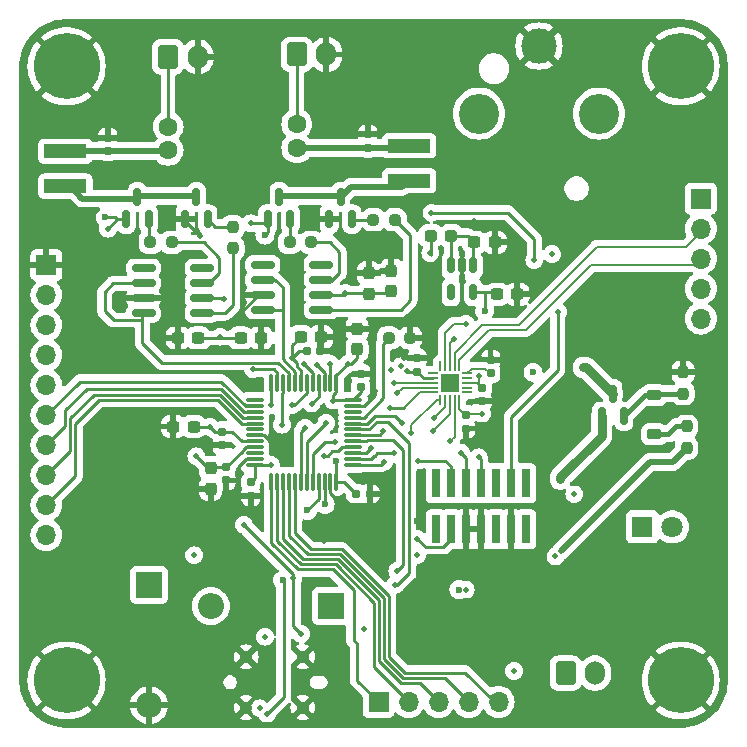
<source format=gbr>
%TF.GenerationSoftware,KiCad,Pcbnew,8.0.1-8.0.1-1~ubuntu22.04.1*%
%TF.CreationDate,2024-05-06T17:23:11+02:00*%
%TF.ProjectId,Pojet 1A,506f6a65-7420-4314-912e-6b696361645f,rev?*%
%TF.SameCoordinates,Original*%
%TF.FileFunction,Copper,L1,Top*%
%TF.FilePolarity,Positive*%
%FSLAX46Y46*%
G04 Gerber Fmt 4.6, Leading zero omitted, Abs format (unit mm)*
G04 Created by KiCad (PCBNEW 8.0.1-8.0.1-1~ubuntu22.04.1) date 2024-05-06 17:23:11*
%MOMM*%
%LPD*%
G01*
G04 APERTURE LIST*
G04 Aperture macros list*
%AMRoundRect*
0 Rectangle with rounded corners*
0 $1 Rounding radius*
0 $2 $3 $4 $5 $6 $7 $8 $9 X,Y pos of 4 corners*
0 Add a 4 corners polygon primitive as box body*
4,1,4,$2,$3,$4,$5,$6,$7,$8,$9,$2,$3,0*
0 Add four circle primitives for the rounded corners*
1,1,$1+$1,$2,$3*
1,1,$1+$1,$4,$5*
1,1,$1+$1,$6,$7*
1,1,$1+$1,$8,$9*
0 Add four rect primitives between the rounded corners*
20,1,$1+$1,$2,$3,$4,$5,0*
20,1,$1+$1,$4,$5,$6,$7,0*
20,1,$1+$1,$6,$7,$8,$9,0*
20,1,$1+$1,$8,$9,$2,$3,0*%
G04 Aperture macros list end*
%TA.AperFunction,SMDPad,CuDef*%
%ADD10RoundRect,0.155000X0.155000X-0.212500X0.155000X0.212500X-0.155000X0.212500X-0.155000X-0.212500X0*%
%TD*%
%TA.AperFunction,SMDPad,CuDef*%
%ADD11RoundRect,0.150000X0.150000X-0.587500X0.150000X0.587500X-0.150000X0.587500X-0.150000X-0.587500X0*%
%TD*%
%TA.AperFunction,SMDPad,CuDef*%
%ADD12RoundRect,0.050000X0.375000X0.050000X-0.375000X0.050000X-0.375000X-0.050000X0.375000X-0.050000X0*%
%TD*%
%TA.AperFunction,SMDPad,CuDef*%
%ADD13RoundRect,0.050000X0.050000X0.375000X-0.050000X0.375000X-0.050000X-0.375000X0.050000X-0.375000X0*%
%TD*%
%TA.AperFunction,HeatsinkPad*%
%ADD14R,1.650000X1.650000*%
%TD*%
%TA.AperFunction,SMDPad,CuDef*%
%ADD15RoundRect,0.150000X-0.825000X-0.150000X0.825000X-0.150000X0.825000X0.150000X-0.825000X0.150000X0*%
%TD*%
%TA.AperFunction,SMDPad,CuDef*%
%ADD16RoundRect,0.237500X-0.300000X-0.237500X0.300000X-0.237500X0.300000X0.237500X-0.300000X0.237500X0*%
%TD*%
%TA.AperFunction,SMDPad,CuDef*%
%ADD17R,3.600000X1.150000*%
%TD*%
%TA.AperFunction,SMDPad,CuDef*%
%ADD18RoundRect,0.237500X-0.237500X0.250000X-0.237500X-0.250000X0.237500X-0.250000X0.237500X0.250000X0*%
%TD*%
%TA.AperFunction,SMDPad,CuDef*%
%ADD19RoundRect,0.237500X0.250000X0.237500X-0.250000X0.237500X-0.250000X-0.237500X0.250000X-0.237500X0*%
%TD*%
%TA.AperFunction,SMDPad,CuDef*%
%ADD20RoundRect,0.155000X0.212500X0.155000X-0.212500X0.155000X-0.212500X-0.155000X0.212500X-0.155000X0*%
%TD*%
%TA.AperFunction,SMDPad,CuDef*%
%ADD21RoundRect,0.155000X-0.155000X0.212500X-0.155000X-0.212500X0.155000X-0.212500X0.155000X0.212500X0*%
%TD*%
%TA.AperFunction,SMDPad,CuDef*%
%ADD22RoundRect,0.237500X-0.237500X0.300000X-0.237500X-0.300000X0.237500X-0.300000X0.237500X0.300000X0*%
%TD*%
%TA.AperFunction,ComponentPad*%
%ADD23R,1.700000X1.700000*%
%TD*%
%TA.AperFunction,ComponentPad*%
%ADD24O,1.700000X1.700000*%
%TD*%
%TA.AperFunction,ComponentPad*%
%ADD25C,1.600000*%
%TD*%
%TA.AperFunction,ComponentPad*%
%ADD26R,2.200000X2.200000*%
%TD*%
%TA.AperFunction,ComponentPad*%
%ADD27O,2.200000X2.200000*%
%TD*%
%TA.AperFunction,SMDPad,CuDef*%
%ADD28RoundRect,0.075000X-0.075000X0.662500X-0.075000X-0.662500X0.075000X-0.662500X0.075000X0.662500X0*%
%TD*%
%TA.AperFunction,SMDPad,CuDef*%
%ADD29RoundRect,0.075000X-0.662500X0.075000X-0.662500X-0.075000X0.662500X-0.075000X0.662500X0.075000X0*%
%TD*%
%TA.AperFunction,ComponentPad*%
%ADD30C,5.600000*%
%TD*%
%TA.AperFunction,SMDPad,CuDef*%
%ADD31RoundRect,0.237500X0.300000X0.237500X-0.300000X0.237500X-0.300000X-0.237500X0.300000X-0.237500X0*%
%TD*%
%TA.AperFunction,SMDPad,CuDef*%
%ADD32RoundRect,0.150000X-0.150000X0.512500X-0.150000X-0.512500X0.150000X-0.512500X0.150000X0.512500X0*%
%TD*%
%TA.AperFunction,SMDPad,CuDef*%
%ADD33RoundRect,0.237500X-0.287500X-0.237500X0.287500X-0.237500X0.287500X0.237500X-0.287500X0.237500X0*%
%TD*%
%TA.AperFunction,ComponentPad*%
%ADD34RoundRect,0.250000X-0.600000X-0.750000X0.600000X-0.750000X0.600000X0.750000X-0.600000X0.750000X0*%
%TD*%
%TA.AperFunction,ComponentPad*%
%ADD35O,1.700000X2.000000*%
%TD*%
%TA.AperFunction,SMDPad,CuDef*%
%ADD36RoundRect,0.237500X0.237500X-0.250000X0.237500X0.250000X-0.237500X0.250000X-0.237500X-0.250000X0*%
%TD*%
%TA.AperFunction,SMDPad,CuDef*%
%ADD37R,0.740000X2.400000*%
%TD*%
%TA.AperFunction,SMDPad,CuDef*%
%ADD38RoundRect,0.225000X-0.375000X0.225000X-0.375000X-0.225000X0.375000X-0.225000X0.375000X0.225000X0*%
%TD*%
%TA.AperFunction,ComponentPad*%
%ADD39C,3.400000*%
%TD*%
%TA.AperFunction,ComponentPad*%
%ADD40C,3.000000*%
%TD*%
%TA.AperFunction,ComponentPad*%
%ADD41R,1.800000X1.800000*%
%TD*%
%TA.AperFunction,ComponentPad*%
%ADD42C,1.800000*%
%TD*%
%TA.AperFunction,ComponentPad*%
%ADD43C,1.100000*%
%TD*%
%TA.AperFunction,ViaPad*%
%ADD44C,0.500000*%
%TD*%
%TA.AperFunction,ViaPad*%
%ADD45C,0.600000*%
%TD*%
%TA.AperFunction,Conductor*%
%ADD46C,0.800000*%
%TD*%
%TA.AperFunction,Conductor*%
%ADD47C,0.200000*%
%TD*%
%TA.AperFunction,Conductor*%
%ADD48C,0.250000*%
%TD*%
%TA.AperFunction,Conductor*%
%ADD49C,0.400000*%
%TD*%
%TA.AperFunction,Conductor*%
%ADD50C,0.500000*%
%TD*%
G04 APERTURE END LIST*
D10*
%TO.P,C25,1*%
%TO.N,Net-(C25-Pad1)*%
X131500000Y-76167500D03*
%TO.P,C25,2*%
%TO.N,GND*%
X131500000Y-75032500D03*
%TD*%
D11*
%TO.P,Q2,1,D*%
%TO.N,V_BAT+*%
X173300000Y-98625000D03*
%TO.P,Q2,2,G*%
%TO.N,Net-(D4-K)*%
X175200000Y-98625000D03*
%TO.P,Q2,3,S*%
%TO.N,V_SYS*%
X174250000Y-96750000D03*
%TD*%
D12*
%TO.P,U5,1,HP_R*%
%TO.N,unconnected-(U5-HP_R-Pad1)*%
X161900000Y-96600000D03*
%TO.P,U5,2,HP_VGND*%
%TO.N,unconnected-(U5-HP_VGND-Pad2)*%
X161900000Y-96200000D03*
%TO.P,U5,3,VDDA*%
%TO.N,+3.3VA*%
X161900000Y-95800000D03*
%TO.P,U5,4,HP_L*%
%TO.N,unconnected-(U5-HP_L-Pad4)*%
X161900000Y-95400000D03*
%TO.P,U5,5,VAG*%
%TO.N,Net-(U5-VAG)*%
X161900000Y-95000000D03*
D13*
%TO.P,U5,6,LINEOUT_R*%
%TO.N,LINEOUT_R*%
X161250000Y-94350000D03*
%TO.P,U5,7,LINEOUT_L*%
%TO.N,LINEOUT_L*%
X160850000Y-94350000D03*
%TO.P,U5,8,LINEIN_R*%
%TO.N,LINEIN_R*%
X160450000Y-94350000D03*
%TO.P,U5,9,LINEIN_L*%
%TO.N,LINEIN_L*%
X160050000Y-94350000D03*
%TO.P,U5,10,MIC*%
%TO.N,unconnected-(U5-MIC-Pad10)*%
X159650000Y-94350000D03*
D12*
%TO.P,U5,11,MIC_BIAS*%
%TO.N,unconnected-(U5-MIC_BIAS-Pad11)*%
X159000000Y-95000000D03*
%TO.P,U5,12,VDDIO*%
%TO.N,+3.3V*%
X159000000Y-95400000D03*
%TO.P,U5,13,SYS_MCLK*%
%TO.N,SYS_MCLK*%
X159000000Y-95800000D03*
%TO.P,U5,14,I2S_LRCLK*%
%TO.N,I2S_LRCLK*%
X159000000Y-96200000D03*
%TO.P,U5,15,I2S_SCLK*%
%TO.N,I2S_SCLK*%
X159000000Y-96600000D03*
D13*
%TO.P,U5,16,I2S_DOUT*%
%TO.N,I2S_DOUT*%
X159650000Y-97250000D03*
%TO.P,U5,17,I2S_DIN*%
%TO.N,I2S_DIN*%
X160050000Y-97250000D03*
%TO.P,U5,18,CTRL_DATA*%
%TO.N,CTRL_DATA*%
X160450000Y-97250000D03*
%TO.P,U5,19,CTRL_CLK*%
%TO.N,CTRL_CLK*%
X160850000Y-97250000D03*
%TO.P,U5,20,VDDD*%
%TO.N,+1V8*%
X161250000Y-97250000D03*
D14*
%TO.P,U5,21,GND*%
%TO.N,GND*%
X160450000Y-95800000D03*
%TD*%
D15*
%TO.P,UCC27325DR2,1,N/C*%
%TO.N,unconnected-(UCC27325DR2-N{slash}C-Pad1)*%
X144625000Y-85795000D03*
%TO.P,UCC27325DR2,2,INA*%
%TO.N,OUT_L*%
X144625000Y-87065000D03*
%TO.P,UCC27325DR2,3,GND*%
%TO.N,GND*%
X144625000Y-88335000D03*
%TO.P,UCC27325DR2,4,INB*%
%TO.N,OUT_L*%
X144625000Y-89605000D03*
%TO.P,UCC27325DR2,5,OUTB*%
%TO.N,V_LO_L*%
X149575000Y-89605000D03*
%TO.P,UCC27325DR2,6,VDD*%
%TO.N,+5V*%
X149575000Y-88335000D03*
%TO.P,UCC27325DR2,7,OUTA*%
%TO.N,V_HO_L*%
X149575000Y-87065000D03*
%TO.P,UCC27325DR2,8,N/C*%
%TO.N,unconnected-(UCC27325DR2-N{slash}C-Pad8)*%
X149575000Y-85795000D03*
%TD*%
D16*
%TO.P,C20,1*%
%TO.N,Net-(BU33SD5WG-TR3-VIN)*%
X162537500Y-83900000D03*
%TO.P,C20,2*%
%TO.N,GND*%
X164262500Y-83900000D03*
%TD*%
D17*
%TO.P,L4,1*%
%TO.N,V_AMPLIFIER_R*%
X127900000Y-79150000D03*
%TO.P,L4,2*%
%TO.N,Net-(C25-Pad1)*%
X127900000Y-76200000D03*
%TD*%
D11*
%TO.P,Q4,1,D*%
%TO.N,GND*%
X138050000Y-81937500D03*
%TO.P,Q4,2,G*%
%TO.N,Net-(Q4-G)*%
X139950000Y-81937500D03*
%TO.P,Q4,3,S*%
%TO.N,V_AMPLIFIER_R*%
X139000000Y-80062500D03*
%TD*%
D18*
%TO.P,R12,1*%
%TO.N,Net-(D4-A)*%
X180500000Y-99487500D03*
%TO.P,R12,2*%
%TO.N,V_BUS*%
X180500000Y-101312500D03*
%TD*%
D19*
%TO.P,R15,1*%
%TO.N,V_HO_R*%
X136912500Y-83900000D03*
%TO.P,R15,2*%
%TO.N,Net-(Q3-G)*%
X135087500Y-83900000D03*
%TD*%
D20*
%TO.P,C13,1*%
%TO.N,GND*%
X149467500Y-93100000D03*
%TO.P,C13,2*%
%TO.N,NRST*%
X148332500Y-93100000D03*
%TD*%
D21*
%TO.P,C36,1*%
%TO.N,GND*%
X163900000Y-93832500D03*
%TO.P,C36,2*%
%TO.N,Net-(U5-VAG)*%
X163900000Y-94967500D03*
%TD*%
D11*
%TO.P,Q5,1,D*%
%TO.N,V_SYS*%
X145050000Y-81937500D03*
%TO.P,Q5,2,G*%
%TO.N,Net-(Q5-G)*%
X146950000Y-81937500D03*
%TO.P,Q5,3,S*%
%TO.N,V_AMPLIFIER_L*%
X146000000Y-80062500D03*
%TD*%
D19*
%TO.P,R18,1*%
%TO.N,V_HO_L*%
X148712500Y-83900000D03*
%TO.P,R18,2*%
%TO.N,Net-(Q5-G)*%
X146887500Y-83900000D03*
%TD*%
D22*
%TO.P,C16,1*%
%TO.N,GND*%
X153600000Y-86537500D03*
%TO.P,C16,2*%
%TO.N,+5V*%
X153600000Y-88262500D03*
%TD*%
D23*
%TO.P,J5,1,Pin_1*%
%TO.N,+5V*%
X181700000Y-80200000D03*
D24*
%TO.P,J5,2,Pin_2*%
%TO.N,LINEOUT_L*%
X181700000Y-82740000D03*
%TO.P,J5,3,Pin_3*%
%TO.N,LINEOUT_R*%
X181700000Y-85280000D03*
%TO.P,J5,4,Pin_4*%
%TO.N,Potar_volume*%
X181700000Y-87820000D03*
%TO.P,J5,5,Pin_5*%
%TO.N,LIGHT*%
X181700000Y-90360000D03*
%TD*%
D20*
%TO.P,C27,1*%
%TO.N,GND*%
X153667500Y-105200000D03*
%TO.P,C27,2*%
%TO.N,+3.3V*%
X152532500Y-105200000D03*
%TD*%
D25*
%TO.P,C28,1*%
%TO.N,Net-(C24-Pad1)*%
X147500000Y-75900000D03*
%TO.P,C28,2*%
%TO.N,Net-(J2-Pin_1)*%
X147500000Y-73900000D03*
%TD*%
D26*
%TO.P,D1,1,K*%
%TO.N,Net-(D1-K)*%
X135000000Y-112920000D03*
D27*
%TO.P,D1,2,A*%
%TO.N,GND*%
X135000000Y-123080000D03*
%TD*%
D21*
%TO.P,C40,1*%
%TO.N,+3.3VA*%
X141500000Y-102932500D03*
%TO.P,C40,2*%
%TO.N,GND*%
X141500000Y-104067500D03*
%TD*%
D10*
%TO.P,C38,1*%
%TO.N,GND*%
X161800000Y-99667500D03*
%TO.P,C38,2*%
%TO.N,+1V8*%
X161800000Y-98532500D03*
%TD*%
D25*
%TO.P,C32,1*%
%TO.N,Net-(C25-Pad1)*%
X136600000Y-76100000D03*
%TO.P,C32,2*%
%TO.N,Net-(J3-Pin_1)*%
X136600000Y-74100000D03*
%TD*%
D19*
%TO.P,R17,1*%
%TO.N,GND*%
X157112500Y-92000000D03*
%TO.P,R17,2*%
%TO.N,Net-(U1-PB8)*%
X155287500Y-92000000D03*
%TD*%
D15*
%TO.P,UCC27325DR1,1,N/C*%
%TO.N,unconnected-(UCC27325DR1-N{slash}C-Pad1)*%
X134525000Y-86095000D03*
%TO.P,UCC27325DR1,2,INA*%
%TO.N,OUT_R*%
X134525000Y-87365000D03*
%TO.P,UCC27325DR1,3,GND*%
%TO.N,GND*%
X134525000Y-88635000D03*
%TO.P,UCC27325DR1,4,INB*%
%TO.N,OUT_R*%
X134525000Y-89905000D03*
%TO.P,UCC27325DR1,5,OUTB*%
%TO.N,V_LO_R*%
X139475000Y-89905000D03*
%TO.P,UCC27325DR1,6,VDD*%
%TO.N,+5V*%
X139475000Y-88635000D03*
%TO.P,UCC27325DR1,7,OUTA*%
%TO.N,V_HO_R*%
X139475000Y-87365000D03*
%TO.P,UCC27325DR1,8,N/C*%
%TO.N,unconnected-(UCC27325DR1-N{slash}C-Pad8)*%
X139475000Y-86095000D03*
%TD*%
D10*
%TO.P,C39,1*%
%TO.N,GND*%
X163200000Y-97367500D03*
%TO.P,C39,2*%
%TO.N,+3.3VA*%
X163200000Y-96232500D03*
%TD*%
D16*
%TO.P,C9,1*%
%TO.N,GND*%
X137437500Y-92000000D03*
%TO.P,C9,2*%
%TO.N,+5V*%
X139162500Y-92000000D03*
%TD*%
D21*
%TO.P,C31,1*%
%TO.N,GND*%
X152900000Y-95032500D03*
%TO.P,C31,2*%
%TO.N,+3.3V*%
X152900000Y-96167500D03*
%TD*%
D17*
%TO.P,L2,1*%
%TO.N,V_AMPLIFIER_L*%
X157000000Y-78675000D03*
%TO.P,L2,2*%
%TO.N,Net-(C24-Pad1)*%
X157000000Y-75725000D03*
%TD*%
D28*
%TO.P,U1,1,VBAT*%
%TO.N,+3.3V*%
X150850000Y-95837500D03*
%TO.P,U1,2,PC13*%
%TO.N,A Encodeur 1*%
X150350000Y-95837500D03*
%TO.P,U1,3,PC14*%
%TO.N,B Encodeur 1*%
X149850000Y-95837500D03*
%TO.P,U1,4,PC15*%
%TO.N,A Encodeur 2*%
X149350000Y-95837500D03*
%TO.P,U1,5,PF0*%
%TO.N,B Encodeur 2*%
X148850000Y-95837500D03*
%TO.P,U1,6,PF1*%
%TO.N,V_sense*%
X148350000Y-95837500D03*
%TO.P,U1,7,PG10*%
%TO.N,NRST*%
X147850000Y-95837500D03*
%TO.P,U1,8,PA0*%
%TO.N,OUT_L*%
X147350000Y-95837500D03*
%TO.P,U1,9,PA1*%
%TO.N,OUT_R*%
X146850000Y-95837500D03*
%TO.P,U1,10,PA2*%
%TO.N,Potar_volume*%
X146350000Y-95837500D03*
%TO.P,U1,11,PA3*%
%TO.N,SYS_MCLK*%
X145850000Y-95837500D03*
%TO.P,U1,12,PA4*%
%TO.N,LIGHT*%
X145350000Y-95837500D03*
D29*
%TO.P,U1,13,PA5*%
%TO.N,unconnected-(U1-PA5-Pad13)*%
X143937500Y-97250000D03*
%TO.P,U1,14,PA6*%
%TO.N,TIM3_CH1*%
X143937500Y-97750000D03*
%TO.P,U1,15,PA7*%
%TO.N,TIM3_CH2*%
X143937500Y-98250000D03*
%TO.P,U1,16,PB0*%
%TO.N,TIM3_CH3*%
X143937500Y-98750000D03*
%TO.P,U1,17,PB1*%
%TO.N,TIM3_CH4*%
X143937500Y-99250000D03*
%TO.P,U1,18,PB2*%
%TO.N,unconnected-(U1-PB2-Pad18)*%
X143937500Y-99750000D03*
%TO.P,U1,19,VSSA*%
%TO.N,GND*%
X143937500Y-100250000D03*
%TO.P,U1,20,VREF+*%
%TO.N,+3.3V*%
X143937500Y-100750000D03*
%TO.P,U1,21,VDDA*%
%TO.N,+3.3VA*%
X143937500Y-101250000D03*
%TO.P,U1,22,PB10*%
%TO.N,unconnected-(U1-PB10-Pad22)*%
X143937500Y-101750000D03*
%TO.P,U1,23,VSS*%
%TO.N,GND*%
X143937500Y-102250000D03*
%TO.P,U1,24,VDD*%
%TO.N,+3.3V*%
X143937500Y-102750000D03*
D28*
%TO.P,U1,25,PB11*%
%TO.N,EQ_BAND_BTN*%
X145350000Y-104162500D03*
%TO.P,U1,26,PB12*%
%TO.N,band3*%
X145850000Y-104162500D03*
%TO.P,U1,27,PB13*%
%TO.N,band2*%
X146350000Y-104162500D03*
%TO.P,U1,28,PB14*%
%TO.N,band1*%
X146850000Y-104162500D03*
%TO.P,U1,29,PB15*%
%TO.N,band0*%
X147350000Y-104162500D03*
%TO.P,U1,30,PA8*%
%TO.N,I2S_SCLK*%
X147850000Y-104162500D03*
%TO.P,U1,31,PA9*%
%TO.N,I2S_LRCLK*%
X148350000Y-104162500D03*
%TO.P,U1,32,PA10*%
%TO.N,I2S_DIN*%
X148850000Y-104162500D03*
%TO.P,U1,33,PA11*%
%TO.N,USB_DM*%
X149350000Y-104162500D03*
%TO.P,U1,34,PA12*%
%TO.N,USB_DP*%
X149850000Y-104162500D03*
%TO.P,U1,35,VSS*%
%TO.N,GND*%
X150350000Y-104162500D03*
%TO.P,U1,36,VDD*%
%TO.N,+3.3V*%
X150850000Y-104162500D03*
D29*
%TO.P,U1,37,PA13*%
%TO.N,SWDIO*%
X152262500Y-102750000D03*
%TO.P,U1,38,PA14*%
%TO.N,SWCLK*%
X152262500Y-102250000D03*
%TO.P,U1,39,PA15*%
%TO.N,CTRL_CLK*%
X152262500Y-101750000D03*
%TO.P,U1,40,PB3*%
%TO.N,SWO*%
X152262500Y-101250000D03*
%TO.P,U1,41,PB4*%
%TO.N,UCPD_CC2*%
X152262500Y-100750000D03*
%TO.P,U1,42,PB5*%
%TO.N,I2S_DOUT*%
X152262500Y-100250000D03*
%TO.P,U1,43,PB6*%
%TO.N,UCPD_CC1*%
X152262500Y-99750000D03*
%TO.P,U1,44,PB7*%
%TO.N,CTRL_DATA*%
X152262500Y-99250000D03*
%TO.P,U1,45,PB8*%
%TO.N,Net-(U1-PB8)*%
X152262500Y-98750000D03*
%TO.P,U1,46,PB9*%
%TO.N,unconnected-(U1-PB9-Pad46)*%
X152262500Y-98250000D03*
%TO.P,U1,47,VSS*%
%TO.N,GND*%
X152262500Y-97750000D03*
%TO.P,U1,48,VDD*%
%TO.N,+3.3V*%
X152262500Y-97250000D03*
%TD*%
D30*
%TO.P,H2,1,1*%
%TO.N,GND*%
X128000000Y-121000000D03*
%TD*%
D31*
%TO.P,C10,1*%
%TO.N,GND*%
X144462500Y-92000000D03*
%TO.P,C10,2*%
%TO.N,+5V*%
X142737500Y-92000000D03*
%TD*%
D18*
%TO.P,R14,1*%
%TO.N,GND*%
X180200000Y-94887500D03*
%TO.P,R14,2*%
%TO.N,Net-(D4-K)*%
X180200000Y-96712500D03*
%TD*%
D10*
%TO.P,C30,1*%
%TO.N,GND*%
X141200000Y-101067500D03*
%TO.P,C30,2*%
%TO.N,+3.3V*%
X141200000Y-99932500D03*
%TD*%
D32*
%TO.P,BU33SD5WG-TR3,1,VIN*%
%TO.N,Net-(BU33SD5WG-TR3-VIN)*%
X162450000Y-85862500D03*
%TO.P,BU33SD5WG-TR3,2,GND*%
%TO.N,GND*%
X161500000Y-85862500D03*
%TO.P,BU33SD5WG-TR3,3,~{SHDN}*%
%TO.N,Net-(BU33SD5WG-TR3-VIN)*%
X160550000Y-85862500D03*
%TO.P,BU33SD5WG-TR3,4,NC*%
%TO.N,unconnected-(BU33SD5WG-TR3-NC-Pad4)*%
X160550000Y-88137500D03*
%TO.P,BU33SD5WG-TR3,5,VOUT*%
%TO.N,+3.3VA*%
X162450000Y-88137500D03*
%TD*%
D33*
%TO.P,L3,1*%
%TO.N,+5V*%
X158836000Y-83352000D03*
%TO.P,L3,2*%
%TO.N,Net-(BU33SD5WG-TR3-VIN)*%
X160586000Y-83352000D03*
%TD*%
D34*
%TO.P,J3,1,Pin_1*%
%TO.N,Net-(J3-Pin_1)*%
X136600000Y-68200000D03*
D35*
%TO.P,J3,2,Pin_2*%
%TO.N,GND*%
X139100000Y-68200000D03*
%TD*%
D30*
%TO.P,H1,1,1*%
%TO.N,GND*%
X180000000Y-121000000D03*
%TD*%
D36*
%TO.P,R16,1*%
%TO.N,V_LO_R*%
X142100000Y-84412500D03*
%TO.P,R16,2*%
%TO.N,Net-(Q4-G)*%
X142100000Y-82587500D03*
%TD*%
D22*
%TO.P,C41,1*%
%TO.N,+3.3VA*%
X140200000Y-103037500D03*
%TO.P,C41,2*%
%TO.N,GND*%
X140200000Y-104762500D03*
%TD*%
D16*
%TO.P,C29,1*%
%TO.N,GND*%
X137037500Y-99500000D03*
%TO.P,C29,2*%
%TO.N,+3.3V*%
X138762500Y-99500000D03*
%TD*%
D10*
%TO.P,C37,1*%
%TO.N,+3.3V*%
X157700000Y-94867500D03*
%TO.P,C37,2*%
%TO.N,GND*%
X157700000Y-93732500D03*
%TD*%
%TO.P,C24,1*%
%TO.N,Net-(C24-Pad1)*%
X153500000Y-75900000D03*
%TO.P,C24,2*%
%TO.N,GND*%
X153500000Y-74765000D03*
%TD*%
D11*
%TO.P,Q3,1,D*%
%TO.N,V_SYS*%
X133050000Y-81937500D03*
%TO.P,Q3,2,G*%
%TO.N,Net-(Q3-G)*%
X134950000Y-81937500D03*
%TO.P,Q3,3,S*%
%TO.N,V_AMPLIFIER_R*%
X134000000Y-80062500D03*
%TD*%
D37*
%TO.P,J9,1,NC*%
%TO.N,unconnected-(J9-NC-Pad1)*%
X159290000Y-108200000D03*
%TO.P,J9,2,NC*%
%TO.N,unconnected-(J9-NC-Pad2)*%
X159290000Y-104300000D03*
%TO.P,J9,3,VCC*%
%TO.N,+3.3V*%
X160560000Y-108200000D03*
%TO.P,J9,4,JTMS/SWDIO*%
%TO.N,SWDIO*%
X160560000Y-104300000D03*
%TO.P,J9,5,GND*%
%TO.N,GND*%
X161830000Y-108200000D03*
%TO.P,J9,6,JCLK/SWCLK*%
%TO.N,SWCLK*%
X161830000Y-104300000D03*
%TO.P,J9,7,GND*%
%TO.N,GND*%
X163100000Y-108200000D03*
%TO.P,J9,8,JTDO/SWO*%
%TO.N,SWO*%
X163100000Y-104300000D03*
%TO.P,J9,9,JRCLK/NC*%
%TO.N,unconnected-(J9-JRCLK{slash}NC-Pad9)*%
X164370000Y-108200000D03*
%TO.P,J9,10,JTDI/NC*%
%TO.N,unconnected-(J9-JTDI{slash}NC-Pad10)*%
X164370000Y-104300000D03*
%TO.P,J9,11,GNDDetect*%
%TO.N,GND*%
X165640000Y-108200000D03*
%TO.P,J9,12,~{RST}*%
%TO.N,NRST*%
X165640000Y-104300000D03*
%TO.P,J9,13,VCP_RX*%
%TO.N,unconnected-(J9-VCP_RX-Pad13)*%
X166910000Y-108200000D03*
%TO.P,J9,14,VCP_TX*%
%TO.N,unconnected-(J9-VCP_TX-Pad14)*%
X166910000Y-104300000D03*
%TD*%
D30*
%TO.P,H4,1,1*%
%TO.N,GND*%
X128000000Y-69000000D03*
%TD*%
D10*
%TO.P,C26,1*%
%TO.N,GND*%
X143600000Y-105367500D03*
%TO.P,C26,2*%
%TO.N,+3.3V*%
X143600000Y-104232500D03*
%TD*%
D26*
%TO.P,D3,1,K*%
%TO.N,Net-(D3-K)*%
X150380000Y-114700000D03*
D27*
%TO.P,D3,2,A*%
%TO.N,Net-(D1-K)*%
X140220000Y-114700000D03*
%TD*%
D23*
%TO.P,J6,1,Pin_1*%
%TO.N,GND*%
X126300000Y-85840000D03*
D24*
%TO.P,J6,2,Pin_2*%
%TO.N,A Encodeur 1*%
X126300000Y-88380000D03*
%TO.P,J6,3,Pin_3*%
%TO.N,B Encodeur 1*%
X126300000Y-90920000D03*
%TO.P,J6,4,Pin_4*%
%TO.N,B Encodeur 2*%
X126300000Y-93460000D03*
%TO.P,J6,5,Pin_5*%
%TO.N,A Encodeur 2*%
X126300000Y-96000000D03*
%TO.P,J6,6,Pin_6*%
%TO.N,TIM3_CH1*%
X126300000Y-98540000D03*
%TO.P,J6,7,Pin_7*%
%TO.N,TIM3_CH2*%
X126300000Y-101080000D03*
%TO.P,J6,8,Pin_8*%
%TO.N,TIM3_CH3*%
X126300000Y-103620000D03*
%TO.P,J6,9,Pin_9*%
%TO.N,TIM3_CH4*%
X126300000Y-106160000D03*
%TO.P,J6,10,Pin_10*%
%TO.N,+3.3V*%
X126300000Y-108700000D03*
%TD*%
D34*
%TO.P,J2,1,Pin_1*%
%TO.N,Net-(J2-Pin_1)*%
X147500000Y-68000000D03*
D35*
%TO.P,J2,2,Pin_2*%
%TO.N,GND*%
X150000000Y-68000000D03*
%TD*%
D19*
%TO.P,R19,1*%
%TO.N,V_LO_L*%
X155812500Y-82000000D03*
%TO.P,R19,2*%
%TO.N,Net-(Q6-G)*%
X153987500Y-82000000D03*
%TD*%
D22*
%TO.P,C11,1*%
%TO.N,GND*%
X152600000Y-91237500D03*
%TO.P,C11,2*%
%TO.N,+3.3V*%
X152600000Y-92962500D03*
%TD*%
D34*
%TO.P,J4,1,Pin_1*%
%TO.N,V_BAT+*%
X170250000Y-120375000D03*
D35*
%TO.P,J4,2,Pin_2*%
%TO.N,V_BAT-*%
X172750000Y-120375000D03*
%TD*%
D23*
%TO.P,J8,1,Pin_1*%
%TO.N,EQ_BAND_BTN*%
X154420000Y-122800000D03*
D24*
%TO.P,J8,2,Pin_2*%
%TO.N,band3*%
X156960000Y-122800000D03*
%TO.P,J8,3,Pin_3*%
%TO.N,band2*%
X159500000Y-122800000D03*
%TO.P,J8,4,Pin_4*%
%TO.N,band1*%
X162040000Y-122800000D03*
%TO.P,J8,5,Pin_5*%
%TO.N,band0*%
X164580000Y-122800000D03*
%TD*%
D11*
%TO.P,Q6,1,D*%
%TO.N,GND*%
X150250000Y-81937500D03*
%TO.P,Q6,2,G*%
%TO.N,Net-(Q6-G)*%
X152150000Y-81937500D03*
%TO.P,Q6,3,S*%
%TO.N,V_AMPLIFIER_L*%
X151200000Y-80062500D03*
%TD*%
D22*
%TO.P,C17,1*%
%TO.N,GND*%
X155500000Y-86300000D03*
%TO.P,C17,2*%
%TO.N,+5V*%
X155500000Y-88025000D03*
%TD*%
D31*
%TO.P,C12,1*%
%TO.N,GND*%
X149562500Y-91900000D03*
%TO.P,C12,2*%
%TO.N,NRST*%
X147837500Y-91900000D03*
%TD*%
D16*
%TO.P,C23,1*%
%TO.N,+3.3VA*%
X164437500Y-88300000D03*
%TO.P,C23,2*%
%TO.N,GND*%
X166162500Y-88300000D03*
%TD*%
D38*
%TO.P,D4,1,K*%
%TO.N,Net-(D4-K)*%
X177750000Y-96850000D03*
%TO.P,D4,2,A*%
%TO.N,Net-(D4-A)*%
X177750000Y-100150000D03*
%TD*%
D30*
%TO.P,H3,1,1*%
%TO.N,GND*%
X180000000Y-69000000D03*
%TD*%
D39*
%TO.P,J7,R*%
%TO.N,LINEIN_R*%
X162920000Y-73000000D03*
%TO.P,J7,S*%
%TO.N,LINEIN_L*%
X173080000Y-73000000D03*
D40*
%TO.P,J7,T*%
%TO.N,GND*%
X168000000Y-67280000D03*
%TD*%
D41*
%TO.P,D2,1,K*%
%TO.N,Net-(D2-K)*%
X176760000Y-108000000D03*
D42*
%TO.P,D2,2,A*%
%TO.N,REGN*%
X179300000Y-108000000D03*
%TD*%
D43*
%TO.P,J1,S1,SHIELD*%
%TO.N,GND*%
X143200000Y-119000000D03*
X143200000Y-123300000D03*
X148000000Y-119000000D03*
X148000000Y-123300000D03*
%TD*%
D44*
%TO.N,V_BAT+*%
X165900000Y-120200000D03*
X169800000Y-103950000D03*
D45*
X161222500Y-113300000D03*
D44*
X161800000Y-113300000D03*
D45*
%TO.N,V_SYS*%
X131300000Y-81800000D03*
X144800000Y-83300000D03*
D44*
X171750000Y-94500000D03*
X171000000Y-105250000D03*
X143600000Y-82300000D03*
X131500000Y-82750000D03*
%TO.N,UCPD_CC1*%
X155800000Y-112900000D03*
%TO.N,Net-(D1-K)*%
X147857428Y-117057428D03*
X143000000Y-107800000D03*
X147200000Y-112300000D03*
X153200000Y-116600000D03*
X144350000Y-123350000D03*
X144800000Y-117300000D03*
%TO.N,A Encodeur 1*%
X150325000Y-94200000D03*
%TO.N,B Encodeur 1*%
X149200000Y-94300000D03*
%TO.N,A Encodeur 2*%
X148750000Y-97550000D03*
%TO.N,B Encodeur 2*%
X148100000Y-94189950D03*
%TO.N,V_sense*%
X147100000Y-97700000D03*
%TO.N,SYS_MCLK*%
X155700000Y-95800000D03*
X143800000Y-94650000D03*
%TO.N,LIGHT*%
X145350000Y-97700000D03*
%TO.N,Potar_volume*%
X146250000Y-99350000D03*
%TO.N,I2S_SCLK*%
X148200000Y-99600000D03*
X155400000Y-97900000D03*
%TO.N,I2S_LRCLK*%
X156000000Y-96700000D03*
X150000000Y-99200000D03*
%TO.N,I2S_DIN*%
X159100000Y-98800000D03*
X150700000Y-100800000D03*
D45*
%TO.N,USB_DM*%
X148400000Y-106600000D03*
%TO.N,USB_DP*%
X149900000Y-106100000D03*
D44*
%TO.N,I2S_DOUT*%
X154800000Y-99900000D03*
X157200000Y-100036504D03*
%TO.N,CTRL_DATA*%
X159000000Y-99900000D03*
X156400000Y-99200000D03*
%TO.N,UCPD_CC2*%
X156000000Y-111700000D03*
%TO.N,CTRL_CLK*%
X160500000Y-100700000D03*
X153800000Y-101300000D03*
%TO.N,NRST*%
X169600000Y-89800000D03*
X147100000Y-93700000D03*
X158900000Y-81400000D03*
X167600000Y-85400000D03*
%TO.N,GND*%
X160500000Y-117500000D03*
X162500000Y-82100000D03*
X140100000Y-101000000D03*
X182200000Y-101300000D03*
X150500000Y-120000000D03*
X143000000Y-70000000D03*
X156000000Y-74000000D03*
X160450000Y-95800000D03*
X135792001Y-92350000D03*
X179000000Y-92000000D03*
X140500000Y-120000000D03*
X132000000Y-118000000D03*
X142400000Y-117500000D03*
X166300000Y-119100000D03*
X163100000Y-93800000D03*
X149700000Y-117100000D03*
X140200000Y-108800000D03*
X158300000Y-112100000D03*
X156800000Y-117300000D03*
D45*
X140400000Y-111800000D03*
D44*
X163400000Y-111700000D03*
X162900000Y-99600000D03*
X154100000Y-96500000D03*
X142600000Y-103600000D03*
X167800000Y-116800000D03*
X168000000Y-87000000D03*
X155500000Y-94700000D03*
D45*
X157700000Y-107500000D03*
D44*
X151100000Y-122400000D03*
X156500000Y-80900000D03*
X151100000Y-105900000D03*
X152300000Y-84375000D03*
X181000000Y-75000000D03*
X168750000Y-105000000D03*
X158100000Y-104300000D03*
X168212500Y-97500000D03*
X181957000Y-95793000D03*
X132000000Y-110000000D03*
X132225001Y-88925000D03*
D45*
X166300000Y-92900000D03*
D44*
X143000000Y-80000000D03*
X156000000Y-70000000D03*
X145300000Y-100800000D03*
X156600000Y-93700000D03*
X149800000Y-109200000D03*
X142800000Y-90200000D03*
X155500000Y-109287500D03*
X179000000Y-87000000D03*
X167900000Y-82200000D03*
X132000000Y-85000000D03*
X139300000Y-83350000D03*
X179300000Y-83200000D03*
X141498000Y-123495000D03*
X133000000Y-70000000D03*
X166560000Y-113440000D03*
%TO.N,LINEIN_R*%
X160800000Y-92100000D03*
%TO.N,LINEIN_L*%
X161800000Y-90800000D03*
%TO.N,SWDIO*%
X157800000Y-102375000D03*
X154900000Y-102475000D03*
%TO.N,SWCLK*%
X161400000Y-101700000D03*
X155700000Y-101725000D03*
%TO.N,SWO*%
X162900000Y-102100000D03*
X149800000Y-102000000D03*
%TO.N,V_BUS*%
X157700000Y-110400000D03*
X169850000Y-110050000D03*
X138800000Y-110400000D03*
X169400000Y-110500000D03*
%TO.N,+5V*%
X158800000Y-84800000D03*
X151600000Y-88200000D03*
X141000000Y-91900000D03*
X141300000Y-88700000D03*
X169100000Y-84900000D03*
%TO.N,+3.3V*%
X156800000Y-94800000D03*
X157700000Y-109000000D03*
X151800000Y-94200000D03*
X140150000Y-99550000D03*
X145300000Y-102750000D03*
X150600000Y-97300000D03*
X156300000Y-94400000D03*
D45*
X167500000Y-94900000D03*
X150800000Y-102400000D03*
D44*
%TO.N,+1V8*%
X163200000Y-98400000D03*
%TO.N,+3.3VA*%
X138981250Y-102018750D03*
D45*
X163400000Y-89700000D03*
D44*
X162900000Y-95200000D03*
%TO.N,UCPD_CC1c*%
X145000000Y-123800000D03*
D45*
X146300000Y-112500000D03*
%TD*%
D46*
%TO.N,V_BAT+*%
X173300000Y-100287500D02*
X173300000Y-98625000D01*
X169800000Y-103787500D02*
X173300000Y-100287500D01*
X169800000Y-103950000D02*
X169800000Y-103787500D01*
D47*
X170250000Y-120375000D02*
X169875000Y-120375000D01*
D48*
%TO.N,V_SYS*%
X133050000Y-81937500D02*
X132312500Y-81937500D01*
X144687500Y-82300000D02*
X145050000Y-81937500D01*
X145050000Y-83050000D02*
X144800000Y-83300000D01*
X132175000Y-81800000D02*
X132312500Y-81937500D01*
D46*
X172000000Y-94500000D02*
X171750000Y-94500000D01*
D48*
X145050000Y-81937500D02*
X145050000Y-83050000D01*
X131300000Y-81800000D02*
X132175000Y-81800000D01*
X132312500Y-81937500D02*
X131500000Y-82750000D01*
D46*
X174250000Y-96750000D02*
X172000000Y-94500000D01*
D48*
X143600000Y-82300000D02*
X144687500Y-82300000D01*
%TO.N,UCPD_CC1*%
X157000000Y-111900000D02*
X157000000Y-100900001D01*
X153650000Y-99750000D02*
X152162500Y-99750000D01*
X155224999Y-99125000D02*
X154275000Y-99125000D01*
X155800000Y-112900000D02*
X156000000Y-112900000D01*
X156000000Y-112900000D02*
X157000000Y-111900000D01*
X154275000Y-99125000D02*
X153650000Y-99750000D01*
X157000000Y-100900001D02*
X155224999Y-99125000D01*
D49*
%TO.N,Net-(D4-K)*%
X176975000Y-96850000D02*
X177750000Y-96850000D01*
X177887500Y-96712500D02*
X177750000Y-96850000D01*
X175200000Y-98625000D02*
X176975000Y-96850000D01*
X180200000Y-96712500D02*
X177887500Y-96712500D01*
%TO.N,Net-(D4-A)*%
X178950000Y-100150000D02*
X177750000Y-100150000D01*
X180500000Y-99487500D02*
X179612500Y-99487500D01*
X179612500Y-99487500D02*
X178950000Y-100150000D01*
D48*
%TO.N,Net-(D1-K)*%
X147200000Y-112000000D02*
X143000000Y-107800000D01*
X147200000Y-116400000D02*
X147200000Y-112300000D01*
X147857428Y-117057428D02*
X147200000Y-116400000D01*
X147200000Y-112300000D02*
X147200000Y-112000000D01*
%TO.N,Net-(Q3-G)*%
X134950000Y-83762500D02*
X134950000Y-82037500D01*
%TO.N,Net-(Q4-G)*%
X140600000Y-82587500D02*
X142100000Y-82587500D01*
X139950000Y-81937500D02*
X140600000Y-82587500D01*
D47*
%TO.N,LINEOUT_R*%
X172410000Y-85790000D02*
X166900000Y-91300000D01*
X181515000Y-85790000D02*
X172410000Y-85790000D01*
X161250000Y-93850000D02*
X161250000Y-94350000D01*
X163800000Y-91300000D02*
X161250000Y-93850000D01*
X166900000Y-91300000D02*
X163800000Y-91300000D01*
X181800000Y-85505000D02*
X181515000Y-85790000D01*
%TO.N,LINEOUT_L*%
X166275000Y-90925000D02*
X172900000Y-84300000D01*
X180465000Y-84300000D02*
X181800000Y-82965000D01*
X160850000Y-94350000D02*
X160850000Y-93232842D01*
X160850000Y-93232842D02*
X163157842Y-90925000D01*
X172900000Y-84300000D02*
X180465000Y-84300000D01*
X163157842Y-90925000D02*
X166275000Y-90925000D01*
D48*
%TO.N,A Encodeur 1*%
X150325000Y-94200000D02*
X150325000Y-96275000D01*
%TO.N,B Encodeur 1*%
X149850000Y-94950000D02*
X149200000Y-94300000D01*
X149850000Y-95837500D02*
X149850000Y-94950000D01*
%TO.N,A Encodeur 2*%
X149350000Y-96950000D02*
X149350000Y-95837500D01*
X148750000Y-97550000D02*
X149350000Y-96950000D01*
%TO.N,B Encodeur 2*%
X148850000Y-94939950D02*
X148850000Y-95837500D01*
X148100000Y-94189950D02*
X148850000Y-94939950D01*
%TO.N,V_sense*%
X147300000Y-97700000D02*
X148350000Y-96650000D01*
X148350000Y-96650000D02*
X148350000Y-95837500D01*
X147100000Y-97700000D02*
X147300000Y-97700000D01*
%TO.N,OUT_L*%
X147350000Y-94851040D02*
X147350000Y-95837500D01*
X145665000Y-87065000D02*
X146300000Y-87700000D01*
X144625000Y-89605000D02*
X146305000Y-89605000D01*
X146300000Y-89600000D02*
X146305000Y-89605000D01*
X144625000Y-87065000D02*
X145665000Y-87065000D01*
X146300000Y-89610000D02*
X146300000Y-93801040D01*
X146300000Y-93801040D02*
X147350000Y-94851040D01*
X146305000Y-89605000D02*
X146300000Y-89610000D01*
X146300000Y-87700000D02*
X146300000Y-89600000D01*
%TO.N,OUT_R*%
X134425001Y-92425001D02*
X136100000Y-94100000D01*
X134425001Y-90004999D02*
X134425001Y-90471000D01*
X131225001Y-88085000D02*
X131945001Y-87365000D01*
X131225001Y-89714950D02*
X131225001Y-88085000D01*
X136100000Y-94100000D02*
X145900000Y-94100000D01*
X131945001Y-87365000D02*
X135135000Y-87365000D01*
X131981051Y-90471000D02*
X131225001Y-89714950D01*
X134425001Y-90471000D02*
X134425001Y-92425001D01*
X134425001Y-90471000D02*
X131981051Y-90471000D01*
X145900000Y-94100000D02*
X146800000Y-95000000D01*
X134525000Y-89905000D02*
X134425001Y-90004999D01*
X146800000Y-95000000D02*
X146800000Y-96300000D01*
%TO.N,band1*%
X154850000Y-119147920D02*
X154850000Y-114046879D01*
X151128121Y-110325000D02*
X148425000Y-110325000D01*
X148425000Y-110325000D02*
X146850000Y-108750000D01*
X162040000Y-122800000D02*
X160015000Y-120775000D01*
X156477080Y-120775000D02*
X154850000Y-119147920D01*
X160015000Y-120775000D02*
X156477080Y-120775000D01*
X146850000Y-108750000D02*
X146850000Y-104162500D01*
X154850000Y-114046879D02*
X151128121Y-110325000D01*
%TO.N,SYS_MCLK*%
X145850000Y-94950000D02*
X145850000Y-96250000D01*
X145550000Y-94650000D02*
X145850000Y-94950000D01*
D47*
X155700000Y-95800000D02*
X159000000Y-95800000D01*
D48*
X143800000Y-94650000D02*
X145550000Y-94650000D01*
%TO.N,LIGHT*%
X145350000Y-97700000D02*
X145350000Y-95837500D01*
%TO.N,TIM3_CH1*%
X143167590Y-97750000D02*
X141117590Y-95700000D01*
X126300000Y-98500000D02*
X126300000Y-98540000D01*
X141117590Y-95700000D02*
X129100000Y-95700000D01*
X129100000Y-95700000D02*
X126300000Y-98500000D01*
X143937500Y-97750000D02*
X143167590Y-97750000D01*
%TO.N,TIM3_CH2*%
X129700000Y-96300000D02*
X127900000Y-98100000D01*
X143937500Y-98250000D02*
X143050000Y-98250000D01*
X143050000Y-98250000D02*
X141100000Y-96300000D01*
X127900000Y-98100000D02*
X127900000Y-99480000D01*
X141100000Y-96300000D02*
X129700000Y-96300000D01*
X127900000Y-99480000D02*
X126300000Y-101080000D01*
%TO.N,TIM3_CH3*%
X128325000Y-98775000D02*
X128325000Y-101595000D01*
X130300000Y-96800000D02*
X128325000Y-98775000D01*
X142948960Y-98750000D02*
X140998960Y-96800000D01*
X128325000Y-101595000D02*
X126300000Y-103620000D01*
X140998960Y-96800000D02*
X130300000Y-96800000D01*
X143937500Y-98750000D02*
X142948960Y-98750000D01*
%TO.N,TIM3_CH4*%
X128750000Y-99250000D02*
X128750000Y-103710000D01*
X130775000Y-97225000D02*
X128750000Y-99250000D01*
X128750000Y-103710000D02*
X126300000Y-106160000D01*
X140822920Y-97225000D02*
X130775000Y-97225000D01*
X143937500Y-99250000D02*
X142847920Y-99250000D01*
X142847920Y-99250000D02*
X140822920Y-97225000D01*
%TO.N,EQ_BAND_BTN*%
X150550000Y-111600000D02*
X152300000Y-113350000D01*
X152300000Y-117600000D02*
X152625000Y-117925000D01*
X152625000Y-121005000D02*
X154420000Y-122800000D01*
X147600000Y-111600000D02*
X150550000Y-111600000D01*
X152625000Y-117925000D02*
X152625000Y-121005000D01*
X145350000Y-109350000D02*
X145350000Y-104162500D01*
X145350000Y-109350000D02*
X147600000Y-111600000D01*
X152300000Y-113350000D02*
X152300000Y-117600000D01*
%TO.N,band3*%
X145850000Y-109151041D02*
X145850000Y-104162500D01*
X154000000Y-114398959D02*
X150776041Y-111175000D01*
X154000000Y-119840000D02*
X154000000Y-114398959D01*
X147873959Y-111175000D02*
X145850000Y-109151041D01*
X156960000Y-122800000D02*
X154000000Y-119840000D01*
X150776041Y-111175000D02*
X147873959Y-111175000D01*
%TO.N,Potar_volume*%
X146350000Y-96607410D02*
X146350000Y-95837500D01*
X146250000Y-96707410D02*
X146350000Y-96607410D01*
X146250000Y-99350000D02*
X146250000Y-96707410D01*
%TO.N,band2*%
X148050000Y-110750000D02*
X146350000Y-109050000D01*
X159500000Y-122800000D02*
X157900000Y-121200000D01*
X146350000Y-109050000D02*
X146350000Y-104162500D01*
X156301040Y-121200000D02*
X154425000Y-119323960D01*
X154425000Y-114222919D02*
X150952081Y-110750000D01*
X150952081Y-110750000D02*
X148050000Y-110750000D01*
X157900000Y-121200000D02*
X156301040Y-121200000D01*
X154425000Y-119323960D02*
X154425000Y-114222919D01*
%TO.N,I2S_SCLK*%
X156600000Y-97900000D02*
X155400000Y-97900000D01*
D47*
X159000000Y-96600000D02*
X157900000Y-96600000D01*
D48*
X148200000Y-99600000D02*
X147850000Y-99950000D01*
D47*
X157900000Y-96600000D02*
X156600000Y-97900000D01*
D48*
X147850000Y-99950000D02*
X147850000Y-104162500D01*
D47*
%TO.N,I2S_LRCLK*%
X159000000Y-96200000D02*
X156500000Y-96200000D01*
D48*
X148350000Y-100850000D02*
X148350000Y-104162500D01*
X150000000Y-99200000D02*
X148350000Y-100850000D01*
D47*
X156500000Y-96200000D02*
X156000000Y-96700000D01*
%TO.N,I2S_DIN*%
X159100000Y-98800000D02*
X160050000Y-97850000D01*
D48*
X148850000Y-101850000D02*
X148850000Y-104162500D01*
X149900000Y-100800000D02*
X148850000Y-101850000D01*
D47*
X160050000Y-97850000D02*
X160050000Y-97250000D01*
D48*
X150700000Y-100800000D02*
X150700000Y-100700000D01*
X150700000Y-100800000D02*
X149900000Y-100800000D01*
%TO.N,USB_DM*%
X148400000Y-106600000D02*
X149350000Y-105650000D01*
X149350000Y-105650000D02*
X149350000Y-104162500D01*
%TO.N,USB_DP*%
X149850000Y-105950000D02*
X149900000Y-105900000D01*
X149900000Y-106100000D02*
X149700000Y-106100000D01*
X149900000Y-105900000D02*
X149900000Y-106100000D01*
X149700000Y-106100000D02*
X149800000Y-106000000D01*
X149850000Y-104162500D02*
X149850000Y-105950000D01*
%TO.N,I2S_DOUT*%
X153326040Y-100175000D02*
X153251040Y-100250000D01*
D47*
X159350000Y-97250000D02*
X159650000Y-97250000D01*
D48*
X153251040Y-100250000D02*
X152162500Y-100250000D01*
X154800000Y-99900000D02*
X154525000Y-100175000D01*
D47*
X157200000Y-100036504D02*
X157200000Y-99400000D01*
D48*
X154525000Y-100175000D02*
X153326040Y-100175000D01*
D47*
X157200000Y-99400000D02*
X159350000Y-97250000D01*
D48*
%TO.N,CTRL_DATA*%
X155800000Y-98600000D02*
X154100000Y-98600000D01*
D47*
X160450000Y-97250000D02*
X160450000Y-98450000D01*
D48*
X154100000Y-98600000D02*
X153450000Y-99250000D01*
D47*
X160450000Y-98450000D02*
X159000000Y-99900000D01*
D48*
X156400000Y-99200000D02*
X155800000Y-98600000D01*
X153450000Y-99250000D02*
X152262500Y-99250000D01*
%TO.N,UCPD_CC2*%
X155600000Y-100600000D02*
X153502081Y-100600000D01*
X156500000Y-111200000D02*
X156500000Y-101500000D01*
X153502081Y-100600000D02*
X153352081Y-100750000D01*
X156000000Y-111700000D02*
X156500000Y-111200000D01*
X153352081Y-100750000D02*
X152162500Y-100750000D01*
X156500000Y-101500000D02*
X155600000Y-100600000D01*
%TO.N,CTRL_CLK*%
X153800000Y-101300000D02*
X153350000Y-101750000D01*
X153350000Y-101750000D02*
X152162500Y-101750000D01*
D47*
X160850000Y-97250000D02*
X160850000Y-100350000D01*
X160850000Y-100350000D02*
X160500000Y-100700000D01*
D48*
%TO.N,NRST*%
X165640000Y-104300000D02*
X165640000Y-98660000D01*
X147550000Y-94150000D02*
X147550000Y-94417768D01*
X169600000Y-89800000D02*
X169600000Y-89900000D01*
X147100000Y-93700000D02*
X147700000Y-93100000D01*
X165640000Y-98660000D02*
X169600000Y-94700000D01*
X147100000Y-93700000D02*
X147550000Y-94150000D01*
X169600000Y-94700000D02*
X169600000Y-89800000D01*
X147100000Y-92637500D02*
X147837500Y-91900000D01*
X147700000Y-93100000D02*
X148332500Y-93100000D01*
X147550000Y-94417768D02*
X147850000Y-94717768D01*
X165410050Y-81400000D02*
X167600000Y-83589950D01*
X158900000Y-81400000D02*
X165410050Y-81400000D01*
X147100000Y-93700000D02*
X147100000Y-92637500D01*
X147850000Y-94717768D02*
X147850000Y-95837500D01*
X167600000Y-83589950D02*
X167600000Y-85400000D01*
D50*
%TO.N,Net-(C24-Pad1)*%
X147500000Y-75900000D02*
X156825000Y-75900000D01*
X157000000Y-75725000D02*
X157000000Y-75825000D01*
X156825000Y-75900000D02*
X157000000Y-75725000D01*
%TO.N,Net-(C25-Pad1)*%
X136600000Y-76100000D02*
X136500000Y-76200000D01*
X136500000Y-76200000D02*
X127900000Y-76200000D01*
X136200000Y-75900000D02*
X136200000Y-76100000D01*
D48*
%TO.N,GND*%
X142600000Y-102817590D02*
X143167590Y-102250000D01*
X178280000Y-67280000D02*
X180000000Y-69000000D01*
X142800000Y-89814448D02*
X144279448Y-88335000D01*
X144279448Y-88335000D02*
X144625000Y-88335000D01*
X154100000Y-96500000D02*
X154100000Y-96800000D01*
X150350000Y-105150000D02*
X151100000Y-105900000D01*
X150350000Y-104162500D02*
X150350000Y-105150000D01*
X145300000Y-100800000D02*
X144750000Y-100250000D01*
X148115000Y-118685000D02*
X149700000Y-117100000D01*
X148000000Y-118685000D02*
X148115000Y-118685000D01*
X180787500Y-120212500D02*
X180000000Y-121000000D01*
X155462500Y-86162500D02*
X155500000Y-86125000D01*
X138050000Y-82100000D02*
X138050000Y-81937500D01*
X142600000Y-103600000D02*
X142600000Y-102817590D01*
X153150000Y-97750000D02*
X152262500Y-97750000D01*
X142800000Y-90200000D02*
X142800000Y-89814448D01*
X139300000Y-83350000D02*
X138050000Y-82100000D01*
X154100000Y-96800000D02*
X153150000Y-97750000D01*
X150250000Y-82450000D02*
X150250000Y-81937500D01*
X143167590Y-102250000D02*
X143937500Y-102250000D01*
X144750000Y-100250000D02*
X143937500Y-100250000D01*
%TO.N,Net-(J3-Pin_1)*%
X136600000Y-68200000D02*
X136200000Y-68600000D01*
X136600000Y-68200000D02*
X136600000Y-74100000D01*
D47*
%TO.N,LINEIN_R*%
X160450000Y-94350000D02*
X160450000Y-92450000D01*
D48*
X162482500Y-73537500D02*
X162920000Y-73100000D01*
X160800000Y-92200000D02*
X160800000Y-92100000D01*
D47*
X160450000Y-92450000D02*
X160800000Y-92100000D01*
D48*
X162820000Y-73000000D02*
X162740000Y-73000000D01*
D47*
%TO.N,LINEIN_L*%
X160050000Y-94350000D02*
X160050000Y-91550000D01*
X160050000Y-91550000D02*
X160800000Y-90800000D01*
X160800000Y-90800000D02*
X161800000Y-90800000D01*
D50*
%TO.N,V_AMPLIFIER_L*%
X151137500Y-80000000D02*
X151200000Y-80062500D01*
X146062500Y-80000000D02*
X151137500Y-80000000D01*
X151200000Y-80062500D02*
X152062500Y-79200000D01*
X156375000Y-79200000D02*
X157000000Y-78575000D01*
X152062500Y-79200000D02*
X156375000Y-79200000D01*
X146000000Y-80062500D02*
X146062500Y-80000000D01*
D48*
%TO.N,Net-(Q5-G)*%
X146940000Y-82083500D02*
X146931500Y-82075000D01*
X146887500Y-82031000D02*
X146931500Y-82075000D01*
X146887500Y-83900000D02*
X146887500Y-82031000D01*
X146931500Y-82075000D02*
X146931500Y-82700000D01*
%TO.N,Net-(Q6-G)*%
X152150000Y-81937500D02*
X152212500Y-82000000D01*
X152212500Y-82000000D02*
X153987500Y-82000000D01*
%TO.N,V_HO_R*%
X139375001Y-87100000D02*
X140350000Y-87100000D01*
X139375001Y-87100000D02*
X139029449Y-87100000D01*
X139642000Y-83900000D02*
X136912500Y-83900000D01*
X140951000Y-85209000D02*
X139642000Y-83900000D01*
X140951000Y-86499000D02*
X140951000Y-85209000D01*
X140350000Y-87100000D02*
X140951000Y-86499000D01*
%TO.N,V_LO_R*%
X142100000Y-84412500D02*
X142100000Y-89200000D01*
X141395000Y-89905000D02*
X139475000Y-89905000D01*
X142100000Y-89200000D02*
X141395000Y-89905000D01*
%TO.N,V_HO_L*%
X151100000Y-84699000D02*
X151100000Y-86500000D01*
X150435000Y-87165000D02*
X149575000Y-87165000D01*
X148712500Y-83900000D02*
X150301000Y-83900000D01*
X150301000Y-83900000D02*
X151100000Y-84699000D01*
X151100000Y-86500000D02*
X150435000Y-87165000D01*
%TO.N,V_LO_L*%
X157100000Y-88800000D02*
X157100000Y-83300000D01*
X157100000Y-83300000D02*
X155812500Y-82012500D01*
X156295000Y-89605000D02*
X157100000Y-88800000D01*
X155812500Y-82012500D02*
X155812500Y-82000000D01*
X149575000Y-89605000D02*
X156295000Y-89605000D01*
%TO.N,band0*%
X155275000Y-113870839D02*
X151304161Y-109900000D01*
X161768478Y-120350000D02*
X156653120Y-120350000D01*
X147350000Y-108550000D02*
X147350000Y-104162500D01*
X155275000Y-118971880D02*
X155275000Y-113870839D01*
X156653120Y-120350000D02*
X155275000Y-118971880D01*
X151304161Y-109900000D02*
X148700000Y-109900000D01*
X148700000Y-109900000D02*
X147350000Y-108550000D01*
X163918478Y-122500000D02*
X161768478Y-120350000D01*
X164620000Y-122500000D02*
X163918478Y-122500000D01*
D50*
%TO.N,V_AMPLIFIER_R*%
X129350000Y-80200000D02*
X128200000Y-79050000D01*
X133862500Y-80200000D02*
X129350000Y-80200000D01*
X139025000Y-80225000D02*
X138800000Y-80000000D01*
X134162500Y-80000000D02*
X134000000Y-80162500D01*
X134000000Y-80062500D02*
X133862500Y-80200000D01*
X138800000Y-80000000D02*
X134162500Y-80000000D01*
D48*
%TO.N,SWDIO*%
X160075000Y-102375000D02*
X160560000Y-102860000D01*
X154900000Y-102475000D02*
X154625000Y-102750000D01*
X154625000Y-102750000D02*
X152162500Y-102750000D01*
X160560000Y-102860000D02*
X160560000Y-104650000D01*
X157800000Y-102375000D02*
X160075000Y-102375000D01*
%TO.N,SWCLK*%
X161400000Y-101700000D02*
X161300000Y-101700000D01*
X154089950Y-102000000D02*
X154000000Y-102000000D01*
X154000000Y-102000000D02*
X153750000Y-102250000D01*
X155189950Y-101775000D02*
X154314950Y-101775000D01*
X161830000Y-104650000D02*
X161830000Y-102130000D01*
X161400000Y-101800000D02*
X161400000Y-101700000D01*
X155700000Y-101725000D02*
X155239950Y-101725000D01*
X161300000Y-101700000D02*
X161400000Y-101800000D01*
X161830000Y-102130000D02*
X161400000Y-101700000D01*
X153750000Y-102250000D02*
X152262500Y-102250000D01*
X155675000Y-101700000D02*
X155600000Y-101700000D01*
X155239950Y-101725000D02*
X155189950Y-101775000D01*
X155700000Y-101725000D02*
X155675000Y-101700000D01*
X154314950Y-101775000D02*
X154089950Y-102000000D01*
%TO.N,SWO*%
X151350000Y-101250000D02*
X152262500Y-101250000D01*
X150100000Y-102000000D02*
X150500000Y-101600000D01*
X150500000Y-101600000D02*
X151000000Y-101600000D01*
X151000000Y-101600000D02*
X151350000Y-101250000D01*
X163100000Y-104650000D02*
X163100000Y-102300000D01*
X163100000Y-102300000D02*
X162900000Y-102100000D01*
X149800000Y-102000000D02*
X150100000Y-102000000D01*
%TO.N,Net-(U1-PB8)*%
X155287500Y-92000000D02*
X155287500Y-91900000D01*
X154800000Y-97100000D02*
X154800000Y-92487500D01*
X153150000Y-98750000D02*
X154800000Y-97100000D01*
X152162500Y-98750000D02*
X153150000Y-98750000D01*
X154800000Y-92487500D02*
X155287500Y-92000000D01*
D50*
%TO.N,V_BUS*%
X177400000Y-102500000D02*
X179312500Y-102500000D01*
X179312500Y-102500000D02*
X180500000Y-101312500D01*
X169850000Y-110050000D02*
X177400000Y-102500000D01*
D48*
%TO.N,+5V*%
X151600000Y-88300000D02*
X151600000Y-88200000D01*
X141100000Y-92000000D02*
X142562500Y-92000000D01*
X140900000Y-92000000D02*
X141000000Y-91900000D01*
X158836000Y-84764000D02*
X158800000Y-84800000D01*
X158800000Y-84800000D02*
X158836000Y-84836000D01*
X140800000Y-88635000D02*
X141300000Y-88700000D01*
X141235000Y-88635000D02*
X141300000Y-88700000D01*
X158836000Y-83352000D02*
X158836000Y-84764000D01*
X139475000Y-88635000D02*
X140800000Y-88635000D01*
X151600000Y-88200000D02*
X151700000Y-88200000D01*
X155500000Y-88200000D02*
X151600000Y-88200000D01*
X139337500Y-92000000D02*
X140900000Y-92000000D01*
X141000000Y-91900000D02*
X141100000Y-92000000D01*
X151565000Y-88335000D02*
X151600000Y-88300000D01*
X140865000Y-88635000D02*
X141235000Y-88635000D01*
X149575000Y-88335000D02*
X151565000Y-88335000D01*
X151700000Y-88200000D02*
X151600000Y-88300000D01*
X158836000Y-84836000D02*
X158836000Y-84936000D01*
%TO.N,Net-(BU33SD5WG-TR3-VIN)*%
X161989500Y-83352000D02*
X160586000Y-83352000D01*
X162450000Y-85862500D02*
X162436000Y-85848500D01*
X160550000Y-85862500D02*
X160550000Y-83388000D01*
X162450000Y-83812500D02*
X161989500Y-83352000D01*
X160550000Y-83388000D02*
X160586000Y-83352000D01*
X162450000Y-85862500D02*
X162450000Y-83812500D01*
X160550000Y-85862500D02*
X160475000Y-85787500D01*
X162462500Y-85850000D02*
X162450000Y-85862500D01*
%TO.N,Net-(J2-Pin_1)*%
X147500000Y-68000000D02*
X147500000Y-73900000D01*
%TO.N,Net-(U5-VAG)*%
X163867500Y-95000000D02*
X163900000Y-94967500D01*
D47*
X162300000Y-94600000D02*
X161900000Y-95000000D01*
X163467500Y-94600000D02*
X162300000Y-94600000D01*
X163835000Y-94967500D02*
X163467500Y-94600000D01*
D48*
%TO.N,+3.3V*%
X159890000Y-109700000D02*
X158400000Y-109700000D01*
X150850000Y-104162500D02*
X151495000Y-104162500D01*
X158232500Y-95400000D02*
X159000000Y-95400000D01*
X150850000Y-102450000D02*
X150800000Y-102400000D01*
X143937500Y-103895000D02*
X143600000Y-104232500D01*
X150850000Y-96607410D02*
X150850000Y-95837500D01*
X160560000Y-109030000D02*
X159890000Y-109700000D01*
X152262500Y-97237500D02*
X152900000Y-96600000D01*
X143937500Y-102750000D02*
X143937500Y-103895000D01*
X143600000Y-104232500D02*
X143567500Y-104200000D01*
X151495000Y-104162500D02*
X152532500Y-105200000D01*
X152900000Y-96600000D02*
X152900000Y-96167500D01*
X142850000Y-100750000D02*
X143937500Y-100750000D01*
X140532500Y-99932500D02*
X142032500Y-99932500D01*
X158400000Y-109700000D02*
X157700000Y-109000000D01*
X140100000Y-99500000D02*
X139162500Y-99500000D01*
X150850000Y-95150000D02*
X150850000Y-95837500D01*
X152600000Y-93700000D02*
X152600000Y-92962500D01*
X152262500Y-97250000D02*
X152262500Y-97237500D01*
X140150000Y-99550000D02*
X140100000Y-99500000D01*
X150600000Y-97300000D02*
X150650000Y-97250000D01*
X150800000Y-102400000D02*
X150800000Y-102600000D01*
X156800000Y-94800000D02*
X156867500Y-94867500D01*
X151800000Y-94200000D02*
X152100000Y-94200000D01*
X150600000Y-97300000D02*
X150600000Y-96857410D01*
X145300000Y-102750000D02*
X143937500Y-102750000D01*
X142032500Y-99932500D02*
X142850000Y-100750000D01*
X151800000Y-94200000D02*
X150850000Y-95150000D01*
X160560000Y-108200000D02*
X160560000Y-109030000D01*
X152100000Y-94200000D02*
X152600000Y-93700000D01*
X157700000Y-94867500D02*
X158232500Y-95400000D01*
X156867500Y-94867500D02*
X157700000Y-94867500D01*
X150600000Y-96857410D02*
X150850000Y-96607410D01*
X150850000Y-104162500D02*
X150850000Y-102450000D01*
X150650000Y-97250000D02*
X152162500Y-97250000D01*
X140150000Y-99550000D02*
X140532500Y-99932500D01*
D47*
%TO.N,+1V8*%
X161667500Y-98400000D02*
X163200000Y-98400000D01*
X161250000Y-97250000D02*
X161250000Y-97982500D01*
X161250000Y-97982500D02*
X161667500Y-98400000D01*
D48*
%TO.N,+3.3VA*%
X141500000Y-102932500D02*
X142900000Y-101532500D01*
X162450000Y-88137500D02*
X163400000Y-88137500D01*
X163400000Y-88137500D02*
X164275000Y-88137500D01*
X163400000Y-89700000D02*
X163400000Y-88137500D01*
D47*
X162900000Y-95932500D02*
X162900000Y-95200000D01*
X162767500Y-95800000D02*
X163200000Y-96232500D01*
D48*
X164275000Y-88137500D02*
X164437500Y-88300000D01*
X139862500Y-102900000D02*
X141467500Y-102900000D01*
X143167590Y-101250000D02*
X143937500Y-101250000D01*
X142900000Y-101532500D02*
X142900000Y-101517590D01*
X141467500Y-102900000D02*
X141500000Y-102932500D01*
D47*
X162767500Y-95800000D02*
X162900000Y-95932500D01*
X161900000Y-95800000D02*
X162767500Y-95800000D01*
D48*
X138981250Y-102018750D02*
X139862500Y-102900000D01*
X142900000Y-101517590D02*
X143167590Y-101250000D01*
%TO.N,UCPD_CC1c*%
X146400000Y-122400000D02*
X145000000Y-123800000D01*
X146400000Y-112600000D02*
X146400000Y-122400000D01*
X145000000Y-123800000D02*
X144900000Y-123800000D01*
X146300000Y-112500000D02*
X146400000Y-112600000D01*
%TD*%
%TA.AperFunction,Conductor*%
%TO.N,GND*%
G36*
X155807694Y-102582151D02*
G01*
X155858097Y-102630538D01*
X155874500Y-102692173D01*
X155874500Y-110860812D01*
X155854815Y-110927851D01*
X155802011Y-110973606D01*
X155791454Y-110977854D01*
X155672308Y-111019544D01*
X155672302Y-111019547D01*
X155529115Y-111109518D01*
X155529109Y-111109523D01*
X155409523Y-111229109D01*
X155409518Y-111229115D01*
X155319547Y-111372302D01*
X155319545Y-111372305D01*
X155263685Y-111531943D01*
X155244751Y-111699997D01*
X155244751Y-111700002D01*
X155263685Y-111868056D01*
X155319545Y-112027692D01*
X155383241Y-112129063D01*
X155402241Y-112196299D01*
X155381873Y-112263135D01*
X155344223Y-112300026D01*
X155329113Y-112309520D01*
X155329107Y-112309525D01*
X155209523Y-112429109D01*
X155209518Y-112429115D01*
X155119547Y-112572302D01*
X155119544Y-112572309D01*
X155117720Y-112577522D01*
X155076997Y-112634297D01*
X155012043Y-112660043D01*
X154943482Y-112646585D01*
X154912998Y-112624246D01*
X151797089Y-109508338D01*
X151797086Y-109508334D01*
X151797086Y-109508335D01*
X151790019Y-109501268D01*
X151790019Y-109501267D01*
X151702894Y-109414142D01*
X151645062Y-109375500D01*
X151645063Y-109375500D01*
X151645061Y-109375498D01*
X151600451Y-109345690D01*
X151600442Y-109345685D01*
X151501065Y-109304523D01*
X151486616Y-109298538D01*
X151486614Y-109298537D01*
X151486613Y-109298537D01*
X151426190Y-109286518D01*
X151365771Y-109274500D01*
X151365768Y-109274500D01*
X151365767Y-109274500D01*
X149010452Y-109274500D01*
X148943413Y-109254815D01*
X148922771Y-109238181D01*
X148011819Y-108327229D01*
X147978334Y-108265906D01*
X147975500Y-108239548D01*
X147975500Y-107474315D01*
X147995185Y-107407276D01*
X148047989Y-107361521D01*
X148117147Y-107351577D01*
X148140455Y-107357274D01*
X148220737Y-107385366D01*
X148220743Y-107385367D01*
X148220745Y-107385368D01*
X148220746Y-107385368D01*
X148220750Y-107385369D01*
X148399996Y-107405565D01*
X148400000Y-107405565D01*
X148400004Y-107405565D01*
X148579249Y-107385369D01*
X148579252Y-107385368D01*
X148579255Y-107385368D01*
X148749522Y-107325789D01*
X148902262Y-107229816D01*
X149029816Y-107102262D01*
X149125789Y-106949522D01*
X149185368Y-106779255D01*
X149185368Y-106779254D01*
X149187668Y-106772682D01*
X149190367Y-106773626D01*
X149218192Y-106723867D01*
X149279848Y-106691001D01*
X149349486Y-106696686D01*
X149392667Y-106724745D01*
X149397738Y-106729816D01*
X149417853Y-106742455D01*
X149546890Y-106823535D01*
X149550478Y-106825789D01*
X149584901Y-106837834D01*
X149720745Y-106885368D01*
X149720750Y-106885369D01*
X149899996Y-106905565D01*
X149900000Y-106905565D01*
X149900004Y-106905565D01*
X150079249Y-106885369D01*
X150079252Y-106885368D01*
X150079255Y-106885368D01*
X150249522Y-106825789D01*
X150402262Y-106729816D01*
X150529816Y-106602262D01*
X150625789Y-106449522D01*
X150685368Y-106279255D01*
X150685369Y-106279249D01*
X150705565Y-106100003D01*
X150705565Y-106099996D01*
X150685369Y-105920750D01*
X150685368Y-105920745D01*
X150639506Y-105789680D01*
X150625789Y-105750478D01*
X150625215Y-105749565D01*
X150559479Y-105644947D01*
X150529816Y-105597738D01*
X150529520Y-105597442D01*
X150529390Y-105597204D01*
X150525475Y-105592295D01*
X150526335Y-105591609D01*
X150496035Y-105536119D01*
X150501019Y-105466427D01*
X150542891Y-105410494D01*
X150608355Y-105386077D01*
X150633384Y-105386821D01*
X150717508Y-105397897D01*
X150737264Y-105400498D01*
X150737280Y-105400500D01*
X150737287Y-105400500D01*
X150962713Y-105400500D01*
X150962720Y-105400500D01*
X151075236Y-105385687D01*
X151215233Y-105327698D01*
X151335451Y-105235451D01*
X151400429Y-105150770D01*
X151456856Y-105109568D01*
X151526602Y-105105413D01*
X151586485Y-105138576D01*
X151628181Y-105180272D01*
X151661666Y-105241595D01*
X151664500Y-105267952D01*
X151664500Y-105421189D01*
X151664501Y-105421215D01*
X151667423Y-105458354D01*
X151667423Y-105458357D01*
X151667424Y-105458358D01*
X151702093Y-105577690D01*
X151713630Y-105617400D01*
X151797934Y-105759950D01*
X151797941Y-105759959D01*
X151915040Y-105877058D01*
X151915044Y-105877061D01*
X151915046Y-105877063D01*
X152057600Y-105961370D01*
X152099541Y-105973555D01*
X152216637Y-106007575D01*
X152216640Y-106007575D01*
X152216642Y-106007576D01*
X152253797Y-106010500D01*
X152811202Y-106010499D01*
X152848358Y-106007576D01*
X153007400Y-105961370D01*
X153037369Y-105943645D01*
X153105088Y-105926461D01*
X153163613Y-105943645D01*
X153192800Y-105960906D01*
X153192805Y-105960908D01*
X153351716Y-106007077D01*
X153351722Y-106007078D01*
X153388842Y-106009999D01*
X153388858Y-106010000D01*
X153417500Y-106010000D01*
X153417500Y-105450000D01*
X153917500Y-105450000D01*
X153917500Y-106010000D01*
X153946142Y-106010000D01*
X153946157Y-106009999D01*
X153983277Y-106007078D01*
X153983283Y-106007077D01*
X154142194Y-105960908D01*
X154142197Y-105960907D01*
X154284642Y-105876666D01*
X154284650Y-105876660D01*
X154401660Y-105759650D01*
X154401666Y-105759642D01*
X154485907Y-105617197D01*
X154485909Y-105617194D01*
X154532078Y-105458281D01*
X154532730Y-105450000D01*
X153917500Y-105450000D01*
X153417500Y-105450000D01*
X153417500Y-104390000D01*
X153917500Y-104390000D01*
X153917500Y-104950000D01*
X154532730Y-104950000D01*
X154532078Y-104941718D01*
X154485909Y-104782805D01*
X154485907Y-104782802D01*
X154401666Y-104640357D01*
X154401660Y-104640349D01*
X154284650Y-104523339D01*
X154284642Y-104523333D01*
X154142197Y-104439092D01*
X154142194Y-104439091D01*
X153983283Y-104392922D01*
X153983277Y-104392921D01*
X153946157Y-104390000D01*
X153917500Y-104390000D01*
X153417500Y-104390000D01*
X153388842Y-104390000D01*
X153351722Y-104392921D01*
X153351716Y-104392922D01*
X153192804Y-104439091D01*
X153192800Y-104439093D01*
X153163609Y-104456356D01*
X153095884Y-104473536D01*
X153037369Y-104456354D01*
X153008179Y-104439091D01*
X153007400Y-104438630D01*
X153007399Y-104438629D01*
X153007398Y-104438629D01*
X153007395Y-104438628D01*
X152848362Y-104392424D01*
X152848356Y-104392423D01*
X152811210Y-104389500D01*
X152811203Y-104389500D01*
X152657953Y-104389500D01*
X152590914Y-104369815D01*
X152570272Y-104353181D01*
X151987928Y-103770838D01*
X151987925Y-103770834D01*
X151987925Y-103770835D01*
X151980858Y-103763768D01*
X151980858Y-103763767D01*
X151893733Y-103676642D01*
X151893732Y-103676641D01*
X151893731Y-103676640D01*
X151820340Y-103627602D01*
X151775535Y-103573990D01*
X151766828Y-103504665D01*
X151796982Y-103441637D01*
X151856425Y-103404918D01*
X151889231Y-103400500D01*
X152962713Y-103400500D01*
X152962720Y-103400500D01*
X153075236Y-103385687D01*
X153077042Y-103384939D01*
X153080873Y-103384176D01*
X153083090Y-103383583D01*
X153083128Y-103383728D01*
X153124495Y-103375500D01*
X154686608Y-103375500D01*
X154686608Y-103375499D01*
X154766930Y-103359523D01*
X154766931Y-103359523D01*
X154780560Y-103356811D01*
X154807452Y-103351463D01*
X154841635Y-103337304D01*
X154921286Y-103304312D01*
X154973384Y-103269500D01*
X155023733Y-103235858D01*
X155023742Y-103235848D01*
X155025928Y-103234055D01*
X155063655Y-103212853D01*
X155068054Y-103211313D01*
X155068059Y-103211313D01*
X155227690Y-103155456D01*
X155227692Y-103155455D01*
X155227697Y-103155452D01*
X155370884Y-103065481D01*
X155370885Y-103065480D01*
X155370890Y-103065477D01*
X155490477Y-102945890D01*
X155494610Y-102939313D01*
X155580452Y-102802697D01*
X155580454Y-102802694D01*
X155580454Y-102802692D01*
X155580456Y-102802690D01*
X155633458Y-102651217D01*
X155674180Y-102594442D01*
X155739133Y-102568695D01*
X155807694Y-102582151D01*
G37*
%TD.AperFunction*%
%TA.AperFunction,Conductor*%
G36*
X149817013Y-97470089D02*
G01*
X149872946Y-97511961D01*
X149890721Y-97545317D01*
X149919544Y-97627692D01*
X149919547Y-97627697D01*
X150009518Y-97770884D01*
X150009523Y-97770890D01*
X150129109Y-97890476D01*
X150129115Y-97890481D01*
X150272302Y-97980452D01*
X150272305Y-97980454D01*
X150272309Y-97980455D01*
X150272310Y-97980456D01*
X150293870Y-97988000D01*
X150431943Y-98036314D01*
X150599997Y-98055249D01*
X150600000Y-98055249D01*
X150600003Y-98055249D01*
X150768059Y-98036313D01*
X150768060Y-98036313D01*
X150860622Y-98003924D01*
X150930400Y-98000361D01*
X150991028Y-98035090D01*
X151023255Y-98097083D01*
X151024396Y-98133203D01*
X151024766Y-98133228D01*
X151024516Y-98137028D01*
X151024520Y-98137125D01*
X151024501Y-98137267D01*
X151024500Y-98137286D01*
X151024500Y-98362727D01*
X151034189Y-98436313D01*
X151036769Y-98455916D01*
X151040374Y-98483292D01*
X151037399Y-98483683D01*
X151037399Y-98516316D01*
X151040374Y-98516708D01*
X151039313Y-98524762D01*
X151039313Y-98524764D01*
X151037794Y-98536304D01*
X151024500Y-98637272D01*
X151024500Y-98862727D01*
X151040374Y-98983292D01*
X151037399Y-98983683D01*
X151037399Y-99016316D01*
X151040374Y-99016708D01*
X151024500Y-99137272D01*
X151024500Y-99362727D01*
X151030908Y-99411395D01*
X151038988Y-99472771D01*
X151040374Y-99483292D01*
X151037399Y-99483683D01*
X151037399Y-99516316D01*
X151040374Y-99516708D01*
X151039313Y-99524762D01*
X151039313Y-99524764D01*
X151038927Y-99527697D01*
X151024500Y-99637272D01*
X151024500Y-99862713D01*
X151024501Y-99862732D01*
X151033488Y-99930998D01*
X151022722Y-100000033D01*
X150976342Y-100052288D01*
X150909072Y-100071173D01*
X150874866Y-100065152D01*
X150874848Y-100065236D01*
X150873194Y-100064858D01*
X150869600Y-100064226D01*
X150868057Y-100063686D01*
X150700003Y-100044751D01*
X150699997Y-100044751D01*
X150531942Y-100063686D01*
X150451676Y-100091772D01*
X150381897Y-100095333D01*
X150321270Y-100060604D01*
X150289043Y-99998610D01*
X150295449Y-99929035D01*
X150338453Y-99873967D01*
X150344740Y-99869742D01*
X150470890Y-99790477D01*
X150590477Y-99670890D01*
X150601268Y-99653716D01*
X150680452Y-99527697D01*
X150680454Y-99527694D01*
X150680454Y-99527692D01*
X150680456Y-99527690D01*
X150736313Y-99368059D01*
X150736313Y-99368058D01*
X150736314Y-99368056D01*
X150755249Y-99200002D01*
X150755249Y-99199997D01*
X150736314Y-99031943D01*
X150680454Y-98872305D01*
X150680452Y-98872302D01*
X150590481Y-98729115D01*
X150590476Y-98729109D01*
X150470890Y-98609523D01*
X150470884Y-98609518D01*
X150327697Y-98519547D01*
X150327694Y-98519545D01*
X150168056Y-98463685D01*
X150000003Y-98444751D01*
X149999997Y-98444751D01*
X149831943Y-98463685D01*
X149672305Y-98519545D01*
X149672302Y-98519547D01*
X149529115Y-98609518D01*
X149529109Y-98609523D01*
X149409523Y-98729109D01*
X149409518Y-98729115D01*
X149319547Y-98872302D01*
X149319544Y-98872308D01*
X149292818Y-98948688D01*
X149269155Y-99016316D01*
X149262388Y-99035654D01*
X149233027Y-99082381D01*
X149053165Y-99262243D01*
X148991842Y-99295728D01*
X148922150Y-99290744D01*
X148866217Y-99248872D01*
X148860491Y-99240535D01*
X148790478Y-99129111D01*
X148670890Y-99009523D01*
X148670884Y-99009518D01*
X148527697Y-98919547D01*
X148527694Y-98919545D01*
X148368056Y-98863685D01*
X148200003Y-98844751D01*
X148199997Y-98844751D01*
X148031943Y-98863685D01*
X147872305Y-98919545D01*
X147872302Y-98919547D01*
X147729115Y-99009518D01*
X147729109Y-99009523D01*
X147609523Y-99129109D01*
X147609518Y-99129115D01*
X147519547Y-99272302D01*
X147519544Y-99272308D01*
X147462388Y-99435654D01*
X147433027Y-99482381D01*
X147364146Y-99551261D01*
X147364142Y-99551267D01*
X147349262Y-99573537D01*
X147349261Y-99573539D01*
X147349260Y-99573538D01*
X147295689Y-99653712D01*
X147295687Y-99653716D01*
X147270938Y-99713463D01*
X147270939Y-99713464D01*
X147248538Y-99767546D01*
X147248535Y-99767554D01*
X147248308Y-99768700D01*
X147248305Y-99768716D01*
X147226423Y-99878728D01*
X147224500Y-99888394D01*
X147224500Y-102817440D01*
X147204815Y-102884479D01*
X147152011Y-102930234D01*
X147132539Y-102937229D01*
X147132038Y-102937363D01*
X147083686Y-102937378D01*
X147083292Y-102940374D01*
X147075237Y-102939313D01*
X147075236Y-102939313D01*
X147046271Y-102935499D01*
X146962727Y-102924500D01*
X146962720Y-102924500D01*
X146737280Y-102924500D01*
X146737272Y-102924500D01*
X146650393Y-102935938D01*
X146624764Y-102939313D01*
X146624762Y-102939313D01*
X146616708Y-102940374D01*
X146616316Y-102937399D01*
X146583684Y-102937399D01*
X146583292Y-102940374D01*
X146575237Y-102939313D01*
X146575236Y-102939313D01*
X146546271Y-102935499D01*
X146462727Y-102924500D01*
X146462720Y-102924500D01*
X146237280Y-102924500D01*
X146237275Y-102924500D01*
X146237267Y-102924501D01*
X146189702Y-102930763D01*
X146120667Y-102919997D01*
X146068412Y-102873617D01*
X146049527Y-102806347D01*
X146050298Y-102793939D01*
X146050695Y-102790421D01*
X146055249Y-102750000D01*
X146053707Y-102736313D01*
X146036314Y-102581943D01*
X145994104Y-102461313D01*
X145980456Y-102422310D01*
X145980455Y-102422309D01*
X145980454Y-102422305D01*
X145980452Y-102422302D01*
X145890481Y-102279115D01*
X145890476Y-102279109D01*
X145770890Y-102159523D01*
X145770884Y-102159518D01*
X145627697Y-102069547D01*
X145627694Y-102069545D01*
X145468056Y-102013685D01*
X145300003Y-101994751D01*
X145299240Y-101994751D01*
X145298765Y-101994611D01*
X145293080Y-101993971D01*
X145293192Y-101992975D01*
X145232201Y-101975066D01*
X145186446Y-101922262D01*
X145176262Y-101866779D01*
X145175500Y-101866779D01*
X145175500Y-101637286D01*
X145175500Y-101637280D01*
X145160687Y-101524764D01*
X145160686Y-101524763D01*
X145159626Y-101516705D01*
X145162689Y-101516301D01*
X145162689Y-101483698D01*
X145159626Y-101483295D01*
X145165811Y-101436313D01*
X145175500Y-101362720D01*
X145175500Y-101137280D01*
X145160687Y-101024764D01*
X145160686Y-101024763D01*
X145159626Y-101016705D01*
X145162689Y-101016301D01*
X145162689Y-100983698D01*
X145159626Y-100983295D01*
X145162208Y-100963685D01*
X145175500Y-100862720D01*
X145175500Y-100637280D01*
X145160687Y-100524764D01*
X145160686Y-100524763D01*
X145159626Y-100516705D01*
X145161406Y-100516470D01*
X145159196Y-100482729D01*
X145170088Y-100400000D01*
X145168198Y-100397845D01*
X145108498Y-100380315D01*
X145077162Y-100351488D01*
X145057211Y-100325488D01*
X145032016Y-100260319D01*
X145046054Y-100191874D01*
X145057211Y-100174512D01*
X145057221Y-100174500D01*
X145077162Y-100148512D01*
X145133590Y-100107310D01*
X145169105Y-100101120D01*
X145170088Y-100099999D01*
X145159196Y-100017270D01*
X145161409Y-99983529D01*
X145159626Y-99983295D01*
X145161167Y-99971589D01*
X145175500Y-99862720D01*
X145175500Y-99637280D01*
X145160687Y-99524764D01*
X145160686Y-99524763D01*
X145159626Y-99516705D01*
X145162689Y-99516301D01*
X145162689Y-99483698D01*
X145159626Y-99483295D01*
X145160995Y-99472893D01*
X145175500Y-99362720D01*
X145175500Y-99137280D01*
X145160687Y-99024764D01*
X145160686Y-99024763D01*
X145159626Y-99016705D01*
X145162689Y-99016301D01*
X145162689Y-98983698D01*
X145159626Y-98983295D01*
X145162022Y-98965095D01*
X145175500Y-98862720D01*
X145175500Y-98637280D01*
X145169236Y-98589702D01*
X145180001Y-98520669D01*
X145226380Y-98468413D01*
X145293649Y-98449527D01*
X145306059Y-98450298D01*
X145349998Y-98455249D01*
X145350000Y-98455249D01*
X145350003Y-98455249D01*
X145486616Y-98439856D01*
X145555438Y-98451910D01*
X145606818Y-98499259D01*
X145624500Y-98563076D01*
X145624500Y-98899123D01*
X145605494Y-98965095D01*
X145569545Y-99022307D01*
X145513685Y-99181943D01*
X145494751Y-99349997D01*
X145494751Y-99350002D01*
X145513685Y-99518056D01*
X145569545Y-99677694D01*
X145569547Y-99677697D01*
X145659518Y-99820884D01*
X145659523Y-99820890D01*
X145779109Y-99940476D01*
X145779115Y-99940481D01*
X145922302Y-100030452D01*
X145922305Y-100030454D01*
X145922309Y-100030455D01*
X145922310Y-100030456D01*
X145982488Y-100051513D01*
X146081943Y-100086314D01*
X146249997Y-100105249D01*
X146250000Y-100105249D01*
X146250003Y-100105249D01*
X146418056Y-100086314D01*
X146461218Y-100071211D01*
X146577690Y-100030456D01*
X146577692Y-100030454D01*
X146577694Y-100030454D01*
X146577697Y-100030452D01*
X146720884Y-99940481D01*
X146720885Y-99940480D01*
X146720890Y-99940477D01*
X146840477Y-99820890D01*
X146840481Y-99820884D01*
X146930452Y-99677697D01*
X146930454Y-99677694D01*
X146930454Y-99677692D01*
X146930456Y-99677690D01*
X146986313Y-99518059D01*
X146986313Y-99518058D01*
X146986314Y-99518056D01*
X147005249Y-99350002D01*
X147005249Y-99349997D01*
X146986314Y-99181943D01*
X146970688Y-99137286D01*
X146930456Y-99022310D01*
X146910454Y-98990477D01*
X146894506Y-98965095D01*
X146875500Y-98899123D01*
X146875500Y-98568710D01*
X146895185Y-98501671D01*
X146947989Y-98455916D01*
X147013384Y-98445490D01*
X147099997Y-98455249D01*
X147100000Y-98455249D01*
X147100003Y-98455249D01*
X147268056Y-98436314D01*
X147268062Y-98436312D01*
X147427690Y-98380456D01*
X147570890Y-98290477D01*
X147620112Y-98241253D01*
X147638899Y-98225837D01*
X147643355Y-98222859D01*
X147650314Y-98218211D01*
X147686606Y-98193961D01*
X147698733Y-98185858D01*
X147785858Y-98098733D01*
X147785859Y-98098730D01*
X147792925Y-98091665D01*
X147792928Y-98091661D01*
X147935424Y-97949164D01*
X147996745Y-97915681D01*
X148066437Y-97920665D01*
X148122370Y-97962537D01*
X148128089Y-97970863D01*
X148159519Y-98020884D01*
X148159523Y-98020890D01*
X148279109Y-98140476D01*
X148279115Y-98140481D01*
X148422302Y-98230452D01*
X148422305Y-98230454D01*
X148422309Y-98230455D01*
X148422310Y-98230456D01*
X148428506Y-98232624D01*
X148581943Y-98286314D01*
X148749997Y-98305249D01*
X148750000Y-98305249D01*
X148750003Y-98305249D01*
X148918056Y-98286314D01*
X148918059Y-98286313D01*
X149077690Y-98230456D01*
X149077692Y-98230454D01*
X149077694Y-98230454D01*
X149077697Y-98230452D01*
X149220884Y-98140481D01*
X149220885Y-98140480D01*
X149220890Y-98140477D01*
X149340477Y-98020890D01*
X149351138Y-98003924D01*
X149430452Y-97877697D01*
X149430455Y-97877692D01*
X149439970Y-97850500D01*
X149486313Y-97718059D01*
X149486313Y-97718054D01*
X149487613Y-97714341D01*
X149516972Y-97667616D01*
X149686000Y-97498588D01*
X149747321Y-97465105D01*
X149817013Y-97470089D01*
G37*
%TD.AperFunction*%
%TA.AperFunction,Conductor*%
G36*
X168893834Y-90257914D02*
G01*
X168949767Y-90299786D01*
X168974184Y-90365250D01*
X168974500Y-90374096D01*
X168974500Y-94389546D01*
X168954815Y-94456585D01*
X168938181Y-94477227D01*
X168508886Y-94906521D01*
X168447563Y-94940006D01*
X168377871Y-94935022D01*
X168321938Y-94893150D01*
X168297985Y-94832723D01*
X168285369Y-94720750D01*
X168285368Y-94720745D01*
X168274184Y-94688784D01*
X168225789Y-94550478D01*
X168129816Y-94397738D01*
X168002262Y-94270184D01*
X167949982Y-94237334D01*
X167849523Y-94174211D01*
X167679254Y-94114631D01*
X167679249Y-94114630D01*
X167500004Y-94094435D01*
X167499996Y-94094435D01*
X167320750Y-94114630D01*
X167320745Y-94114631D01*
X167150476Y-94174211D01*
X166997737Y-94270184D01*
X166870184Y-94397737D01*
X166774211Y-94550476D01*
X166714631Y-94720745D01*
X166714630Y-94720750D01*
X166694435Y-94899996D01*
X166694435Y-94900003D01*
X166714630Y-95079249D01*
X166714631Y-95079254D01*
X166774211Y-95249523D01*
X166858766Y-95384090D01*
X166870184Y-95402262D01*
X166997738Y-95529816D01*
X167085905Y-95585215D01*
X167138775Y-95618436D01*
X167150478Y-95625789D01*
X167255755Y-95662627D01*
X167320745Y-95685368D01*
X167320750Y-95685369D01*
X167432723Y-95697985D01*
X167497137Y-95725051D01*
X167536692Y-95782646D01*
X167538830Y-95852483D01*
X167506521Y-95908886D01*
X165797909Y-97617500D01*
X165241269Y-98174140D01*
X165241267Y-98174142D01*
X165219123Y-98196286D01*
X165154142Y-98261266D01*
X165141583Y-98280062D01*
X165129108Y-98298733D01*
X165085687Y-98363714D01*
X165085685Y-98363718D01*
X165055617Y-98436312D01*
X165055617Y-98436313D01*
X165038538Y-98477544D01*
X165038537Y-98477546D01*
X165038537Y-98477548D01*
X165033972Y-98500501D01*
X165015227Y-98594739D01*
X165015224Y-98594755D01*
X165014500Y-98598388D01*
X165014500Y-102489608D01*
X164994815Y-102556647D01*
X164942011Y-102602402D01*
X164872853Y-102612346D01*
X164849419Y-102606366D01*
X164847483Y-102605908D01*
X164787883Y-102599501D01*
X164787881Y-102599500D01*
X164787873Y-102599500D01*
X164787864Y-102599500D01*
X163952129Y-102599500D01*
X163952123Y-102599501D01*
X163892512Y-102605909D01*
X163884969Y-102607692D01*
X163884658Y-102606377D01*
X163823127Y-102610771D01*
X163761808Y-102577279D01*
X163728331Y-102515951D01*
X163725500Y-102489608D01*
X163725500Y-102238396D01*
X163725500Y-102238394D01*
X163701463Y-102117548D01*
X163674008Y-102051267D01*
X163654312Y-102003715D01*
X163654310Y-102003712D01*
X163652955Y-102001176D01*
X163652034Y-101998217D01*
X163651980Y-101998085D01*
X163651992Y-101998079D01*
X163639091Y-101956601D01*
X163636313Y-101931941D01*
X163580456Y-101772310D01*
X163580455Y-101772308D01*
X163580452Y-101772302D01*
X163490481Y-101629115D01*
X163490476Y-101629109D01*
X163370890Y-101509523D01*
X163370884Y-101509518D01*
X163227697Y-101419547D01*
X163227694Y-101419545D01*
X163068056Y-101363685D01*
X162900003Y-101344751D01*
X162899997Y-101344751D01*
X162731943Y-101363685D01*
X162572305Y-101419545D01*
X162572302Y-101419547D01*
X162429115Y-101509518D01*
X162349292Y-101589341D01*
X162287968Y-101622825D01*
X162218277Y-101617841D01*
X162173930Y-101589340D01*
X162166973Y-101582383D01*
X162137612Y-101535656D01*
X162136313Y-101531944D01*
X162136313Y-101531941D01*
X162080456Y-101372310D01*
X162080455Y-101372307D01*
X162080452Y-101372302D01*
X161990481Y-101229115D01*
X161990476Y-101229109D01*
X161870890Y-101109523D01*
X161870884Y-101109518D01*
X161727697Y-101019547D01*
X161727694Y-101019545D01*
X161568056Y-100963685D01*
X161393080Y-100943971D01*
X161393339Y-100941665D01*
X161336809Y-100925066D01*
X161291054Y-100872262D01*
X161281110Y-100803104D01*
X161310135Y-100739548D01*
X161316167Y-100733070D01*
X161330517Y-100718719D01*
X161330517Y-100718718D01*
X161330520Y-100718716D01*
X161404521Y-100590540D01*
X161455085Y-100542328D01*
X161523692Y-100529104D01*
X161535411Y-100531348D01*
X161535486Y-100530940D01*
X161541724Y-100532079D01*
X161549998Y-100532729D01*
X161550000Y-100532728D01*
X161550000Y-99917500D01*
X162050000Y-99917500D01*
X162050000Y-100532728D01*
X162050001Y-100532729D01*
X162058275Y-100532079D01*
X162058282Y-100532077D01*
X162217194Y-100485909D01*
X162217197Y-100485907D01*
X162359642Y-100401666D01*
X162359650Y-100401660D01*
X162476660Y-100284650D01*
X162476666Y-100284642D01*
X162560907Y-100142197D01*
X162560908Y-100142194D01*
X162607077Y-99983283D01*
X162607078Y-99983277D01*
X162609999Y-99946157D01*
X162610000Y-99946142D01*
X162610000Y-99917500D01*
X162050000Y-99917500D01*
X161550000Y-99917500D01*
X161550000Y-99541500D01*
X161569685Y-99474461D01*
X161622489Y-99428706D01*
X161674000Y-99417500D01*
X162610000Y-99417500D01*
X162610000Y-99388857D01*
X162609999Y-99388842D01*
X162607078Y-99351722D01*
X162607077Y-99351716D01*
X162560908Y-99192805D01*
X162560908Y-99192804D01*
X162557844Y-99187623D01*
X162540660Y-99119900D01*
X162562819Y-99053637D01*
X162617284Y-99009872D01*
X162664575Y-99000500D01*
X162709337Y-99000500D01*
X162775308Y-99019505D01*
X162872310Y-99080456D01*
X162985035Y-99119900D01*
X163031943Y-99136314D01*
X163199997Y-99155249D01*
X163200000Y-99155249D01*
X163200003Y-99155249D01*
X163368056Y-99136314D01*
X163368059Y-99136313D01*
X163527690Y-99080456D01*
X163527692Y-99080454D01*
X163527694Y-99080454D01*
X163527697Y-99080452D01*
X163670884Y-98990481D01*
X163670885Y-98990480D01*
X163670890Y-98990477D01*
X163790477Y-98870890D01*
X163791323Y-98869544D01*
X163880452Y-98727697D01*
X163880454Y-98727694D01*
X163880454Y-98727692D01*
X163880456Y-98727690D01*
X163936313Y-98568059D01*
X163936313Y-98568058D01*
X163936314Y-98568056D01*
X163955249Y-98400002D01*
X163955249Y-98399997D01*
X163936313Y-98231940D01*
X163936313Y-98231938D01*
X163878822Y-98067640D01*
X163875260Y-97997861D01*
X163889131Y-97963563D01*
X163960909Y-97842193D01*
X164007077Y-97683283D01*
X164007078Y-97683277D01*
X164009999Y-97646157D01*
X164010000Y-97646142D01*
X164010000Y-97617500D01*
X162390000Y-97617500D01*
X162382537Y-97624962D01*
X162370315Y-97666587D01*
X162317511Y-97712342D01*
X162248353Y-97722286D01*
X162224933Y-97715663D01*
X162224892Y-97715806D01*
X162058362Y-97667424D01*
X162058356Y-97667423D01*
X162021210Y-97664500D01*
X162021203Y-97664500D01*
X161974500Y-97664500D01*
X161907461Y-97644815D01*
X161861706Y-97592011D01*
X161850500Y-97540500D01*
X161850500Y-97324500D01*
X161870185Y-97257461D01*
X161922989Y-97211706D01*
X161974500Y-97200500D01*
X162318097Y-97200500D01*
X162318102Y-97200500D01*
X162406564Y-97189877D01*
X162547342Y-97134361D01*
X162547349Y-97134354D01*
X162549024Y-97133415D01*
X162551156Y-97132856D01*
X162555233Y-97131249D01*
X162555426Y-97131738D01*
X162609800Y-97117500D01*
X164010000Y-97117500D01*
X164010000Y-97088857D01*
X164009999Y-97088842D01*
X164007078Y-97051722D01*
X164007077Y-97051716D01*
X163960908Y-96892805D01*
X163960906Y-96892800D01*
X163943645Y-96863613D01*
X163926461Y-96795889D01*
X163943645Y-96737370D01*
X163961370Y-96707400D01*
X164007576Y-96548358D01*
X164010500Y-96511203D01*
X164010499Y-95958835D01*
X164030183Y-95891797D01*
X164082987Y-95846042D01*
X164124774Y-95835218D01*
X164125115Y-95835191D01*
X164158358Y-95832576D01*
X164317400Y-95786370D01*
X164459954Y-95702063D01*
X164577063Y-95584954D01*
X164661370Y-95442400D01*
X164702886Y-95299500D01*
X164707575Y-95283362D01*
X164707576Y-95283356D01*
X164710500Y-95246203D01*
X164710499Y-94688798D01*
X164707576Y-94651642D01*
X164661370Y-94492600D01*
X164643644Y-94462628D01*
X164626462Y-94394905D01*
X164643646Y-94336386D01*
X164660905Y-94307202D01*
X164660908Y-94307194D01*
X164707077Y-94148283D01*
X164707078Y-94148277D01*
X164709999Y-94111157D01*
X164710000Y-94111142D01*
X164710000Y-94082500D01*
X163805390Y-94082500D01*
X163743387Y-94065885D01*
X163739578Y-94063685D01*
X163739576Y-94063685D01*
X163712899Y-94048283D01*
X163699286Y-94040423D01*
X163699287Y-94040423D01*
X163619465Y-94019035D01*
X163546557Y-93999499D01*
X163388443Y-93999499D01*
X163380847Y-93999499D01*
X163380831Y-93999500D01*
X162249097Y-93999500D01*
X162182058Y-93979815D01*
X162136303Y-93927011D01*
X162126359Y-93857853D01*
X162155384Y-93794297D01*
X162161416Y-93787819D01*
X162366735Y-93582500D01*
X163090000Y-93582500D01*
X163650000Y-93582500D01*
X163650000Y-92967269D01*
X164150000Y-92967269D01*
X164150000Y-93582500D01*
X164710000Y-93582500D01*
X164710000Y-93553857D01*
X164709999Y-93553842D01*
X164707078Y-93516722D01*
X164707077Y-93516716D01*
X164660908Y-93357805D01*
X164660907Y-93357802D01*
X164576666Y-93215357D01*
X164576660Y-93215349D01*
X164459650Y-93098339D01*
X164459642Y-93098333D01*
X164317197Y-93014092D01*
X164317194Y-93014090D01*
X164158280Y-92967921D01*
X164158281Y-92967921D01*
X164150000Y-92967269D01*
X163650000Y-92967269D01*
X163641718Y-92967921D01*
X163482805Y-93014090D01*
X163482802Y-93014092D01*
X163340357Y-93098333D01*
X163340349Y-93098339D01*
X163223339Y-93215349D01*
X163223333Y-93215357D01*
X163139092Y-93357802D01*
X163139091Y-93357805D01*
X163092922Y-93516716D01*
X163092921Y-93516722D01*
X163090000Y-93553842D01*
X163090000Y-93582500D01*
X162366735Y-93582500D01*
X162950897Y-92998339D01*
X164012417Y-91936819D01*
X164073740Y-91903334D01*
X164100098Y-91900500D01*
X166813331Y-91900500D01*
X166813347Y-91900501D01*
X166820943Y-91900501D01*
X166979054Y-91900501D01*
X166979057Y-91900501D01*
X167131785Y-91859577D01*
X167204581Y-91817548D01*
X167268716Y-91780520D01*
X167380520Y-91668716D01*
X167380520Y-91668714D01*
X167390724Y-91658511D01*
X167390727Y-91658506D01*
X168762820Y-90286413D01*
X168824142Y-90252930D01*
X168893834Y-90257914D01*
G37*
%TD.AperFunction*%
%TA.AperFunction,Conductor*%
G36*
X160268434Y-95264876D02*
G01*
X160268436Y-95264877D01*
X160340821Y-95273569D01*
X160356897Y-95275500D01*
X160356898Y-95275500D01*
X160543103Y-95275500D01*
X160559178Y-95273569D01*
X160631564Y-95264877D01*
X160631565Y-95264876D01*
X160635215Y-95264438D01*
X160664785Y-95264438D01*
X160668434Y-95264876D01*
X160668436Y-95264877D01*
X160740821Y-95273569D01*
X160756897Y-95275500D01*
X160850500Y-95275500D01*
X160917539Y-95295185D01*
X160963294Y-95347989D01*
X160974500Y-95399500D01*
X160974500Y-95493102D01*
X160977118Y-95514901D01*
X160985561Y-95585217D01*
X160985561Y-95614783D01*
X160982003Y-95644417D01*
X160974500Y-95706898D01*
X160974500Y-95893102D01*
X160977327Y-95916642D01*
X160985561Y-95985217D01*
X160985561Y-96014783D01*
X160980141Y-96059926D01*
X160974500Y-96106898D01*
X160974500Y-96106903D01*
X160974500Y-96200500D01*
X160954815Y-96267539D01*
X160902011Y-96313294D01*
X160850500Y-96324500D01*
X160756898Y-96324500D01*
X160715611Y-96329458D01*
X160664783Y-96335561D01*
X160635217Y-96335561D01*
X160584389Y-96329458D01*
X160543102Y-96324500D01*
X160356898Y-96324500D01*
X160315611Y-96329458D01*
X160264783Y-96335561D01*
X160235217Y-96335561D01*
X160184389Y-96329458D01*
X160143102Y-96324500D01*
X160049500Y-96324500D01*
X159982461Y-96304815D01*
X159936706Y-96252011D01*
X159925500Y-96200500D01*
X159925500Y-96106897D01*
X159917160Y-96037449D01*
X159914877Y-96018436D01*
X159914876Y-96018434D01*
X159914438Y-96014785D01*
X159914438Y-95985215D01*
X159914876Y-95981565D01*
X159914877Y-95981564D01*
X159925500Y-95893102D01*
X159925500Y-95706898D01*
X159923783Y-95692604D01*
X159920184Y-95662629D01*
X159914877Y-95618436D01*
X159914876Y-95618434D01*
X159914438Y-95614785D01*
X159914438Y-95585215D01*
X159914876Y-95581565D01*
X159914877Y-95581564D01*
X159925500Y-95493102D01*
X159925500Y-95399500D01*
X159945185Y-95332461D01*
X159997989Y-95286706D01*
X160049500Y-95275500D01*
X160143103Y-95275500D01*
X160159178Y-95273569D01*
X160231564Y-95264877D01*
X160231565Y-95264876D01*
X160235215Y-95264438D01*
X160264785Y-95264438D01*
X160268434Y-95264876D01*
G37*
%TD.AperFunction*%
%TA.AperFunction,Conductor*%
G36*
X149549781Y-80770185D02*
G01*
X149595536Y-80822989D01*
X149605480Y-80892147D01*
X149584814Y-80940857D01*
X149586288Y-80941729D01*
X149498717Y-81089803D01*
X149498716Y-81089806D01*
X149452900Y-81247504D01*
X149452899Y-81247510D01*
X149450000Y-81284350D01*
X149450000Y-81687500D01*
X151050000Y-81687500D01*
X151050000Y-81424500D01*
X151069685Y-81357461D01*
X151122489Y-81311706D01*
X151174000Y-81300500D01*
X151225500Y-81300500D01*
X151292539Y-81320185D01*
X151338294Y-81372989D01*
X151349500Y-81424500D01*
X151349500Y-82590701D01*
X151352401Y-82627567D01*
X151352402Y-82627573D01*
X151398254Y-82785393D01*
X151398255Y-82785396D01*
X151398256Y-82785398D01*
X151415255Y-82814142D01*
X151480816Y-82925001D01*
X151481918Y-82926864D01*
X151481923Y-82926870D01*
X151598129Y-83043076D01*
X151598133Y-83043079D01*
X151598135Y-83043081D01*
X151739602Y-83126744D01*
X151755057Y-83131234D01*
X151897426Y-83172597D01*
X151897429Y-83172597D01*
X151897431Y-83172598D01*
X151934306Y-83175500D01*
X151934314Y-83175500D01*
X152365686Y-83175500D01*
X152365694Y-83175500D01*
X152402569Y-83172598D01*
X152402571Y-83172597D01*
X152402573Y-83172597D01*
X152448351Y-83159297D01*
X152560398Y-83126744D01*
X152701865Y-83043081D01*
X152818081Y-82926865D01*
X152901744Y-82785398D01*
X152921974Y-82715764D01*
X152959579Y-82656881D01*
X153023052Y-82627674D01*
X153092238Y-82637420D01*
X153145173Y-82683023D01*
X153146569Y-82685233D01*
X153154660Y-82698350D01*
X153276650Y-82820340D01*
X153423484Y-82910908D01*
X153587247Y-82965174D01*
X153688323Y-82975500D01*
X154286676Y-82975499D01*
X154286684Y-82975498D01*
X154286687Y-82975498D01*
X154372941Y-82966687D01*
X154387753Y-82965174D01*
X154551516Y-82910908D01*
X154698350Y-82820340D01*
X154812319Y-82706371D01*
X154873642Y-82672886D01*
X154943334Y-82677870D01*
X154987681Y-82706371D01*
X155101650Y-82820340D01*
X155248484Y-82910908D01*
X155412247Y-82965174D01*
X155513323Y-82975500D01*
X155839547Y-82975499D01*
X155906586Y-82995183D01*
X155927228Y-83011818D01*
X156438181Y-83522771D01*
X156471666Y-83584094D01*
X156474500Y-83610452D01*
X156474500Y-85394655D01*
X156454815Y-85461694D01*
X156402011Y-85507449D01*
X156332853Y-85517393D01*
X156269297Y-85488368D01*
X156262819Y-85482336D01*
X156198038Y-85417555D01*
X156198034Y-85417552D01*
X156051311Y-85327051D01*
X156051300Y-85327046D01*
X155887652Y-85272819D01*
X155786654Y-85262500D01*
X155750000Y-85262500D01*
X155750000Y-86426000D01*
X155730315Y-86493039D01*
X155677511Y-86538794D01*
X155626000Y-86550000D01*
X154618000Y-86550000D01*
X154618000Y-86663500D01*
X154598315Y-86730539D01*
X154545511Y-86776294D01*
X154494000Y-86787500D01*
X152625001Y-86787500D01*
X152625001Y-86886654D01*
X152635319Y-86987652D01*
X152689546Y-87151300D01*
X152689551Y-87151311D01*
X152780052Y-87298034D01*
X152780055Y-87298038D01*
X152793981Y-87311964D01*
X152827466Y-87373287D01*
X152822482Y-87442979D01*
X152793986Y-87487322D01*
X152779661Y-87501648D01*
X152771056Y-87515599D01*
X152719108Y-87562322D01*
X152665519Y-87574500D01*
X152050876Y-87574500D01*
X151984904Y-87555494D01*
X151927692Y-87519545D01*
X151927691Y-87519544D01*
X151927690Y-87519544D01*
X151889370Y-87506135D01*
X151768056Y-87463685D01*
X151600003Y-87444751D01*
X151599997Y-87444751D01*
X151431942Y-87463686D01*
X151312447Y-87505499D01*
X151242668Y-87509060D01*
X151182041Y-87474331D01*
X151149814Y-87412338D01*
X151156219Y-87342762D01*
X151183810Y-87300778D01*
X151498729Y-86985860D01*
X151498733Y-86985858D01*
X151585858Y-86898733D01*
X151638800Y-86819500D01*
X151654312Y-86796286D01*
X151687652Y-86715792D01*
X151701463Y-86682452D01*
X151707002Y-86654603D01*
X151724348Y-86567401D01*
X151724349Y-86567401D01*
X151724349Y-86567391D01*
X151725500Y-86561607D01*
X151725500Y-86438393D01*
X151725500Y-86287500D01*
X152625000Y-86287500D01*
X153350000Y-86287500D01*
X153850000Y-86287500D01*
X154482000Y-86287500D01*
X154482000Y-86174000D01*
X154501685Y-86106961D01*
X154554489Y-86061206D01*
X154606000Y-86050000D01*
X155250000Y-86050000D01*
X155250000Y-85262500D01*
X155213361Y-85262500D01*
X155213343Y-85262501D01*
X155112347Y-85272819D01*
X154948699Y-85327046D01*
X154948688Y-85327051D01*
X154801965Y-85417552D01*
X154801961Y-85417555D01*
X154680055Y-85539461D01*
X154680052Y-85539465D01*
X154589551Y-85686188D01*
X154589546Y-85686200D01*
X154587976Y-85690938D01*
X154548200Y-85748381D01*
X154483682Y-85775200D01*
X154414907Y-85762881D01*
X154382591Y-85739608D01*
X154298038Y-85655055D01*
X154298034Y-85655052D01*
X154151311Y-85564551D01*
X154151300Y-85564546D01*
X153987652Y-85510319D01*
X153886654Y-85500000D01*
X153850000Y-85500000D01*
X153850000Y-86287500D01*
X153350000Y-86287500D01*
X153350000Y-85500000D01*
X153313361Y-85500000D01*
X153313343Y-85500001D01*
X153212347Y-85510319D01*
X153048699Y-85564546D01*
X153048688Y-85564551D01*
X152901965Y-85655052D01*
X152901961Y-85655055D01*
X152780055Y-85776961D01*
X152780052Y-85776965D01*
X152689551Y-85923688D01*
X152689546Y-85923699D01*
X152635319Y-86087347D01*
X152625000Y-86188345D01*
X152625000Y-86287500D01*
X151725500Y-86287500D01*
X151725500Y-84766741D01*
X151725501Y-84766720D01*
X151725501Y-84637391D01*
X151704494Y-84531785D01*
X151704493Y-84531782D01*
X151701463Y-84516548D01*
X151668927Y-84438000D01*
X151668927Y-84437999D01*
X151656748Y-84408597D01*
X151654312Y-84402715D01*
X151585858Y-84300267D01*
X151585855Y-84300263D01*
X150793928Y-83508338D01*
X150793925Y-83508334D01*
X150793925Y-83508335D01*
X150786858Y-83501268D01*
X150786858Y-83501267D01*
X150699733Y-83414142D01*
X150699732Y-83414141D01*
X150699731Y-83414140D01*
X150648509Y-83379915D01*
X150608847Y-83353413D01*
X150564043Y-83299800D01*
X150555337Y-83230475D01*
X150585493Y-83167448D01*
X150643149Y-83131234D01*
X150660198Y-83126281D01*
X150801552Y-83042685D01*
X150801561Y-83042678D01*
X150917678Y-82926561D01*
X150917685Y-82926552D01*
X151001282Y-82785196D01*
X151001283Y-82785193D01*
X151047099Y-82627495D01*
X151047100Y-82627489D01*
X151049999Y-82590649D01*
X151050000Y-82590634D01*
X151050000Y-82187500D01*
X149450000Y-82187500D01*
X149450000Y-82590649D01*
X149452899Y-82627489D01*
X149452900Y-82627495D01*
X149498716Y-82785193D01*
X149498717Y-82785196D01*
X149560448Y-82889578D01*
X149577631Y-82957302D01*
X149555471Y-83023565D01*
X149501005Y-83067328D01*
X149431525Y-83074697D01*
X149388619Y-83058238D01*
X149371795Y-83047861D01*
X149285195Y-82994445D01*
X149276518Y-82989093D01*
X149276513Y-82989091D01*
X149235492Y-82975498D01*
X149112753Y-82934826D01*
X149112751Y-82934825D01*
X149011678Y-82924500D01*
X148413330Y-82924500D01*
X148413312Y-82924501D01*
X148312247Y-82934825D01*
X148148484Y-82989092D01*
X148148481Y-82989093D01*
X148001648Y-83079661D01*
X147887681Y-83193629D01*
X147826358Y-83227114D01*
X147756666Y-83222130D01*
X147712319Y-83193629D01*
X147619499Y-83100809D01*
X147586014Y-83039486D01*
X147590998Y-82969794D01*
X147614186Y-82933712D01*
X147613301Y-82933026D01*
X147618077Y-82926868D01*
X147618081Y-82926865D01*
X147701744Y-82785398D01*
X147744736Y-82637420D01*
X147747597Y-82627573D01*
X147747598Y-82627567D01*
X147750499Y-82590701D01*
X147750500Y-82590694D01*
X147750500Y-81284306D01*
X147747598Y-81247431D01*
X147743098Y-81231943D01*
X147701745Y-81089606D01*
X147701744Y-81089603D01*
X147701744Y-81089602D01*
X147618081Y-80948135D01*
X147614110Y-80941420D01*
X147615928Y-80940344D01*
X147594381Y-80885468D01*
X147608059Y-80816950D01*
X147656609Y-80766704D01*
X147717895Y-80750500D01*
X149482742Y-80750500D01*
X149549781Y-80770185D01*
G37*
%TD.AperFunction*%
%TA.AperFunction,Conductor*%
G36*
X137349781Y-80770185D02*
G01*
X137395536Y-80822989D01*
X137405480Y-80892147D01*
X137384814Y-80940857D01*
X137386288Y-80941729D01*
X137298717Y-81089803D01*
X137298716Y-81089806D01*
X137252900Y-81247504D01*
X137252899Y-81247510D01*
X137250000Y-81284350D01*
X137250000Y-81687500D01*
X138850000Y-81687500D01*
X138850000Y-81424500D01*
X138869685Y-81357461D01*
X138922489Y-81311706D01*
X138974000Y-81300500D01*
X139025500Y-81300500D01*
X139092539Y-81320185D01*
X139138294Y-81372989D01*
X139149500Y-81424500D01*
X139149500Y-82590701D01*
X139152401Y-82627567D01*
X139152402Y-82627573D01*
X139198254Y-82785393D01*
X139198255Y-82785396D01*
X139198256Y-82785398D01*
X139215255Y-82814142D01*
X139280816Y-82925001D01*
X139281918Y-82926864D01*
X139281923Y-82926870D01*
X139398129Y-83043076D01*
X139398133Y-83043079D01*
X139398135Y-83043081D01*
X139398137Y-83043082D01*
X139399298Y-83043769D01*
X139400021Y-83044543D01*
X139404298Y-83047861D01*
X139403762Y-83048551D01*
X139446980Y-83094839D01*
X139459483Y-83163581D01*
X139432836Y-83228170D01*
X139375500Y-83268099D01*
X139336175Y-83274500D01*
X138662843Y-83274500D01*
X138595804Y-83254815D01*
X138550049Y-83202011D01*
X138540105Y-83132853D01*
X138569130Y-83069297D01*
X138599721Y-83043769D01*
X138601550Y-83042687D01*
X138601561Y-83042678D01*
X138717678Y-82926561D01*
X138717685Y-82926552D01*
X138801282Y-82785196D01*
X138801283Y-82785193D01*
X138847099Y-82627495D01*
X138847100Y-82627489D01*
X138849999Y-82590649D01*
X138850000Y-82590634D01*
X138850000Y-82187500D01*
X137250000Y-82187500D01*
X137250000Y-82590649D01*
X137252899Y-82627489D01*
X137293113Y-82765906D01*
X137292913Y-82835775D01*
X137254970Y-82894445D01*
X137191332Y-82923288D01*
X137174036Y-82924500D01*
X136613330Y-82924500D01*
X136613312Y-82924501D01*
X136512247Y-82934825D01*
X136348484Y-82989092D01*
X136348481Y-82989093D01*
X136201648Y-83079661D01*
X136087681Y-83193629D01*
X136026358Y-83227114D01*
X135956666Y-83222130D01*
X135912319Y-83193629D01*
X135798350Y-83079660D01*
X135798346Y-83079657D01*
X135703644Y-83021244D01*
X135656919Y-82969297D01*
X135645698Y-82900334D01*
X135662006Y-82852589D01*
X135701744Y-82785398D01*
X135714934Y-82740000D01*
X135747597Y-82627573D01*
X135747598Y-82627567D01*
X135750499Y-82590701D01*
X135750500Y-82590694D01*
X135750500Y-81284306D01*
X135747598Y-81247431D01*
X135743098Y-81231943D01*
X135701745Y-81089606D01*
X135701744Y-81089603D01*
X135701744Y-81089602D01*
X135618081Y-80948135D01*
X135614110Y-80941420D01*
X135615928Y-80940344D01*
X135594381Y-80885468D01*
X135608059Y-80816950D01*
X135656609Y-80766704D01*
X135717895Y-80750500D01*
X137282742Y-80750500D01*
X137349781Y-80770185D01*
G37*
%TD.AperFunction*%
%TA.AperFunction,Conductor*%
G36*
X180000733Y-65000008D02*
G01*
X180191077Y-65002343D01*
X180201681Y-65002930D01*
X180581224Y-65040312D01*
X180593249Y-65042096D01*
X180966527Y-65116345D01*
X180978329Y-65119301D01*
X181342544Y-65229785D01*
X181354001Y-65233884D01*
X181649078Y-65356109D01*
X181705627Y-65379532D01*
X181716626Y-65384734D01*
X182052282Y-65564147D01*
X182062713Y-65570399D01*
X182379169Y-65781849D01*
X182388942Y-65789097D01*
X182683148Y-66030544D01*
X182692165Y-66038717D01*
X182961282Y-66307834D01*
X182969455Y-66316851D01*
X183210902Y-66611057D01*
X183218150Y-66620830D01*
X183429600Y-66937286D01*
X183435856Y-66947724D01*
X183615264Y-67283372D01*
X183620467Y-67294372D01*
X183766114Y-67645997D01*
X183770214Y-67657455D01*
X183880698Y-68021670D01*
X183883654Y-68033474D01*
X183957902Y-68406744D01*
X183959688Y-68418781D01*
X183997068Y-68798304D01*
X183997656Y-68808937D01*
X183999991Y-68999266D01*
X184000000Y-69000787D01*
X184000000Y-120999212D01*
X183999991Y-121000733D01*
X183997656Y-121191062D01*
X183997068Y-121201695D01*
X183959688Y-121581218D01*
X183957902Y-121593255D01*
X183883654Y-121966525D01*
X183880698Y-121978329D01*
X183770214Y-122342544D01*
X183766114Y-122354002D01*
X183620467Y-122705627D01*
X183615264Y-122716627D01*
X183435856Y-123052275D01*
X183429600Y-123062713D01*
X183218150Y-123379169D01*
X183210902Y-123388942D01*
X182969455Y-123683148D01*
X182961282Y-123692165D01*
X182692165Y-123961282D01*
X182683148Y-123969455D01*
X182388942Y-124210902D01*
X182379169Y-124218150D01*
X182062713Y-124429600D01*
X182052275Y-124435856D01*
X181716627Y-124615264D01*
X181705627Y-124620467D01*
X181354002Y-124766114D01*
X181342544Y-124770214D01*
X180978329Y-124880698D01*
X180966525Y-124883654D01*
X180593255Y-124957902D01*
X180581218Y-124959688D01*
X180201695Y-124997068D01*
X180191062Y-124997656D01*
X180000734Y-124999991D01*
X179999213Y-125000000D01*
X128000787Y-125000000D01*
X127999266Y-124999991D01*
X127808937Y-124997656D01*
X127798304Y-124997068D01*
X127418781Y-124959688D01*
X127406744Y-124957902D01*
X127033474Y-124883654D01*
X127021670Y-124880698D01*
X126657455Y-124770214D01*
X126645997Y-124766114D01*
X126294372Y-124620467D01*
X126283372Y-124615264D01*
X125947724Y-124435856D01*
X125937286Y-124429600D01*
X125620830Y-124218150D01*
X125611057Y-124210902D01*
X125316851Y-123969455D01*
X125307834Y-123961282D01*
X125038717Y-123692165D01*
X125030544Y-123683148D01*
X125020904Y-123671402D01*
X124862045Y-123477830D01*
X124789097Y-123388942D01*
X124781849Y-123379169D01*
X124628724Y-123150002D01*
X124570396Y-123062708D01*
X124564143Y-123052275D01*
X124552198Y-123029928D01*
X124384734Y-122716626D01*
X124379532Y-122705627D01*
X124233885Y-122354002D01*
X124229785Y-122342544D01*
X124173375Y-122156586D01*
X124119300Y-121978327D01*
X124116345Y-121966525D01*
X124096150Y-121864998D01*
X124042096Y-121593249D01*
X124040311Y-121581218D01*
X124037830Y-121556026D01*
X124002930Y-121201681D01*
X124002343Y-121191075D01*
X124000009Y-121000732D01*
X124000005Y-121000002D01*
X124695153Y-121000002D01*
X124714526Y-121357314D01*
X124714527Y-121357331D01*
X124772415Y-121710431D01*
X124772421Y-121710457D01*
X124868147Y-122055232D01*
X124868149Y-122055239D01*
X125000597Y-122387659D01*
X125000606Y-122387677D01*
X125168218Y-122703827D01*
X125369024Y-122999994D01*
X125369035Y-123000008D01*
X125496441Y-123150002D01*
X125496442Y-123150002D01*
X126705747Y-121940697D01*
X126779588Y-122042330D01*
X126957670Y-122220412D01*
X127059300Y-122294251D01*
X125847257Y-123506294D01*
X125860495Y-123518836D01*
X126145367Y-123735388D01*
X126145370Y-123735390D01*
X126451990Y-123919876D01*
X126776739Y-124070122D01*
X126776744Y-124070123D01*
X127115855Y-124184383D01*
X127465339Y-124261311D01*
X127821075Y-124299999D01*
X127821085Y-124300000D01*
X128178915Y-124300000D01*
X128178924Y-124299999D01*
X128534660Y-124261311D01*
X128884144Y-124184383D01*
X129223255Y-124070123D01*
X129223260Y-124070122D01*
X129548009Y-123919876D01*
X129854629Y-123735390D01*
X129854632Y-123735388D01*
X130139509Y-123518831D01*
X130152742Y-123506295D01*
X130152742Y-123506294D01*
X129976448Y-123330000D01*
X133414728Y-123330000D01*
X133414811Y-123331067D01*
X133473603Y-123575956D01*
X133569980Y-123808631D01*
X133701568Y-124023362D01*
X133701571Y-124023367D01*
X133865130Y-124214869D01*
X134056632Y-124378428D01*
X134056637Y-124378431D01*
X134271368Y-124510019D01*
X134504043Y-124606396D01*
X134748932Y-124665188D01*
X134749999Y-124665271D01*
X134750000Y-124665271D01*
X134750000Y-123570747D01*
X134787708Y-123592518D01*
X134927591Y-123630000D01*
X135072409Y-123630000D01*
X135212292Y-123592518D01*
X135250000Y-123570747D01*
X135250000Y-124665271D01*
X135251067Y-124665188D01*
X135495956Y-124606396D01*
X135728631Y-124510019D01*
X135943362Y-124378431D01*
X135943367Y-124378428D01*
X136134869Y-124214869D01*
X136148403Y-124199023D01*
X142654528Y-124199023D01*
X142796233Y-124274766D01*
X142994165Y-124334808D01*
X143200000Y-124355080D01*
X143405834Y-124334808D01*
X143603764Y-124274766D01*
X143745470Y-124199022D01*
X143200001Y-123653553D01*
X143200000Y-123653553D01*
X142654528Y-124199023D01*
X136148403Y-124199023D01*
X136298428Y-124023367D01*
X136298431Y-124023362D01*
X136430019Y-123808631D01*
X136526396Y-123575956D01*
X136585188Y-123331067D01*
X136585272Y-123330000D01*
X135490748Y-123330000D01*
X135508068Y-123300000D01*
X142144919Y-123300000D01*
X142165191Y-123505834D01*
X142225233Y-123703766D01*
X142300975Y-123845469D01*
X142300976Y-123845469D01*
X142800369Y-123346078D01*
X142850000Y-123346078D01*
X142873852Y-123435095D01*
X142919930Y-123514905D01*
X142985095Y-123580070D01*
X143064905Y-123626148D01*
X143153922Y-123650000D01*
X143246078Y-123650000D01*
X143335095Y-123626148D01*
X143414905Y-123580070D01*
X143480070Y-123514905D01*
X143526148Y-123435095D01*
X143550000Y-123346078D01*
X143550000Y-123253922D01*
X143526148Y-123164905D01*
X143480070Y-123085095D01*
X143414905Y-123019930D01*
X143335095Y-122973852D01*
X143246078Y-122950000D01*
X143153922Y-122950000D01*
X143064905Y-122973852D01*
X142985095Y-123019930D01*
X142919930Y-123085095D01*
X142873852Y-123164905D01*
X142850000Y-123253922D01*
X142850000Y-123346078D01*
X142800369Y-123346078D01*
X142846447Y-123300000D01*
X142300976Y-122754529D01*
X142300975Y-122754529D01*
X142225234Y-122896234D01*
X142165191Y-123094166D01*
X142144919Y-123300000D01*
X135508068Y-123300000D01*
X135512518Y-123292292D01*
X135550000Y-123152409D01*
X135550000Y-123007591D01*
X135512518Y-122867708D01*
X135490748Y-122830000D01*
X136585271Y-122830000D01*
X136585271Y-122829999D01*
X136585188Y-122828932D01*
X136526396Y-122584043D01*
X136450567Y-122400976D01*
X142654529Y-122400976D01*
X143200000Y-122946447D01*
X143200001Y-122946447D01*
X143745469Y-122400976D01*
X143745469Y-122400975D01*
X143603766Y-122325233D01*
X143405834Y-122265191D01*
X143200000Y-122244919D01*
X142994166Y-122265191D01*
X142796234Y-122325234D01*
X142654529Y-122400975D01*
X142654529Y-122400976D01*
X136450567Y-122400976D01*
X136430019Y-122351368D01*
X136298431Y-122136637D01*
X136298428Y-122136632D01*
X136134869Y-121945130D01*
X135943367Y-121781571D01*
X135943362Y-121781568D01*
X135728631Y-121649980D01*
X135495956Y-121553603D01*
X135251064Y-121494811D01*
X135250000Y-121494726D01*
X135250000Y-122589252D01*
X135212292Y-122567482D01*
X135072409Y-122530000D01*
X134927591Y-122530000D01*
X134787708Y-122567482D01*
X134750000Y-122589252D01*
X134750000Y-121494726D01*
X134748935Y-121494811D01*
X134504043Y-121553603D01*
X134271368Y-121649980D01*
X134056637Y-121781568D01*
X134056632Y-121781571D01*
X133865130Y-121945130D01*
X133701571Y-122136632D01*
X133701568Y-122136637D01*
X133569980Y-122351368D01*
X133473603Y-122584043D01*
X133414811Y-122828932D01*
X133414728Y-122829999D01*
X133414729Y-122830000D01*
X134509252Y-122830000D01*
X134487482Y-122867708D01*
X134450000Y-123007591D01*
X134450000Y-123152409D01*
X134487482Y-123292292D01*
X134509252Y-123330000D01*
X133414728Y-123330000D01*
X129976448Y-123330000D01*
X128940699Y-122294251D01*
X129042330Y-122220412D01*
X129220412Y-122042330D01*
X129294251Y-121940698D01*
X130503556Y-123150002D01*
X130630972Y-122999998D01*
X130630975Y-122999994D01*
X130831781Y-122703827D01*
X130999393Y-122387677D01*
X130999402Y-122387659D01*
X131131850Y-122055239D01*
X131131852Y-122055232D01*
X131227578Y-121710457D01*
X131227584Y-121710431D01*
X131285472Y-121357331D01*
X131285473Y-121357314D01*
X131292570Y-121226424D01*
X141269500Y-121226424D01*
X141309060Y-121374065D01*
X141385484Y-121506435D01*
X141493565Y-121614516D01*
X141625935Y-121690940D01*
X141773576Y-121730500D01*
X141773578Y-121730500D01*
X141926422Y-121730500D01*
X141926424Y-121730500D01*
X142074065Y-121690940D01*
X142206435Y-121614516D01*
X142314516Y-121506435D01*
X142390940Y-121374065D01*
X142430500Y-121226424D01*
X142430500Y-121073576D01*
X142390940Y-120925935D01*
X142314516Y-120793565D01*
X142206435Y-120685484D01*
X142112563Y-120631287D01*
X142074067Y-120609061D01*
X142074066Y-120609060D01*
X142074065Y-120609060D01*
X141926424Y-120569500D01*
X141773576Y-120569500D01*
X141625935Y-120609060D01*
X141625932Y-120609061D01*
X141493568Y-120685482D01*
X141493562Y-120685486D01*
X141385486Y-120793562D01*
X141385482Y-120793568D01*
X141309061Y-120925932D01*
X141309060Y-120925935D01*
X141269500Y-121073576D01*
X141269500Y-121226424D01*
X131292570Y-121226424D01*
X131304847Y-121000002D01*
X131304847Y-120999997D01*
X131285473Y-120642685D01*
X131285472Y-120642668D01*
X131227584Y-120289568D01*
X131227578Y-120289542D01*
X131131852Y-119944767D01*
X131131850Y-119944760D01*
X131113627Y-119899023D01*
X142654528Y-119899023D01*
X142796233Y-119974766D01*
X142994165Y-120034808D01*
X143200000Y-120055080D01*
X143405834Y-120034808D01*
X143603764Y-119974766D01*
X143745470Y-119899022D01*
X143200001Y-119353553D01*
X143200000Y-119353553D01*
X142654528Y-119899023D01*
X131113627Y-119899023D01*
X130999402Y-119612340D01*
X130999393Y-119612322D01*
X130831781Y-119296172D01*
X130630975Y-119000005D01*
X130630971Y-119000000D01*
X142144919Y-119000000D01*
X142165191Y-119205834D01*
X142225233Y-119403766D01*
X142300975Y-119545469D01*
X142300976Y-119545469D01*
X142800369Y-119046078D01*
X142850000Y-119046078D01*
X142873852Y-119135095D01*
X142919930Y-119214905D01*
X142985095Y-119280070D01*
X143064905Y-119326148D01*
X143153922Y-119350000D01*
X143246078Y-119350000D01*
X143335095Y-119326148D01*
X143414905Y-119280070D01*
X143480070Y-119214905D01*
X143526148Y-119135095D01*
X143550000Y-119046078D01*
X143550000Y-119000000D01*
X143553553Y-119000000D01*
X144099022Y-119545469D01*
X144174766Y-119403764D01*
X144234808Y-119205834D01*
X144255080Y-119000000D01*
X144234808Y-118794165D01*
X144174766Y-118596233D01*
X144099023Y-118454528D01*
X143553553Y-118999999D01*
X143553553Y-119000000D01*
X143550000Y-119000000D01*
X143550000Y-118953922D01*
X143526148Y-118864905D01*
X143480070Y-118785095D01*
X143414905Y-118719930D01*
X143335095Y-118673852D01*
X143246078Y-118650000D01*
X143153922Y-118650000D01*
X143064905Y-118673852D01*
X142985095Y-118719930D01*
X142919930Y-118785095D01*
X142873852Y-118864905D01*
X142850000Y-118953922D01*
X142850000Y-119046078D01*
X142800369Y-119046078D01*
X142846447Y-119000000D01*
X142300976Y-118454529D01*
X142300975Y-118454529D01*
X142225234Y-118596234D01*
X142165191Y-118794166D01*
X142144919Y-119000000D01*
X130630971Y-119000000D01*
X130630964Y-118999991D01*
X130503556Y-118849996D01*
X129294251Y-120059300D01*
X129220412Y-119957670D01*
X129042330Y-119779588D01*
X128940698Y-119705748D01*
X130152742Y-118493704D01*
X130139504Y-118481163D01*
X129854632Y-118264611D01*
X129854629Y-118264609D01*
X129582667Y-118100976D01*
X142654529Y-118100976D01*
X143200000Y-118646447D01*
X143200001Y-118646447D01*
X143745469Y-118100976D01*
X143745469Y-118100975D01*
X143603766Y-118025233D01*
X143405834Y-117965191D01*
X143200000Y-117944919D01*
X142994166Y-117965191D01*
X142796234Y-118025234D01*
X142654529Y-118100975D01*
X142654529Y-118100976D01*
X129582667Y-118100976D01*
X129548009Y-118080123D01*
X129223260Y-117929877D01*
X129223255Y-117929876D01*
X128884144Y-117815616D01*
X128534660Y-117738688D01*
X128178924Y-117700000D01*
X127821075Y-117700000D01*
X127465339Y-117738688D01*
X127115855Y-117815616D01*
X126776744Y-117929876D01*
X126776739Y-117929877D01*
X126451990Y-118080123D01*
X126145370Y-118264609D01*
X126145367Y-118264611D01*
X125860486Y-118481170D01*
X125860485Y-118481171D01*
X125847257Y-118493702D01*
X125847256Y-118493703D01*
X127059301Y-119705748D01*
X126957670Y-119779588D01*
X126779588Y-119957670D01*
X126705748Y-120059301D01*
X125496442Y-118849995D01*
X125496441Y-118849996D01*
X125369033Y-118999992D01*
X125168218Y-119296172D01*
X125000606Y-119612322D01*
X125000597Y-119612340D01*
X124868149Y-119944760D01*
X124868147Y-119944767D01*
X124772421Y-120289542D01*
X124772415Y-120289568D01*
X124714527Y-120642668D01*
X124714526Y-120642685D01*
X124695153Y-120999997D01*
X124695153Y-121000002D01*
X124000005Y-121000002D01*
X124000000Y-120999212D01*
X124000000Y-114700000D01*
X138614551Y-114700000D01*
X138634317Y-114951151D01*
X138693126Y-115196110D01*
X138789533Y-115428859D01*
X138921160Y-115643653D01*
X138921161Y-115643656D01*
X138921164Y-115643659D01*
X139084776Y-115835224D01*
X139233066Y-115961875D01*
X139276343Y-115998838D01*
X139276346Y-115998839D01*
X139491140Y-116130466D01*
X139723889Y-116226873D01*
X139968852Y-116285683D01*
X140220000Y-116305449D01*
X140471148Y-116285683D01*
X140716111Y-116226873D01*
X140948859Y-116130466D01*
X141163659Y-115998836D01*
X141355224Y-115835224D01*
X141518836Y-115643659D01*
X141650466Y-115428859D01*
X141746873Y-115196111D01*
X141805683Y-114951148D01*
X141825449Y-114700000D01*
X141805683Y-114448852D01*
X141746873Y-114203889D01*
X141690533Y-114067872D01*
X141650466Y-113971140D01*
X141518839Y-113756346D01*
X141518838Y-113756343D01*
X141475610Y-113705730D01*
X141355224Y-113564776D01*
X141192545Y-113425835D01*
X141163656Y-113401161D01*
X141163653Y-113401160D01*
X140948859Y-113269533D01*
X140716110Y-113173126D01*
X140471151Y-113114317D01*
X140220000Y-113094551D01*
X139968848Y-113114317D01*
X139723889Y-113173126D01*
X139491140Y-113269533D01*
X139276346Y-113401160D01*
X139276343Y-113401161D01*
X139084776Y-113564776D01*
X138921161Y-113756343D01*
X138921160Y-113756346D01*
X138789533Y-113971140D01*
X138693126Y-114203889D01*
X138634317Y-114448848D01*
X138614551Y-114700000D01*
X124000000Y-114700000D01*
X124000000Y-114067870D01*
X133399500Y-114067870D01*
X133399501Y-114067876D01*
X133405908Y-114127483D01*
X133456202Y-114262328D01*
X133456206Y-114262335D01*
X133542452Y-114377544D01*
X133542455Y-114377547D01*
X133657664Y-114463793D01*
X133657671Y-114463797D01*
X133792517Y-114514091D01*
X133792516Y-114514091D01*
X133799444Y-114514835D01*
X133852127Y-114520500D01*
X136147872Y-114520499D01*
X136207483Y-114514091D01*
X136342331Y-114463796D01*
X136457546Y-114377546D01*
X136543796Y-114262331D01*
X136594091Y-114127483D01*
X136600500Y-114067873D01*
X136600499Y-111772128D01*
X136594091Y-111712517D01*
X136589423Y-111700002D01*
X136543797Y-111577671D01*
X136543793Y-111577664D01*
X136457547Y-111462455D01*
X136457544Y-111462452D01*
X136342335Y-111376206D01*
X136342328Y-111376202D01*
X136207482Y-111325908D01*
X136207483Y-111325908D01*
X136147883Y-111319501D01*
X136147881Y-111319500D01*
X136147873Y-111319500D01*
X136147864Y-111319500D01*
X133852129Y-111319500D01*
X133852123Y-111319501D01*
X133792516Y-111325908D01*
X133657671Y-111376202D01*
X133657664Y-111376206D01*
X133542455Y-111462452D01*
X133542452Y-111462455D01*
X133456206Y-111577664D01*
X133456202Y-111577671D01*
X133405908Y-111712517D01*
X133399501Y-111772116D01*
X133399501Y-111772123D01*
X133399500Y-111772135D01*
X133399500Y-114067870D01*
X124000000Y-114067870D01*
X124000000Y-110400002D01*
X138044751Y-110400002D01*
X138063685Y-110568056D01*
X138119545Y-110727694D01*
X138119547Y-110727697D01*
X138209518Y-110870884D01*
X138209523Y-110870890D01*
X138329109Y-110990476D01*
X138329115Y-110990481D01*
X138472302Y-111080452D01*
X138472305Y-111080454D01*
X138472309Y-111080455D01*
X138472310Y-111080456D01*
X138500946Y-111090476D01*
X138631943Y-111136314D01*
X138799997Y-111155249D01*
X138800000Y-111155249D01*
X138800003Y-111155249D01*
X138968056Y-111136314D01*
X138968059Y-111136313D01*
X139127690Y-111080456D01*
X139127692Y-111080454D01*
X139127694Y-111080454D01*
X139127697Y-111080452D01*
X139270884Y-110990481D01*
X139270885Y-110990480D01*
X139270890Y-110990477D01*
X139390477Y-110870890D01*
X139390481Y-110870884D01*
X139480452Y-110727697D01*
X139480454Y-110727694D01*
X139480454Y-110727692D01*
X139480456Y-110727690D01*
X139536313Y-110568059D01*
X139536313Y-110568058D01*
X139536314Y-110568056D01*
X139555249Y-110400002D01*
X139555249Y-110399997D01*
X139536314Y-110231943D01*
X139480454Y-110072305D01*
X139480452Y-110072302D01*
X139390481Y-109929115D01*
X139390476Y-109929109D01*
X139270890Y-109809523D01*
X139270884Y-109809518D01*
X139127697Y-109719547D01*
X139127694Y-109719545D01*
X138968056Y-109663685D01*
X138800003Y-109644751D01*
X138799997Y-109644751D01*
X138631943Y-109663685D01*
X138472305Y-109719545D01*
X138472302Y-109719547D01*
X138329115Y-109809518D01*
X138329109Y-109809523D01*
X138209523Y-109929109D01*
X138209518Y-109929115D01*
X138119547Y-110072302D01*
X138119545Y-110072305D01*
X138063685Y-110231943D01*
X138044751Y-110399997D01*
X138044751Y-110400002D01*
X124000000Y-110400002D01*
X124000000Y-108700000D01*
X124944341Y-108700000D01*
X124964936Y-108935403D01*
X124964938Y-108935413D01*
X125026094Y-109163655D01*
X125026096Y-109163659D01*
X125026097Y-109163663D01*
X125110977Y-109345688D01*
X125125965Y-109377830D01*
X125125967Y-109377834D01*
X125212398Y-109501269D01*
X125261505Y-109571401D01*
X125428599Y-109738495D01*
X125491112Y-109782267D01*
X125622165Y-109874032D01*
X125622167Y-109874033D01*
X125622170Y-109874035D01*
X125836337Y-109973903D01*
X126064592Y-110035063D01*
X126252918Y-110051539D01*
X126299999Y-110055659D01*
X126300000Y-110055659D01*
X126300001Y-110055659D01*
X126339234Y-110052226D01*
X126535408Y-110035063D01*
X126763663Y-109973903D01*
X126977830Y-109874035D01*
X127171401Y-109738495D01*
X127338495Y-109571401D01*
X127474035Y-109377830D01*
X127573903Y-109163663D01*
X127635063Y-108935408D01*
X127655659Y-108700000D01*
X127652933Y-108668848D01*
X127644020Y-108566973D01*
X127635063Y-108464592D01*
X127578407Y-108253145D01*
X127573905Y-108236344D01*
X127573904Y-108236343D01*
X127573903Y-108236337D01*
X127474035Y-108022171D01*
X127436144Y-107968056D01*
X127338494Y-107828597D01*
X127171402Y-107661506D01*
X127171396Y-107661501D01*
X126985842Y-107531575D01*
X126942217Y-107476998D01*
X126935023Y-107407500D01*
X126966546Y-107345145D01*
X126985842Y-107328425D01*
X127056889Y-107278677D01*
X127171401Y-107198495D01*
X127338495Y-107031401D01*
X127474035Y-106837830D01*
X127573903Y-106623663D01*
X127635063Y-106395408D01*
X127655659Y-106160000D01*
X127635063Y-105924592D01*
X127612984Y-105842194D01*
X127608143Y-105824125D01*
X127609806Y-105754276D01*
X127640235Y-105704353D01*
X128332088Y-105012500D01*
X139225001Y-105012500D01*
X139225001Y-105111654D01*
X139235319Y-105212652D01*
X139289546Y-105376300D01*
X139289551Y-105376311D01*
X139380052Y-105523034D01*
X139380055Y-105523038D01*
X139501961Y-105644944D01*
X139501965Y-105644947D01*
X139648688Y-105735448D01*
X139648699Y-105735453D01*
X139812347Y-105789680D01*
X139913352Y-105799999D01*
X139950000Y-105799999D01*
X139950000Y-105012500D01*
X139225001Y-105012500D01*
X128332088Y-105012500D01*
X129148729Y-104195860D01*
X129148733Y-104195858D01*
X129235858Y-104108733D01*
X129304311Y-104006286D01*
X129351463Y-103892452D01*
X129363210Y-103833393D01*
X129369753Y-103800502D01*
X129369753Y-103800499D01*
X129375500Y-103771607D01*
X129375500Y-103648393D01*
X129375500Y-99750000D01*
X136000001Y-99750000D01*
X136000001Y-99786654D01*
X136010319Y-99887652D01*
X136064546Y-100051300D01*
X136064551Y-100051311D01*
X136155052Y-100198034D01*
X136155055Y-100198038D01*
X136276961Y-100319944D01*
X136276965Y-100319947D01*
X136423688Y-100410448D01*
X136423699Y-100410453D01*
X136587347Y-100464680D01*
X136688351Y-100474999D01*
X136787500Y-100474998D01*
X136787500Y-99750000D01*
X136000001Y-99750000D01*
X129375500Y-99750000D01*
X129375500Y-99560452D01*
X129395185Y-99493413D01*
X129411819Y-99472771D01*
X129634590Y-99250000D01*
X136000000Y-99250000D01*
X136787500Y-99250000D01*
X136787500Y-98524999D01*
X136688360Y-98525000D01*
X136688344Y-98525001D01*
X136587347Y-98535319D01*
X136423699Y-98589546D01*
X136423688Y-98589551D01*
X136276965Y-98680052D01*
X136276961Y-98680055D01*
X136155055Y-98801961D01*
X136155052Y-98801965D01*
X136064551Y-98948688D01*
X136064546Y-98948699D01*
X136010319Y-99112347D01*
X136000000Y-99213345D01*
X136000000Y-99250000D01*
X129634590Y-99250000D01*
X130997772Y-97886819D01*
X131059095Y-97853334D01*
X131085453Y-97850500D01*
X140512468Y-97850500D01*
X140579507Y-97870185D01*
X140600149Y-97886819D01*
X141571709Y-98858380D01*
X141605194Y-98919703D01*
X141600210Y-98989395D01*
X141558338Y-99045328D01*
X141492874Y-99069745D01*
X141461748Y-99068043D01*
X141458358Y-99067423D01*
X141421203Y-99064500D01*
X140978809Y-99064500D01*
X140978784Y-99064501D01*
X140941641Y-99067424D01*
X140847130Y-99094882D01*
X140777260Y-99094683D01*
X140724854Y-99063487D01*
X140620890Y-98959523D01*
X140620884Y-98959518D01*
X140477697Y-98869547D01*
X140477694Y-98869545D01*
X140318056Y-98813685D01*
X140150003Y-98794751D01*
X140149997Y-98794751D01*
X139981940Y-98813686D01*
X139981938Y-98813686D01*
X139828034Y-98867541D01*
X139787079Y-98874500D01*
X139759481Y-98874500D01*
X139692442Y-98854815D01*
X139653942Y-98815596D01*
X139645534Y-98801965D01*
X139645340Y-98801650D01*
X139523350Y-98679660D01*
X139385691Y-98594751D01*
X139376518Y-98589093D01*
X139376513Y-98589091D01*
X139375069Y-98588612D01*
X139212753Y-98534826D01*
X139212751Y-98534825D01*
X139111678Y-98524500D01*
X138413330Y-98524500D01*
X138413312Y-98524501D01*
X138312247Y-98534825D01*
X138148484Y-98589092D01*
X138148481Y-98589093D01*
X138001648Y-98679661D01*
X137987325Y-98693984D01*
X137926001Y-98727468D01*
X137856309Y-98722482D01*
X137811965Y-98693982D01*
X137798038Y-98680055D01*
X137798034Y-98680052D01*
X137651311Y-98589551D01*
X137651300Y-98589546D01*
X137487652Y-98535319D01*
X137386654Y-98525000D01*
X137287500Y-98525000D01*
X137287500Y-100474999D01*
X137386640Y-100474999D01*
X137386654Y-100474998D01*
X137487652Y-100464680D01*
X137651300Y-100410453D01*
X137651311Y-100410448D01*
X137798035Y-100319947D01*
X137811960Y-100306021D01*
X137873282Y-100272533D01*
X137942973Y-100277514D01*
X137987327Y-100306017D01*
X138001650Y-100320340D01*
X138148484Y-100410908D01*
X138312247Y-100465174D01*
X138413323Y-100475500D01*
X139111676Y-100475499D01*
X139111684Y-100475498D01*
X139111687Y-100475498D01*
X139167030Y-100469844D01*
X139212753Y-100465174D01*
X139376516Y-100410908D01*
X139523350Y-100320340D01*
X139623991Y-100219698D01*
X139685310Y-100186216D01*
X139755002Y-100191200D01*
X139777642Y-100202389D01*
X139822307Y-100230455D01*
X139822310Y-100230456D01*
X139981941Y-100286313D01*
X139981943Y-100286313D01*
X139985655Y-100287612D01*
X140032382Y-100316973D01*
X140133766Y-100418357D01*
X140133770Y-100418360D01*
X140236210Y-100486809D01*
X140236211Y-100486809D01*
X140236215Y-100486812D01*
X140285905Y-100507394D01*
X140285906Y-100507394D01*
X140285907Y-100507395D01*
X140342175Y-100530702D01*
X140396579Y-100574543D01*
X140418644Y-100640837D01*
X140413800Y-100679857D01*
X140392921Y-100751722D01*
X140390000Y-100788842D01*
X140390000Y-100817500D01*
X141981548Y-100817500D01*
X142048587Y-100837185D01*
X142069226Y-100853817D01*
X142293979Y-101078569D01*
X142327463Y-101139891D01*
X142322479Y-101209583D01*
X142293978Y-101253930D01*
X142207885Y-101340023D01*
X142146562Y-101373508D01*
X142076870Y-101368524D01*
X142032523Y-101340023D01*
X142010000Y-101317500D01*
X140390000Y-101317500D01*
X140390000Y-101346157D01*
X140392921Y-101383277D01*
X140392922Y-101383283D01*
X140439091Y-101542194D01*
X140439092Y-101542197D01*
X140523333Y-101684642D01*
X140523339Y-101684650D01*
X140631722Y-101793033D01*
X140665207Y-101854356D01*
X140660223Y-101924048D01*
X140618351Y-101979981D01*
X140552887Y-102004398D01*
X140531440Y-102004072D01*
X140486680Y-101999500D01*
X139913331Y-101999500D01*
X139913311Y-101999502D01*
X139911370Y-101999700D01*
X139910951Y-101999622D01*
X139910170Y-101999662D01*
X139910160Y-101999474D01*
X139842680Y-101986916D01*
X139811112Y-101964021D01*
X139748223Y-101901133D01*
X139718862Y-101854405D01*
X139717563Y-101850693D01*
X139717563Y-101850691D01*
X139661706Y-101691060D01*
X139661705Y-101691057D01*
X139661702Y-101691052D01*
X139571731Y-101547865D01*
X139571726Y-101547859D01*
X139452140Y-101428273D01*
X139452134Y-101428268D01*
X139308947Y-101338297D01*
X139308944Y-101338295D01*
X139149306Y-101282435D01*
X138981253Y-101263501D01*
X138981247Y-101263501D01*
X138813193Y-101282435D01*
X138653555Y-101338295D01*
X138653552Y-101338297D01*
X138510365Y-101428268D01*
X138510359Y-101428273D01*
X138390773Y-101547859D01*
X138390768Y-101547865D01*
X138300797Y-101691052D01*
X138300795Y-101691055D01*
X138244935Y-101850693D01*
X138226001Y-102018747D01*
X138226001Y-102018752D01*
X138244935Y-102186806D01*
X138300795Y-102346444D01*
X138300797Y-102346447D01*
X138390768Y-102489634D01*
X138390773Y-102489640D01*
X138510359Y-102609226D01*
X138510365Y-102609231D01*
X138653552Y-102699202D01*
X138653557Y-102699205D01*
X138653560Y-102699206D01*
X138813191Y-102755063D01*
X138813194Y-102755063D01*
X138816906Y-102756362D01*
X138863633Y-102785723D01*
X139188181Y-103110272D01*
X139221666Y-103171595D01*
X139224500Y-103197952D01*
X139224500Y-103386668D01*
X139224501Y-103386687D01*
X139234825Y-103487752D01*
X139263402Y-103573990D01*
X139281708Y-103629234D01*
X139289092Y-103651515D01*
X139289093Y-103651518D01*
X139304590Y-103676642D01*
X139373795Y-103788842D01*
X139379661Y-103798351D01*
X139393982Y-103812672D01*
X139427467Y-103873995D01*
X139422483Y-103943687D01*
X139393985Y-103988032D01*
X139380052Y-104001965D01*
X139289551Y-104148688D01*
X139289546Y-104148699D01*
X139235319Y-104312347D01*
X139225000Y-104413345D01*
X139225000Y-104512500D01*
X140326000Y-104512500D01*
X140393039Y-104532185D01*
X140438794Y-104584989D01*
X140450000Y-104636500D01*
X140450000Y-105799999D01*
X140486640Y-105799999D01*
X140486654Y-105799998D01*
X140587652Y-105789680D01*
X140751300Y-105735453D01*
X140751311Y-105735448D01*
X140898034Y-105644947D01*
X140898038Y-105644944D01*
X140925482Y-105617500D01*
X142790000Y-105617500D01*
X142790000Y-105646157D01*
X142792921Y-105683277D01*
X142792922Y-105683283D01*
X142839091Y-105842194D01*
X142839092Y-105842197D01*
X142923333Y-105984642D01*
X142923339Y-105984650D01*
X143040349Y-106101660D01*
X143040357Y-106101666D01*
X143182802Y-106185907D01*
X143182805Y-106185909D01*
X143341717Y-106232077D01*
X143341724Y-106232079D01*
X143349998Y-106232729D01*
X143350000Y-106232728D01*
X143350000Y-105617500D01*
X143850000Y-105617500D01*
X143850000Y-106232728D01*
X143850001Y-106232729D01*
X143858275Y-106232079D01*
X143858282Y-106232077D01*
X144017194Y-106185909D01*
X144017197Y-106185907D01*
X144159642Y-106101666D01*
X144159650Y-106101660D01*
X144276660Y-105984650D01*
X144276666Y-105984642D01*
X144360907Y-105842197D01*
X144360908Y-105842194D01*
X144407077Y-105683283D01*
X144407078Y-105683277D01*
X144409999Y-105646157D01*
X144410000Y-105646142D01*
X144410000Y-105617500D01*
X143850000Y-105617500D01*
X143350000Y-105617500D01*
X142790000Y-105617500D01*
X140925482Y-105617500D01*
X141019944Y-105523038D01*
X141019947Y-105523034D01*
X141110448Y-105376311D01*
X141110453Y-105376300D01*
X141164680Y-105212652D01*
X141174999Y-105111653D01*
X141174999Y-105056301D01*
X141194682Y-104989261D01*
X141214825Y-104965245D01*
X141250000Y-104932727D01*
X141250000Y-104317500D01*
X141750000Y-104317500D01*
X141750000Y-104932728D01*
X141750001Y-104932729D01*
X141758275Y-104932079D01*
X141758282Y-104932077D01*
X141917194Y-104885909D01*
X141917197Y-104885907D01*
X142059642Y-104801666D01*
X142059650Y-104801660D01*
X142176660Y-104684650D01*
X142176666Y-104684642D01*
X142260907Y-104542197D01*
X142260908Y-104542194D01*
X142307077Y-104383283D01*
X142307078Y-104383277D01*
X142309999Y-104346157D01*
X142310000Y-104346142D01*
X142310000Y-104317500D01*
X141750000Y-104317500D01*
X141250000Y-104317500D01*
X141250000Y-103941500D01*
X141269685Y-103874461D01*
X141322489Y-103828706D01*
X141374000Y-103817500D01*
X142310000Y-103817500D01*
X142310000Y-103788857D01*
X142309999Y-103788842D01*
X142307078Y-103751722D01*
X142307077Y-103751716D01*
X142260908Y-103592805D01*
X142260906Y-103592800D01*
X142243645Y-103563613D01*
X142226461Y-103495889D01*
X142243645Y-103437370D01*
X142261370Y-103407400D01*
X142297185Y-103284125D01*
X142307575Y-103248362D01*
X142307576Y-103248356D01*
X142308559Y-103235862D01*
X142310500Y-103211203D01*
X142310499Y-103057951D01*
X142330183Y-102990912D01*
X142346813Y-102970275D01*
X142493184Y-102823904D01*
X142554505Y-102790421D01*
X142624197Y-102795405D01*
X142680130Y-102837277D01*
X142703802Y-102895401D01*
X142707855Y-102926182D01*
X142713703Y-102970605D01*
X142714313Y-102975234D01*
X142714313Y-102975236D01*
X142770678Y-103111314D01*
X142772302Y-103115233D01*
X142864549Y-103235451D01*
X142984767Y-103327698D01*
X142984770Y-103327699D01*
X142984771Y-103327700D01*
X142987791Y-103329444D01*
X142989829Y-103331581D01*
X142991215Y-103332645D01*
X142991049Y-103332861D01*
X143036006Y-103380012D01*
X143049227Y-103448620D01*
X143023258Y-103513484D01*
X143013471Y-103524511D01*
X142922938Y-103615044D01*
X142922934Y-103615049D01*
X142838629Y-103757601D01*
X142838628Y-103757604D01*
X142792424Y-103916637D01*
X142792423Y-103916643D01*
X142789500Y-103953789D01*
X142789500Y-104511190D01*
X142789501Y-104511215D01*
X142792423Y-104548354D01*
X142792424Y-104548356D01*
X142792424Y-104548358D01*
X142838630Y-104707400D01*
X142856351Y-104737365D01*
X142856354Y-104737369D01*
X142873537Y-104805092D01*
X142856356Y-104863609D01*
X142839093Y-104892800D01*
X142839091Y-104892804D01*
X142792922Y-105051716D01*
X142792921Y-105051722D01*
X142790000Y-105088842D01*
X142790000Y-105117500D01*
X144410000Y-105117500D01*
X144410000Y-105088857D01*
X144409999Y-105088842D01*
X144407078Y-105051722D01*
X144407077Y-105051716D01*
X144360908Y-104892805D01*
X144360906Y-104892800D01*
X144343645Y-104863613D01*
X144326461Y-104795889D01*
X144343646Y-104737369D01*
X144361370Y-104707400D01*
X144407576Y-104548358D01*
X144410500Y-104511203D01*
X144410499Y-104350592D01*
X144430183Y-104283553D01*
X144431398Y-104281700D01*
X144469882Y-104224106D01*
X144469883Y-104224103D01*
X144472411Y-104220319D01*
X144526030Y-104175525D01*
X144595357Y-104166830D01*
X144658379Y-104196996D01*
X144695088Y-104256446D01*
X144699500Y-104289230D01*
X144699500Y-104862727D01*
X144714313Y-104975237D01*
X144715061Y-104977042D01*
X144715823Y-104980873D01*
X144716417Y-104983090D01*
X144716271Y-104983128D01*
X144724500Y-105024495D01*
X144724500Y-108340548D01*
X144704815Y-108407587D01*
X144652011Y-108453342D01*
X144582853Y-108463286D01*
X144519297Y-108434261D01*
X144512819Y-108428229D01*
X143766973Y-107682383D01*
X143737612Y-107635656D01*
X143736313Y-107631943D01*
X143736313Y-107631941D01*
X143680456Y-107472310D01*
X143680455Y-107472307D01*
X143680452Y-107472302D01*
X143590481Y-107329115D01*
X143590476Y-107329109D01*
X143470890Y-107209523D01*
X143470884Y-107209518D01*
X143327697Y-107119547D01*
X143327694Y-107119545D01*
X143168056Y-107063685D01*
X143000003Y-107044751D01*
X142999997Y-107044751D01*
X142831943Y-107063685D01*
X142672305Y-107119545D01*
X142672302Y-107119547D01*
X142529115Y-107209518D01*
X142529109Y-107209523D01*
X142409523Y-107329109D01*
X142409518Y-107329115D01*
X142319547Y-107472302D01*
X142319545Y-107472305D01*
X142263685Y-107631943D01*
X142244751Y-107799997D01*
X142244751Y-107800002D01*
X142263685Y-107968056D01*
X142319545Y-108127694D01*
X142319547Y-108127697D01*
X142409518Y-108270884D01*
X142409523Y-108270890D01*
X142529109Y-108390476D01*
X142529115Y-108390481D01*
X142672302Y-108480452D01*
X142672307Y-108480455D01*
X142672310Y-108480456D01*
X142831941Y-108536313D01*
X142831944Y-108536313D01*
X142835656Y-108537612D01*
X142882383Y-108566973D01*
X145925979Y-111610569D01*
X145959464Y-111671892D01*
X145954480Y-111741584D01*
X145912608Y-111797517D01*
X145904271Y-111803243D01*
X145797740Y-111870182D01*
X145797737Y-111870184D01*
X145670184Y-111997737D01*
X145574211Y-112150476D01*
X145514631Y-112320745D01*
X145514630Y-112320750D01*
X145494435Y-112499996D01*
X145494435Y-112500003D01*
X145514630Y-112679249D01*
X145514631Y-112679254D01*
X145574211Y-112849523D01*
X145670184Y-113002262D01*
X145738181Y-113070259D01*
X145771666Y-113131582D01*
X145774500Y-113157940D01*
X145774500Y-117082826D01*
X145754815Y-117149865D01*
X145702011Y-117195620D01*
X145632853Y-117205564D01*
X145569297Y-117176539D01*
X145533459Y-117123781D01*
X145480457Y-116972313D01*
X145480452Y-116972302D01*
X145390481Y-116829115D01*
X145390476Y-116829109D01*
X145270890Y-116709523D01*
X145270884Y-116709518D01*
X145127697Y-116619547D01*
X145127694Y-116619545D01*
X144968056Y-116563685D01*
X144800003Y-116544751D01*
X144799997Y-116544751D01*
X144631943Y-116563685D01*
X144472305Y-116619545D01*
X144472302Y-116619547D01*
X144329115Y-116709518D01*
X144329109Y-116709523D01*
X144209523Y-116829109D01*
X144209518Y-116829115D01*
X144119547Y-116972302D01*
X144119545Y-116972305D01*
X144063685Y-117131943D01*
X144044751Y-117299997D01*
X144044751Y-117300002D01*
X144063685Y-117468056D01*
X144119545Y-117627694D01*
X144119547Y-117627697D01*
X144209518Y-117770884D01*
X144209523Y-117770890D01*
X144329109Y-117890476D01*
X144329115Y-117890481D01*
X144472302Y-117980452D01*
X144472305Y-117980454D01*
X144472309Y-117980455D01*
X144472310Y-117980456D01*
X144544913Y-118005860D01*
X144631943Y-118036314D01*
X144799997Y-118055249D01*
X144800000Y-118055249D01*
X144800003Y-118055249D01*
X144968056Y-118036314D01*
X144999724Y-118025233D01*
X145127690Y-117980456D01*
X145127692Y-117980454D01*
X145127694Y-117980454D01*
X145127697Y-117980452D01*
X145270884Y-117890481D01*
X145270885Y-117890480D01*
X145270890Y-117890477D01*
X145390477Y-117770890D01*
X145408462Y-117742267D01*
X145480452Y-117627697D01*
X145480454Y-117627694D01*
X145480454Y-117627692D01*
X145480456Y-117627690D01*
X145533458Y-117476217D01*
X145574180Y-117419442D01*
X145639133Y-117393695D01*
X145707694Y-117407151D01*
X145758097Y-117455538D01*
X145774500Y-117517173D01*
X145774500Y-122089547D01*
X145754815Y-122156586D01*
X145738181Y-122177228D01*
X145076069Y-122839340D01*
X145014746Y-122872825D01*
X144945054Y-122867841D01*
X144900707Y-122839340D01*
X144820890Y-122759523D01*
X144820884Y-122759518D01*
X144677697Y-122669547D01*
X144677694Y-122669545D01*
X144518056Y-122613685D01*
X144350003Y-122594751D01*
X144349997Y-122594751D01*
X144181943Y-122613685D01*
X144022305Y-122669545D01*
X144022302Y-122669547D01*
X143879115Y-122759518D01*
X143879109Y-122759523D01*
X143759523Y-122879109D01*
X143759518Y-122879115D01*
X143669547Y-123022302D01*
X143669544Y-123022307D01*
X143613687Y-123181941D01*
X143611189Y-123204108D01*
X143584119Y-123268521D01*
X143575652Y-123277900D01*
X143553553Y-123299999D01*
X143553553Y-123300001D01*
X143562951Y-123309399D01*
X143596436Y-123370722D01*
X143598490Y-123383196D01*
X143613685Y-123518055D01*
X143669545Y-123677694D01*
X143669547Y-123677697D01*
X143759518Y-123820884D01*
X143759523Y-123820890D01*
X143879109Y-123940476D01*
X143879115Y-123940481D01*
X144022302Y-124030452D01*
X144022308Y-124030455D01*
X144022310Y-124030456D01*
X144181941Y-124086313D01*
X144242709Y-124093159D01*
X144307120Y-124120224D01*
X144333817Y-124150407D01*
X144409518Y-124270884D01*
X144409523Y-124270890D01*
X144529109Y-124390476D01*
X144529115Y-124390481D01*
X144672302Y-124480452D01*
X144672305Y-124480454D01*
X144672309Y-124480455D01*
X144672310Y-124480456D01*
X144744913Y-124505860D01*
X144831943Y-124536314D01*
X144999997Y-124555249D01*
X145000000Y-124555249D01*
X145000003Y-124555249D01*
X145168056Y-124536314D01*
X145168059Y-124536313D01*
X145327690Y-124480456D01*
X145327692Y-124480454D01*
X145327694Y-124480454D01*
X145327697Y-124480452D01*
X145470884Y-124390481D01*
X145470885Y-124390480D01*
X145470890Y-124390477D01*
X145590477Y-124270890D01*
X145628170Y-124210902D01*
X145635634Y-124199023D01*
X147454528Y-124199023D01*
X147596233Y-124274766D01*
X147794165Y-124334808D01*
X148000000Y-124355080D01*
X148205834Y-124334808D01*
X148403764Y-124274766D01*
X148545470Y-124199022D01*
X148000001Y-123653553D01*
X148000000Y-123653553D01*
X147454528Y-124199023D01*
X145635634Y-124199023D01*
X145680452Y-124127697D01*
X145680455Y-124127692D01*
X145689881Y-124100755D01*
X145736313Y-123968059D01*
X145736313Y-123968054D01*
X145737613Y-123964341D01*
X145766972Y-123917616D01*
X146778337Y-122906251D01*
X146839658Y-122872768D01*
X146909350Y-122877752D01*
X146965283Y-122919624D01*
X146989700Y-122985088D01*
X146984677Y-123029928D01*
X146965191Y-123094163D01*
X146944919Y-123300000D01*
X146965191Y-123505834D01*
X147025233Y-123703766D01*
X147100975Y-123845469D01*
X147100976Y-123845469D01*
X147600369Y-123346078D01*
X147650000Y-123346078D01*
X147673852Y-123435095D01*
X147719930Y-123514905D01*
X147785095Y-123580070D01*
X147864905Y-123626148D01*
X147953922Y-123650000D01*
X148046078Y-123650000D01*
X148135095Y-123626148D01*
X148214905Y-123580070D01*
X148280070Y-123514905D01*
X148326148Y-123435095D01*
X148350000Y-123346078D01*
X148350000Y-123300000D01*
X148353553Y-123300000D01*
X148899022Y-123845469D01*
X148974766Y-123703764D01*
X149034808Y-123505834D01*
X149055080Y-123300000D01*
X149034808Y-123094165D01*
X148974766Y-122896233D01*
X148899023Y-122754528D01*
X148353553Y-123299999D01*
X148353553Y-123300000D01*
X148350000Y-123300000D01*
X148350000Y-123253922D01*
X148326148Y-123164905D01*
X148280070Y-123085095D01*
X148214905Y-123019930D01*
X148135095Y-122973852D01*
X148046078Y-122950000D01*
X147953922Y-122950000D01*
X147864905Y-122973852D01*
X147785095Y-123019930D01*
X147719930Y-123085095D01*
X147673852Y-123164905D01*
X147650000Y-123253922D01*
X147650000Y-123346078D01*
X147600369Y-123346078D01*
X147646447Y-123300000D01*
X147089433Y-122742986D01*
X147066323Y-122739769D01*
X147013316Y-122694249D01*
X146993333Y-122627298D01*
X147000932Y-122588657D01*
X146999694Y-122588282D01*
X147001457Y-122582464D01*
X147001463Y-122582452D01*
X147011896Y-122530000D01*
X147017124Y-122503718D01*
X147017124Y-122503715D01*
X147025500Y-122461607D01*
X147025500Y-122400976D01*
X147454529Y-122400976D01*
X148000000Y-122946447D01*
X148000001Y-122946447D01*
X148545469Y-122400976D01*
X148545469Y-122400975D01*
X148403766Y-122325233D01*
X148205834Y-122265191D01*
X148000000Y-122244919D01*
X147794166Y-122265191D01*
X147596234Y-122325234D01*
X147454529Y-122400975D01*
X147454529Y-122400976D01*
X147025500Y-122400976D01*
X147025500Y-122338393D01*
X147025500Y-121221158D01*
X148599500Y-121221158D01*
X148635988Y-121357331D01*
X148636334Y-121358624D01*
X148636335Y-121358627D01*
X148707489Y-121481871D01*
X148707491Y-121481874D01*
X148707492Y-121481875D01*
X148808125Y-121582508D01*
X148808126Y-121582509D01*
X148808128Y-121582510D01*
X148868598Y-121617422D01*
X148931375Y-121653666D01*
X149068842Y-121690500D01*
X149068844Y-121690500D01*
X149631156Y-121690500D01*
X149631158Y-121690500D01*
X149768625Y-121653666D01*
X149891875Y-121582508D01*
X149992508Y-121481875D01*
X150063666Y-121358625D01*
X150100500Y-121221158D01*
X150100500Y-121078842D01*
X150063666Y-120941375D01*
X149992508Y-120818125D01*
X149891875Y-120717492D01*
X149891874Y-120717491D01*
X149891871Y-120717489D01*
X149768627Y-120646335D01*
X149768626Y-120646334D01*
X149768625Y-120646334D01*
X149631158Y-120609500D01*
X149068842Y-120609500D01*
X148931375Y-120646334D01*
X148931372Y-120646335D01*
X148808128Y-120717489D01*
X148808123Y-120717493D01*
X148707493Y-120818123D01*
X148707489Y-120818128D01*
X148636335Y-120941372D01*
X148636334Y-120941375D01*
X148599500Y-121078842D01*
X148599500Y-121221158D01*
X147025500Y-121221158D01*
X147025500Y-119899023D01*
X147454528Y-119899023D01*
X147596233Y-119974766D01*
X147794165Y-120034808D01*
X148000000Y-120055080D01*
X148205834Y-120034808D01*
X148403764Y-119974766D01*
X148545470Y-119899022D01*
X148000001Y-119353553D01*
X148000000Y-119353553D01*
X147454528Y-119899023D01*
X147025500Y-119899023D01*
X147025500Y-119672308D01*
X147045185Y-119605269D01*
X147061819Y-119584627D01*
X147600369Y-119046078D01*
X147650000Y-119046078D01*
X147673852Y-119135095D01*
X147719930Y-119214905D01*
X147785095Y-119280070D01*
X147864905Y-119326148D01*
X147953922Y-119350000D01*
X148046078Y-119350000D01*
X148135095Y-119326148D01*
X148214905Y-119280070D01*
X148280070Y-119214905D01*
X148326148Y-119135095D01*
X148350000Y-119046078D01*
X148350000Y-119000000D01*
X148353553Y-119000000D01*
X148899022Y-119545469D01*
X148974766Y-119403764D01*
X149034808Y-119205834D01*
X149055080Y-119000000D01*
X149034808Y-118794165D01*
X148974766Y-118596233D01*
X148899023Y-118454528D01*
X148353553Y-118999999D01*
X148353553Y-119000000D01*
X148350000Y-119000000D01*
X148350000Y-118953922D01*
X148326148Y-118864905D01*
X148280070Y-118785095D01*
X148214905Y-118719930D01*
X148135095Y-118673852D01*
X148046078Y-118650000D01*
X147953922Y-118650000D01*
X147864905Y-118673852D01*
X147785095Y-118719930D01*
X147719930Y-118785095D01*
X147673852Y-118864905D01*
X147650000Y-118953922D01*
X147650000Y-119046078D01*
X147600369Y-119046078D01*
X147646447Y-119000000D01*
X147061819Y-118415372D01*
X147028334Y-118354049D01*
X147025500Y-118327691D01*
X147025500Y-117574464D01*
X147045185Y-117507425D01*
X147097989Y-117461670D01*
X147167147Y-117451726D01*
X147230703Y-117480751D01*
X147254494Y-117508493D01*
X147266948Y-117528315D01*
X147386537Y-117647904D01*
X147386543Y-117647909D01*
X147529730Y-117737880D01*
X147529736Y-117737883D01*
X147529738Y-117737884D01*
X147641978Y-117777158D01*
X147698754Y-117817880D01*
X147724502Y-117882832D01*
X147711046Y-117951394D01*
X147662659Y-118001797D01*
X147637022Y-118012860D01*
X147596237Y-118025232D01*
X147454529Y-118100975D01*
X147454529Y-118100976D01*
X148000000Y-118646447D01*
X148000001Y-118646447D01*
X148545469Y-118100976D01*
X148545469Y-118100975D01*
X148403766Y-118025233D01*
X148207965Y-117965838D01*
X148149526Y-117927540D01*
X148121070Y-117863728D01*
X148131630Y-117794661D01*
X148177854Y-117742267D01*
X148180287Y-117740920D01*
X148328312Y-117647909D01*
X148328313Y-117647908D01*
X148328318Y-117647905D01*
X148447905Y-117528318D01*
X148461033Y-117507425D01*
X148537880Y-117385125D01*
X148537882Y-117385122D01*
X148537882Y-117385120D01*
X148537884Y-117385118D01*
X148593741Y-117225487D01*
X148593741Y-117225486D01*
X148593742Y-117225484D01*
X148612677Y-117057430D01*
X148612677Y-117057425D01*
X148593742Y-116889371D01*
X148537882Y-116729733D01*
X148537880Y-116729730D01*
X148447909Y-116586543D01*
X148447904Y-116586537D01*
X148328318Y-116466951D01*
X148328312Y-116466946D01*
X148185125Y-116376975D01*
X148185122Y-116376973D01*
X148021769Y-116319814D01*
X147975045Y-116290454D01*
X147861817Y-116177226D01*
X147828334Y-116115905D01*
X147825500Y-116089547D01*
X147825500Y-112750875D01*
X147844507Y-112684902D01*
X147880456Y-112627690D01*
X147899834Y-112572310D01*
X147936313Y-112468059D01*
X147951236Y-112335617D01*
X147978302Y-112271203D01*
X148035897Y-112231648D01*
X148074456Y-112225500D01*
X150239548Y-112225500D01*
X150306587Y-112245185D01*
X150327229Y-112261819D01*
X150953229Y-112887819D01*
X150986714Y-112949142D01*
X150981730Y-113018834D01*
X150939858Y-113074767D01*
X150874394Y-113099184D01*
X150865548Y-113099500D01*
X149232129Y-113099500D01*
X149232123Y-113099501D01*
X149172516Y-113105908D01*
X149037671Y-113156202D01*
X149037664Y-113156206D01*
X148922455Y-113242452D01*
X148922452Y-113242455D01*
X148836206Y-113357664D01*
X148836202Y-113357671D01*
X148785908Y-113492517D01*
X148779501Y-113552116D01*
X148779500Y-113552135D01*
X148779500Y-115847870D01*
X148779501Y-115847876D01*
X148785908Y-115907483D01*
X148836202Y-116042328D01*
X148836206Y-116042335D01*
X148922452Y-116157544D01*
X148922455Y-116157547D01*
X149037664Y-116243793D01*
X149037671Y-116243797D01*
X149172517Y-116294091D01*
X149172516Y-116294091D01*
X149179444Y-116294835D01*
X149232127Y-116300500D01*
X151527872Y-116300499D01*
X151527875Y-116300498D01*
X151527884Y-116300498D01*
X151537243Y-116299492D01*
X151606003Y-116311896D01*
X151657141Y-116359506D01*
X151674500Y-116422781D01*
X151674500Y-117661611D01*
X151698535Y-117782444D01*
X151698540Y-117782461D01*
X151745685Y-117896280D01*
X151745687Y-117896283D01*
X151745688Y-117896286D01*
X151778184Y-117944919D01*
X151779914Y-117947507D01*
X151779915Y-117947509D01*
X151814140Y-117998731D01*
X151814141Y-117998732D01*
X151814142Y-117998733D01*
X151901267Y-118085858D01*
X151901268Y-118085858D01*
X151908335Y-118092925D01*
X151908334Y-118092925D01*
X151908338Y-118092928D01*
X151963181Y-118147771D01*
X151996666Y-118209094D01*
X151999500Y-118235452D01*
X151999500Y-121066606D01*
X152020808Y-121173734D01*
X152020809Y-121173737D01*
X152020808Y-121173737D01*
X152023535Y-121187446D01*
X152023536Y-121187450D01*
X152023537Y-121187451D01*
X152070688Y-121301286D01*
X152089413Y-121329309D01*
X152089414Y-121329312D01*
X152089415Y-121329312D01*
X152139140Y-121403731D01*
X152139141Y-121403732D01*
X152139142Y-121403733D01*
X152226267Y-121490858D01*
X152226268Y-121490858D01*
X152233335Y-121497925D01*
X152233334Y-121497925D01*
X152233338Y-121497928D01*
X153033181Y-122297771D01*
X153066666Y-122359094D01*
X153069500Y-122385452D01*
X153069500Y-123697870D01*
X153069501Y-123697876D01*
X153075908Y-123757483D01*
X153126202Y-123892328D01*
X153126206Y-123892335D01*
X153212452Y-124007544D01*
X153212455Y-124007547D01*
X153327664Y-124093793D01*
X153327671Y-124093797D01*
X153462517Y-124144091D01*
X153462516Y-124144091D01*
X153469444Y-124144835D01*
X153522127Y-124150500D01*
X155317872Y-124150499D01*
X155377483Y-124144091D01*
X155512331Y-124093796D01*
X155627546Y-124007546D01*
X155713796Y-123892331D01*
X155762810Y-123760916D01*
X155804681Y-123704984D01*
X155870145Y-123680566D01*
X155938418Y-123695417D01*
X155966673Y-123716569D01*
X156088599Y-123838495D01*
X156185384Y-123906265D01*
X156282165Y-123974032D01*
X156282167Y-123974033D01*
X156282170Y-123974035D01*
X156496337Y-124073903D01*
X156724592Y-124135063D01*
X156901034Y-124150500D01*
X156959999Y-124155659D01*
X156960000Y-124155659D01*
X156960001Y-124155659D01*
X157018966Y-124150500D01*
X157195408Y-124135063D01*
X157423663Y-124073903D01*
X157637830Y-123974035D01*
X157831401Y-123838495D01*
X157998495Y-123671401D01*
X158128425Y-123485842D01*
X158183002Y-123442217D01*
X158252500Y-123435023D01*
X158314855Y-123466546D01*
X158331575Y-123485842D01*
X158461500Y-123671395D01*
X158461505Y-123671401D01*
X158628599Y-123838495D01*
X158725384Y-123906265D01*
X158822165Y-123974032D01*
X158822167Y-123974033D01*
X158822170Y-123974035D01*
X159036337Y-124073903D01*
X159264592Y-124135063D01*
X159441034Y-124150500D01*
X159499999Y-124155659D01*
X159500000Y-124155659D01*
X159500001Y-124155659D01*
X159558966Y-124150500D01*
X159735408Y-124135063D01*
X159963663Y-124073903D01*
X160177830Y-123974035D01*
X160371401Y-123838495D01*
X160538495Y-123671401D01*
X160668425Y-123485842D01*
X160723002Y-123442217D01*
X160792500Y-123435023D01*
X160854855Y-123466546D01*
X160871575Y-123485842D01*
X161001500Y-123671395D01*
X161001505Y-123671401D01*
X161168599Y-123838495D01*
X161265384Y-123906265D01*
X161362165Y-123974032D01*
X161362167Y-123974033D01*
X161362170Y-123974035D01*
X161576337Y-124073903D01*
X161804592Y-124135063D01*
X161981034Y-124150500D01*
X162039999Y-124155659D01*
X162040000Y-124155659D01*
X162040001Y-124155659D01*
X162098966Y-124150500D01*
X162275408Y-124135063D01*
X162503663Y-124073903D01*
X162717830Y-123974035D01*
X162911401Y-123838495D01*
X163078495Y-123671401D01*
X163208425Y-123485842D01*
X163263002Y-123442217D01*
X163332500Y-123435023D01*
X163394855Y-123466546D01*
X163411575Y-123485842D01*
X163541500Y-123671395D01*
X163541505Y-123671401D01*
X163708599Y-123838495D01*
X163805384Y-123906265D01*
X163902165Y-123974032D01*
X163902167Y-123974033D01*
X163902170Y-123974035D01*
X164116337Y-124073903D01*
X164344592Y-124135063D01*
X164521034Y-124150500D01*
X164579999Y-124155659D01*
X164580000Y-124155659D01*
X164580001Y-124155659D01*
X164638966Y-124150500D01*
X164815408Y-124135063D01*
X165043663Y-124073903D01*
X165257830Y-123974035D01*
X165451401Y-123838495D01*
X165618495Y-123671401D01*
X165754035Y-123477830D01*
X165853903Y-123263663D01*
X165915063Y-123035408D01*
X165935659Y-122800000D01*
X165915063Y-122564592D01*
X165858636Y-122354002D01*
X165853905Y-122336344D01*
X165853904Y-122336343D01*
X165853903Y-122336337D01*
X165754035Y-122122171D01*
X165653317Y-121978329D01*
X165618494Y-121928597D01*
X165451402Y-121761506D01*
X165451395Y-121761501D01*
X165257834Y-121625967D01*
X165257830Y-121625965D01*
X165043663Y-121526097D01*
X165043659Y-121526096D01*
X165043655Y-121526094D01*
X164815413Y-121464938D01*
X164815403Y-121464936D01*
X164580001Y-121444341D01*
X164579999Y-121444341D01*
X164344596Y-121464936D01*
X164344586Y-121464938D01*
X164116344Y-121526094D01*
X164116339Y-121526096D01*
X163999179Y-121580728D01*
X163930101Y-121591219D01*
X163866317Y-121562698D01*
X163859094Y-121556026D01*
X163478069Y-121175001D01*
X168899500Y-121175001D01*
X168899501Y-121175018D01*
X168910000Y-121277796D01*
X168910001Y-121277799D01*
X168965185Y-121444331D01*
X168965187Y-121444336D01*
X168986863Y-121479478D01*
X169057288Y-121593656D01*
X169181344Y-121717712D01*
X169330666Y-121809814D01*
X169497203Y-121864999D01*
X169599991Y-121875500D01*
X170900008Y-121875499D01*
X171002797Y-121864999D01*
X171169334Y-121809814D01*
X171318656Y-121717712D01*
X171442712Y-121593656D01*
X171534814Y-121444334D01*
X171534814Y-121444331D01*
X171538178Y-121438879D01*
X171590126Y-121392154D01*
X171659088Y-121380931D01*
X171723170Y-121408774D01*
X171731398Y-121416294D01*
X171870213Y-121555109D01*
X172042179Y-121680048D01*
X172042181Y-121680049D01*
X172042184Y-121680051D01*
X172231588Y-121776557D01*
X172433757Y-121842246D01*
X172643713Y-121875500D01*
X172643714Y-121875500D01*
X172856286Y-121875500D01*
X172856287Y-121875500D01*
X173066243Y-121842246D01*
X173268412Y-121776557D01*
X173457816Y-121680051D01*
X173494132Y-121653666D01*
X173629786Y-121555109D01*
X173629788Y-121555106D01*
X173629792Y-121555104D01*
X173780104Y-121404792D01*
X173780106Y-121404788D01*
X173780109Y-121404786D01*
X173905048Y-121232820D01*
X173905047Y-121232820D01*
X173905051Y-121232816D01*
X174001557Y-121043412D01*
X174015662Y-121000002D01*
X176695153Y-121000002D01*
X176714526Y-121357314D01*
X176714527Y-121357331D01*
X176772415Y-121710431D01*
X176772421Y-121710457D01*
X176868147Y-122055232D01*
X176868149Y-122055239D01*
X177000597Y-122387659D01*
X177000606Y-122387677D01*
X177168218Y-122703827D01*
X177369024Y-122999994D01*
X177369035Y-123000008D01*
X177496441Y-123150002D01*
X177496442Y-123150002D01*
X178705747Y-121940697D01*
X178779588Y-122042330D01*
X178957670Y-122220412D01*
X179059300Y-122294251D01*
X177847257Y-123506294D01*
X177860495Y-123518836D01*
X178145367Y-123735388D01*
X178145370Y-123735390D01*
X178451990Y-123919876D01*
X178776739Y-124070122D01*
X178776744Y-124070123D01*
X179115855Y-124184383D01*
X179465339Y-124261311D01*
X179821075Y-124299999D01*
X179821085Y-124300000D01*
X180178915Y-124300000D01*
X180178924Y-124299999D01*
X180534660Y-124261311D01*
X180884144Y-124184383D01*
X181223255Y-124070123D01*
X181223260Y-124070122D01*
X181548009Y-123919876D01*
X181854629Y-123735390D01*
X181854632Y-123735388D01*
X182139509Y-123518831D01*
X182152742Y-123506295D01*
X182152742Y-123506294D01*
X180940699Y-122294251D01*
X181042330Y-122220412D01*
X181220412Y-122042330D01*
X181294251Y-121940698D01*
X182503556Y-123150002D01*
X182630972Y-122999998D01*
X182630975Y-122999994D01*
X182831781Y-122703827D01*
X182999393Y-122387677D01*
X182999402Y-122387659D01*
X183131850Y-122055239D01*
X183131852Y-122055232D01*
X183227578Y-121710457D01*
X183227584Y-121710431D01*
X183285472Y-121357331D01*
X183285473Y-121357314D01*
X183304847Y-121000002D01*
X183304847Y-120999997D01*
X183285473Y-120642685D01*
X183285472Y-120642668D01*
X183227584Y-120289568D01*
X183227578Y-120289542D01*
X183131852Y-119944767D01*
X183131850Y-119944760D01*
X182999402Y-119612340D01*
X182999393Y-119612322D01*
X182831781Y-119296172D01*
X182630975Y-119000005D01*
X182630964Y-118999991D01*
X182503556Y-118849996D01*
X181294251Y-120059301D01*
X181220412Y-119957670D01*
X181042330Y-119779588D01*
X180940698Y-119705748D01*
X182152742Y-118493704D01*
X182139504Y-118481163D01*
X181854632Y-118264611D01*
X181854629Y-118264609D01*
X181548009Y-118080123D01*
X181223260Y-117929877D01*
X181223255Y-117929876D01*
X180884144Y-117815616D01*
X180534660Y-117738688D01*
X180178924Y-117700000D01*
X179821075Y-117700000D01*
X179465339Y-117738688D01*
X179115855Y-117815616D01*
X178776744Y-117929876D01*
X178776739Y-117929877D01*
X178451990Y-118080123D01*
X178145370Y-118264609D01*
X178145367Y-118264611D01*
X177860486Y-118481170D01*
X177860485Y-118481171D01*
X177847257Y-118493702D01*
X177847256Y-118493703D01*
X179059301Y-119705748D01*
X178957670Y-119779588D01*
X178779588Y-119957670D01*
X178705748Y-120059301D01*
X177496442Y-118849995D01*
X177496441Y-118849996D01*
X177369033Y-118999992D01*
X177168218Y-119296172D01*
X177000606Y-119612322D01*
X177000597Y-119612340D01*
X176868149Y-119944760D01*
X176868147Y-119944767D01*
X176772421Y-120289542D01*
X176772415Y-120289568D01*
X176714527Y-120642668D01*
X176714526Y-120642685D01*
X176695153Y-120999997D01*
X176695153Y-121000002D01*
X174015662Y-121000002D01*
X174067246Y-120841243D01*
X174100500Y-120631287D01*
X174100500Y-120118713D01*
X174067246Y-119908757D01*
X174001557Y-119706588D01*
X173905051Y-119517184D01*
X173905049Y-119517181D01*
X173905048Y-119517179D01*
X173780109Y-119345213D01*
X173629786Y-119194890D01*
X173457820Y-119069951D01*
X173268414Y-118973444D01*
X173268413Y-118973443D01*
X173268412Y-118973443D01*
X173066243Y-118907754D01*
X173066241Y-118907753D01*
X173066240Y-118907753D01*
X172904957Y-118882208D01*
X172856287Y-118874500D01*
X172643713Y-118874500D01*
X172595042Y-118882208D01*
X172433760Y-118907753D01*
X172231585Y-118973444D01*
X172042179Y-119069951D01*
X171870215Y-119194889D01*
X171731398Y-119333706D01*
X171670075Y-119367190D01*
X171600383Y-119362206D01*
X171544450Y-119320334D01*
X171538178Y-119311120D01*
X171442712Y-119156344D01*
X171318657Y-119032289D01*
X171318656Y-119032288D01*
X171169334Y-118940186D01*
X171002797Y-118885001D01*
X171002795Y-118885000D01*
X170900010Y-118874500D01*
X169599998Y-118874500D01*
X169599981Y-118874501D01*
X169497203Y-118885000D01*
X169497200Y-118885001D01*
X169330668Y-118940185D01*
X169330663Y-118940187D01*
X169181342Y-119032289D01*
X169057289Y-119156342D01*
X168965187Y-119305663D01*
X168965185Y-119305668D01*
X168960325Y-119320334D01*
X168910001Y-119472203D01*
X168910001Y-119472204D01*
X168910000Y-119472204D01*
X168899500Y-119574983D01*
X168899500Y-121175001D01*
X163478069Y-121175001D01*
X162503070Y-120200002D01*
X165144751Y-120200002D01*
X165163685Y-120368056D01*
X165219545Y-120527694D01*
X165219547Y-120527697D01*
X165309518Y-120670884D01*
X165309523Y-120670890D01*
X165429109Y-120790476D01*
X165429115Y-120790481D01*
X165572302Y-120880452D01*
X165572305Y-120880454D01*
X165572309Y-120880455D01*
X165572310Y-120880456D01*
X165644913Y-120905860D01*
X165731943Y-120936314D01*
X165899997Y-120955249D01*
X165900000Y-120955249D01*
X165900003Y-120955249D01*
X166068056Y-120936314D01*
X166068059Y-120936313D01*
X166227690Y-120880456D01*
X166227692Y-120880454D01*
X166227694Y-120880454D01*
X166227697Y-120880452D01*
X166370884Y-120790481D01*
X166370885Y-120790480D01*
X166370890Y-120790477D01*
X166490477Y-120670890D01*
X166490481Y-120670884D01*
X166580452Y-120527697D01*
X166580454Y-120527694D01*
X166580454Y-120527692D01*
X166580456Y-120527690D01*
X166636313Y-120368059D01*
X166636313Y-120368058D01*
X166636314Y-120368056D01*
X166655249Y-120200002D01*
X166655249Y-120199997D01*
X166636314Y-120031943D01*
X166580454Y-119872305D01*
X166580452Y-119872302D01*
X166490481Y-119729115D01*
X166490476Y-119729109D01*
X166370890Y-119609523D01*
X166370884Y-119609518D01*
X166227697Y-119519547D01*
X166227694Y-119519545D01*
X166068056Y-119463685D01*
X165900003Y-119444751D01*
X165899997Y-119444751D01*
X165731943Y-119463685D01*
X165572305Y-119519545D01*
X165572302Y-119519547D01*
X165429115Y-119609518D01*
X165429109Y-119609523D01*
X165309523Y-119729109D01*
X165309518Y-119729115D01*
X165219547Y-119872302D01*
X165219545Y-119872305D01*
X165163685Y-120031943D01*
X165144751Y-120199997D01*
X165144751Y-120200002D01*
X162503070Y-120200002D01*
X162258676Y-119955608D01*
X162258656Y-119955586D01*
X162167211Y-119864141D01*
X162115987Y-119829915D01*
X162064765Y-119795689D01*
X162064764Y-119795688D01*
X162064761Y-119795686D01*
X162064758Y-119795685D01*
X161984270Y-119762347D01*
X161950932Y-119748538D01*
X161950933Y-119748538D01*
X161950930Y-119748537D01*
X161950926Y-119748536D01*
X161950922Y-119748535D01*
X161853261Y-119729109D01*
X161853260Y-119729109D01*
X161830089Y-119724500D01*
X161830085Y-119724500D01*
X161830084Y-119724500D01*
X156963572Y-119724500D01*
X156896533Y-119704815D01*
X156875891Y-119688181D01*
X155936819Y-118749109D01*
X155903334Y-118687786D01*
X155900500Y-118661428D01*
X155900500Y-113809236D01*
X155900500Y-113809233D01*
X155899113Y-113802262D01*
X155893754Y-113775319D01*
X155899981Y-113705730D01*
X155942843Y-113650552D01*
X155974409Y-113634090D01*
X156127690Y-113580456D01*
X156270890Y-113490477D01*
X156320113Y-113441252D01*
X156338898Y-113425837D01*
X156360197Y-113411607D01*
X156398733Y-113385858D01*
X156484588Y-113300003D01*
X160416935Y-113300003D01*
X160437130Y-113479249D01*
X160437131Y-113479254D01*
X160496711Y-113649523D01*
X160521132Y-113688388D01*
X160592684Y-113802262D01*
X160720238Y-113929816D01*
X160872978Y-114025789D01*
X160993247Y-114067873D01*
X161043245Y-114085368D01*
X161043250Y-114085369D01*
X161222496Y-114105565D01*
X161222500Y-114105565D01*
X161222504Y-114105565D01*
X161401749Y-114085369D01*
X161401752Y-114085368D01*
X161401755Y-114085368D01*
X161401756Y-114085367D01*
X161401759Y-114085367D01*
X161454630Y-114066866D01*
X161545990Y-114034897D01*
X161615767Y-114031335D01*
X161627892Y-114034896D01*
X161631941Y-114036313D01*
X161631944Y-114036313D01*
X161631946Y-114036314D01*
X161799997Y-114055249D01*
X161800000Y-114055249D01*
X161800003Y-114055249D01*
X161968056Y-114036314D01*
X161998135Y-114025789D01*
X162127690Y-113980456D01*
X162127692Y-113980454D01*
X162127694Y-113980454D01*
X162127697Y-113980452D01*
X162270884Y-113890481D01*
X162270885Y-113890480D01*
X162270890Y-113890477D01*
X162390477Y-113770890D01*
X162442317Y-113688388D01*
X162480452Y-113627697D01*
X162480454Y-113627694D01*
X162480454Y-113627692D01*
X162480456Y-113627690D01*
X162536313Y-113468059D01*
X162536313Y-113468058D01*
X162536314Y-113468056D01*
X162555249Y-113300002D01*
X162555249Y-113299997D01*
X162536314Y-113131943D01*
X162496735Y-113018834D01*
X162480456Y-112972310D01*
X162480455Y-112972309D01*
X162480454Y-112972305D01*
X162480452Y-112972302D01*
X162390481Y-112829115D01*
X162390476Y-112829109D01*
X162270890Y-112709523D01*
X162270884Y-112709518D01*
X162127697Y-112619547D01*
X162127694Y-112619545D01*
X161968056Y-112563685D01*
X161800003Y-112544751D01*
X161799997Y-112544751D01*
X161631941Y-112563686D01*
X161631935Y-112563687D01*
X161627887Y-112565104D01*
X161558108Y-112568660D01*
X161545989Y-112565101D01*
X161401757Y-112514632D01*
X161401749Y-112514630D01*
X161222504Y-112494435D01*
X161222496Y-112494435D01*
X161043250Y-112514630D01*
X161043245Y-112514631D01*
X160872976Y-112574211D01*
X160720237Y-112670184D01*
X160592684Y-112797737D01*
X160496711Y-112950476D01*
X160437131Y-113120745D01*
X160437130Y-113120750D01*
X160416935Y-113299996D01*
X160416935Y-113300003D01*
X156484588Y-113300003D01*
X156485858Y-113298733D01*
X156485858Y-113298731D01*
X156496066Y-113288524D01*
X156496067Y-113288521D01*
X157485858Y-112298733D01*
X157554312Y-112196285D01*
X157592528Y-112104023D01*
X157601463Y-112082452D01*
X157605609Y-112061607D01*
X157625501Y-111961606D01*
X157625501Y-111838393D01*
X157625501Y-111833283D01*
X157625500Y-111833257D01*
X157625500Y-111274456D01*
X157645185Y-111207417D01*
X157697989Y-111161662D01*
X157735617Y-111151236D01*
X157868055Y-111136314D01*
X157868057Y-111136313D01*
X157868059Y-111136313D01*
X158027690Y-111080456D01*
X158027692Y-111080454D01*
X158027694Y-111080454D01*
X158027697Y-111080452D01*
X158170884Y-110990481D01*
X158170885Y-110990480D01*
X158170890Y-110990477D01*
X158290477Y-110870890D01*
X158290481Y-110870884D01*
X158380452Y-110727697D01*
X158380454Y-110727694D01*
X158380454Y-110727692D01*
X158380456Y-110727690D01*
X158436313Y-110568059D01*
X158436313Y-110568057D01*
X158436314Y-110568055D01*
X158443982Y-110500002D01*
X168644751Y-110500002D01*
X168663685Y-110668056D01*
X168719545Y-110827694D01*
X168719547Y-110827697D01*
X168809518Y-110970884D01*
X168809523Y-110970890D01*
X168929109Y-111090476D01*
X168929115Y-111090481D01*
X169072302Y-111180452D01*
X169072305Y-111180454D01*
X169072309Y-111180455D01*
X169072310Y-111180456D01*
X169144913Y-111205860D01*
X169231943Y-111236314D01*
X169399997Y-111255249D01*
X169400000Y-111255249D01*
X169400003Y-111255249D01*
X169568056Y-111236314D01*
X169568059Y-111236313D01*
X169727690Y-111180456D01*
X169727692Y-111180454D01*
X169727694Y-111180454D01*
X169727697Y-111180452D01*
X169870884Y-111090481D01*
X169870885Y-111090480D01*
X169870890Y-111090477D01*
X169990477Y-110970890D01*
X169995003Y-110963687D01*
X170080452Y-110827697D01*
X170080454Y-110827693D01*
X170080453Y-110827693D01*
X170080456Y-110827690D01*
X170085937Y-110812025D01*
X170126656Y-110755250D01*
X170162025Y-110735936D01*
X170177690Y-110730456D01*
X170186838Y-110724706D01*
X170205355Y-110715141D01*
X170205494Y-110715084D01*
X170256799Y-110680802D01*
X170259617Y-110678976D01*
X170320890Y-110640477D01*
X170321335Y-110640031D01*
X170321349Y-110640021D01*
X170321348Y-110640020D01*
X172013498Y-108947870D01*
X175359500Y-108947870D01*
X175359501Y-108947876D01*
X175365908Y-109007483D01*
X175416202Y-109142328D01*
X175416206Y-109142335D01*
X175502452Y-109257544D01*
X175502455Y-109257547D01*
X175617664Y-109343793D01*
X175617671Y-109343797D01*
X175752517Y-109394091D01*
X175752516Y-109394091D01*
X175759444Y-109394835D01*
X175812127Y-109400500D01*
X177707872Y-109400499D01*
X177767483Y-109394091D01*
X177902331Y-109343796D01*
X178017546Y-109257546D01*
X178103796Y-109142331D01*
X178132455Y-109065493D01*
X178174326Y-109009559D01*
X178239790Y-108985141D01*
X178308063Y-108999992D01*
X178339866Y-109024843D01*
X178347302Y-109032920D01*
X178348215Y-109033912D01*
X178348222Y-109033918D01*
X178531365Y-109176464D01*
X178531371Y-109176468D01*
X178531374Y-109176470D01*
X178645406Y-109238181D01*
X178734724Y-109286518D01*
X178735497Y-109286936D01*
X178849487Y-109326068D01*
X178955015Y-109362297D01*
X178955017Y-109362297D01*
X178955019Y-109362298D01*
X179183951Y-109400500D01*
X179183952Y-109400500D01*
X179416048Y-109400500D01*
X179416049Y-109400500D01*
X179644981Y-109362298D01*
X179864503Y-109286936D01*
X180068626Y-109176470D01*
X180251784Y-109033913D01*
X180408979Y-108863153D01*
X180535924Y-108668849D01*
X180629157Y-108456300D01*
X180686134Y-108231305D01*
X180686135Y-108231297D01*
X180705300Y-108000006D01*
X180705300Y-107999993D01*
X180686135Y-107768702D01*
X180686133Y-107768691D01*
X180629157Y-107543699D01*
X180535924Y-107331151D01*
X180408983Y-107136852D01*
X180408980Y-107136849D01*
X180408979Y-107136847D01*
X180251784Y-106966087D01*
X180251779Y-106966083D01*
X180251777Y-106966081D01*
X180068634Y-106823535D01*
X180068628Y-106823531D01*
X179864504Y-106713064D01*
X179864495Y-106713061D01*
X179644984Y-106637702D01*
X179454450Y-106605908D01*
X179416049Y-106599500D01*
X179183951Y-106599500D01*
X179145550Y-106605908D01*
X178955015Y-106637702D01*
X178735504Y-106713061D01*
X178735495Y-106713064D01*
X178531371Y-106823531D01*
X178531365Y-106823535D01*
X178348222Y-106966081D01*
X178348218Y-106966085D01*
X178339866Y-106975158D01*
X178279979Y-107011148D01*
X178210141Y-107009047D01*
X178152525Y-106969522D01*
X178132455Y-106934507D01*
X178103797Y-106857671D01*
X178103793Y-106857664D01*
X178017547Y-106742455D01*
X178017544Y-106742452D01*
X177902335Y-106656206D01*
X177902328Y-106656202D01*
X177767482Y-106605908D01*
X177767483Y-106605908D01*
X177707883Y-106599501D01*
X177707881Y-106599500D01*
X177707873Y-106599500D01*
X177707864Y-106599500D01*
X175812129Y-106599500D01*
X175812123Y-106599501D01*
X175752516Y-106605908D01*
X175617671Y-106656202D01*
X175617664Y-106656206D01*
X175502455Y-106742452D01*
X175502452Y-106742455D01*
X175416206Y-106857664D01*
X175416202Y-106857671D01*
X175365908Y-106992517D01*
X175359501Y-107052116D01*
X175359500Y-107052135D01*
X175359500Y-108947870D01*
X172013498Y-108947870D01*
X173995287Y-106966081D01*
X177674548Y-103286818D01*
X177735871Y-103253334D01*
X177762229Y-103250500D01*
X179386420Y-103250500D01*
X179488244Y-103230245D01*
X179531413Y-103221658D01*
X179667995Y-103165084D01*
X179727237Y-103125500D01*
X179727237Y-103125499D01*
X179727239Y-103125499D01*
X179759076Y-103104226D01*
X179790916Y-103082952D01*
X180537049Y-102336817D01*
X180598372Y-102303333D01*
X180624730Y-102300499D01*
X180786670Y-102300499D01*
X180786676Y-102300499D01*
X180887753Y-102290174D01*
X181051516Y-102235908D01*
X181198350Y-102145340D01*
X181320340Y-102023350D01*
X181410908Y-101876516D01*
X181465174Y-101712753D01*
X181475500Y-101611677D01*
X181475499Y-101013324D01*
X181465174Y-100912247D01*
X181410908Y-100748484D01*
X181320340Y-100601650D01*
X181206371Y-100487681D01*
X181172886Y-100426358D01*
X181177870Y-100356666D01*
X181206371Y-100312319D01*
X181258371Y-100260319D01*
X181320340Y-100198350D01*
X181410908Y-100051516D01*
X181465174Y-99887753D01*
X181475500Y-99786677D01*
X181475499Y-99188324D01*
X181475427Y-99187623D01*
X181465174Y-99087247D01*
X181454519Y-99055093D01*
X181410908Y-98923484D01*
X181320340Y-98776650D01*
X181198350Y-98654660D01*
X181092792Y-98589551D01*
X181051518Y-98564093D01*
X181051513Y-98564091D01*
X181048450Y-98563076D01*
X180887753Y-98509826D01*
X180887751Y-98509825D01*
X180786678Y-98499500D01*
X180213330Y-98499500D01*
X180213312Y-98499501D01*
X180112247Y-98509825D01*
X179948484Y-98564092D01*
X179948481Y-98564093D01*
X179801648Y-98654661D01*
X179705629Y-98750681D01*
X179644306Y-98784166D01*
X179617948Y-98787000D01*
X179543503Y-98787000D01*
X179435090Y-98808565D01*
X179435089Y-98808565D01*
X179409352Y-98813685D01*
X179408171Y-98813920D01*
X179364921Y-98831835D01*
X179364920Y-98831835D01*
X179280693Y-98866722D01*
X179280691Y-98866723D01*
X179167226Y-98942539D01*
X179167219Y-98942543D01*
X179165962Y-98943382D01*
X179165951Y-98943391D01*
X178755358Y-99353984D01*
X178694035Y-99387469D01*
X178624343Y-99382485D01*
X178583780Y-99356416D01*
X178583707Y-99356510D01*
X178582754Y-99355756D01*
X178579996Y-99353984D01*
X178578044Y-99352032D01*
X178578040Y-99352029D01*
X178433705Y-99263001D01*
X178433699Y-99262998D01*
X178433697Y-99262997D01*
X178431422Y-99262243D01*
X178272709Y-99209651D01*
X178173346Y-99199500D01*
X177326662Y-99199500D01*
X177326644Y-99199501D01*
X177227292Y-99209650D01*
X177227289Y-99209651D01*
X177066305Y-99262996D01*
X177066294Y-99263001D01*
X176921959Y-99352029D01*
X176921955Y-99352032D01*
X176802032Y-99471955D01*
X176802029Y-99471959D01*
X176713001Y-99616294D01*
X176712996Y-99616305D01*
X176659651Y-99777290D01*
X176649500Y-99876647D01*
X176649500Y-100423337D01*
X176649501Y-100423355D01*
X176659650Y-100522707D01*
X176659651Y-100522710D01*
X176712996Y-100683694D01*
X176713001Y-100683705D01*
X176802029Y-100828040D01*
X176802032Y-100828044D01*
X176921955Y-100947967D01*
X176921959Y-100947970D01*
X177066294Y-101036998D01*
X177066297Y-101036999D01*
X177066303Y-101037003D01*
X177227292Y-101090349D01*
X177326655Y-101100500D01*
X178173344Y-101100499D01*
X178173352Y-101100498D01*
X178173355Y-101100498D01*
X178227760Y-101094940D01*
X178272708Y-101090349D01*
X178433697Y-101037003D01*
X178578044Y-100947968D01*
X178639193Y-100886819D01*
X178700516Y-100853334D01*
X178726874Y-100850500D01*
X179018996Y-100850500D01*
X179131906Y-100828040D01*
X179154328Y-100823580D01*
X179281811Y-100770775D01*
X179366847Y-100713955D01*
X179433525Y-100693078D01*
X179500905Y-100711563D01*
X179547595Y-100763542D01*
X179558771Y-100832512D01*
X179553444Y-100856062D01*
X179534826Y-100912247D01*
X179534825Y-100912248D01*
X179524500Y-101013315D01*
X179524500Y-101175270D01*
X179504815Y-101242309D01*
X179488181Y-101262951D01*
X179037951Y-101713181D01*
X178976628Y-101746666D01*
X178950270Y-101749500D01*
X177326080Y-101749500D01*
X177181092Y-101778340D01*
X177181082Y-101778343D01*
X177044511Y-101834912D01*
X177044498Y-101834919D01*
X176921584Y-101917048D01*
X176921580Y-101917051D01*
X169267045Y-109571586D01*
X169267045Y-109571587D01*
X169259523Y-109579110D01*
X169259522Y-109579111D01*
X169221049Y-109640339D01*
X169219160Y-109643253D01*
X169184917Y-109694503D01*
X169184914Y-109694508D01*
X169184856Y-109694651D01*
X169175296Y-109713154D01*
X169169544Y-109722308D01*
X169164061Y-109737978D01*
X169123338Y-109794753D01*
X169087978Y-109814061D01*
X169072310Y-109819544D01*
X168929109Y-109909523D01*
X168809523Y-110029109D01*
X168809518Y-110029115D01*
X168719547Y-110172302D01*
X168719545Y-110172305D01*
X168663685Y-110331943D01*
X168644751Y-110499997D01*
X168644751Y-110500002D01*
X158443982Y-110500002D01*
X158451236Y-110435617D01*
X158478302Y-110371203D01*
X158535897Y-110331648D01*
X158574456Y-110325500D01*
X159951607Y-110325500D01*
X160012029Y-110313481D01*
X160072452Y-110301463D01*
X160072455Y-110301461D01*
X160072458Y-110301461D01*
X160105787Y-110287654D01*
X160105786Y-110287654D01*
X160105792Y-110287652D01*
X160186286Y-110254312D01*
X160257364Y-110206818D01*
X160288733Y-110185858D01*
X160375858Y-110098733D01*
X160375860Y-110098729D01*
X160537773Y-109936815D01*
X160599094Y-109903333D01*
X160625452Y-109900499D01*
X160977871Y-109900499D01*
X160977872Y-109900499D01*
X161037483Y-109894091D01*
X161152383Y-109851235D01*
X161222073Y-109846252D01*
X161239049Y-109851236D01*
X161352623Y-109893597D01*
X161352627Y-109893598D01*
X161412155Y-109899999D01*
X161412172Y-109900000D01*
X161580000Y-109900000D01*
X161580000Y-108450000D01*
X162080000Y-108450000D01*
X162080000Y-109900000D01*
X162247828Y-109900000D01*
X162247844Y-109899999D01*
X162307372Y-109893598D01*
X162307376Y-109893597D01*
X162421666Y-109850969D01*
X162491357Y-109845985D01*
X162508334Y-109850969D01*
X162622623Y-109893597D01*
X162622627Y-109893598D01*
X162682155Y-109899999D01*
X162682172Y-109900000D01*
X162850000Y-109900000D01*
X163350000Y-109900000D01*
X163517828Y-109900000D01*
X163517844Y-109899999D01*
X163577372Y-109893598D01*
X163577376Y-109893597D01*
X163690951Y-109851236D01*
X163760643Y-109846252D01*
X163777608Y-109851232D01*
X163892517Y-109894091D01*
X163952127Y-109900500D01*
X164787872Y-109900499D01*
X164847483Y-109894091D01*
X164962383Y-109851235D01*
X165032073Y-109846252D01*
X165049049Y-109851236D01*
X165162623Y-109893597D01*
X165162627Y-109893598D01*
X165222155Y-109899999D01*
X165222172Y-109900000D01*
X165390000Y-109900000D01*
X165890000Y-109900000D01*
X166057828Y-109900000D01*
X166057844Y-109899999D01*
X166117372Y-109893598D01*
X166117376Y-109893597D01*
X166230951Y-109851236D01*
X166300643Y-109846252D01*
X166317608Y-109851232D01*
X166432517Y-109894091D01*
X166492127Y-109900500D01*
X167327872Y-109900499D01*
X167387483Y-109894091D01*
X167522331Y-109843796D01*
X167637546Y-109757546D01*
X167723796Y-109642331D01*
X167774091Y-109507483D01*
X167780500Y-109447873D01*
X167780499Y-106952128D01*
X167774091Y-106892517D01*
X167761094Y-106857671D01*
X167723797Y-106757671D01*
X167723793Y-106757664D01*
X167637547Y-106642455D01*
X167637544Y-106642452D01*
X167522335Y-106556206D01*
X167522328Y-106556202D01*
X167387482Y-106505908D01*
X167387483Y-106505908D01*
X167327883Y-106499501D01*
X167327881Y-106499500D01*
X167327873Y-106499500D01*
X167327864Y-106499500D01*
X166492129Y-106499500D01*
X166492123Y-106499501D01*
X166432516Y-106505908D01*
X166317618Y-106548763D01*
X166247926Y-106553747D01*
X166230952Y-106548763D01*
X166117379Y-106506403D01*
X166117372Y-106506401D01*
X166057844Y-106500000D01*
X165890000Y-106500000D01*
X165890000Y-109900000D01*
X165390000Y-109900000D01*
X165390000Y-106500000D01*
X165222155Y-106500000D01*
X165162627Y-106506401D01*
X165162620Y-106506403D01*
X165049047Y-106548763D01*
X164979355Y-106553747D01*
X164962381Y-106548763D01*
X164847482Y-106505908D01*
X164847483Y-106505908D01*
X164787883Y-106499501D01*
X164787881Y-106499500D01*
X164787873Y-106499500D01*
X164787864Y-106499500D01*
X163952129Y-106499500D01*
X163952123Y-106499501D01*
X163892516Y-106505908D01*
X163777618Y-106548763D01*
X163707926Y-106553747D01*
X163690952Y-106548763D01*
X163577379Y-106506403D01*
X163577372Y-106506401D01*
X163517844Y-106500000D01*
X163350000Y-106500000D01*
X163350000Y-109900000D01*
X162850000Y-109900000D01*
X162850000Y-108450000D01*
X162080000Y-108450000D01*
X161580000Y-108450000D01*
X161580000Y-106500000D01*
X162080000Y-106500000D01*
X162080000Y-107950000D01*
X162850000Y-107950000D01*
X162850000Y-106500000D01*
X162682155Y-106500000D01*
X162622627Y-106506401D01*
X162622619Y-106506403D01*
X162508333Y-106549029D01*
X162438641Y-106554013D01*
X162421667Y-106549029D01*
X162307380Y-106506403D01*
X162307372Y-106506401D01*
X162247844Y-106500000D01*
X162080000Y-106500000D01*
X161580000Y-106500000D01*
X161412155Y-106500000D01*
X161352627Y-106506401D01*
X161352620Y-106506403D01*
X161239047Y-106548763D01*
X161169355Y-106553747D01*
X161152381Y-106548763D01*
X161037482Y-106505908D01*
X161037483Y-106505908D01*
X160977883Y-106499501D01*
X160977881Y-106499500D01*
X160977873Y-106499500D01*
X160977864Y-106499500D01*
X160142129Y-106499500D01*
X160142123Y-106499501D01*
X160082516Y-106505908D01*
X159968333Y-106548496D01*
X159898641Y-106553480D01*
X159881667Y-106548496D01*
X159767482Y-106505908D01*
X159767483Y-106505908D01*
X159707883Y-106499501D01*
X159707881Y-106499500D01*
X159707873Y-106499500D01*
X159707864Y-106499500D01*
X158872129Y-106499500D01*
X158872123Y-106499501D01*
X158812516Y-106505908D01*
X158677671Y-106556202D01*
X158677664Y-106556206D01*
X158562455Y-106642452D01*
X158562452Y-106642455D01*
X158476206Y-106757664D01*
X158476202Y-106757671D01*
X158425908Y-106892517D01*
X158421394Y-106934507D01*
X158419501Y-106952123D01*
X158419500Y-106952135D01*
X158419500Y-108358771D01*
X158399815Y-108425810D01*
X158347011Y-108471565D01*
X158277853Y-108481509D01*
X158214297Y-108452484D01*
X158207819Y-108446452D01*
X158170890Y-108409523D01*
X158170884Y-108409518D01*
X158027697Y-108319547D01*
X158027694Y-108319545D01*
X157868055Y-108263685D01*
X157735616Y-108248763D01*
X157671202Y-108221696D01*
X157631647Y-108164101D01*
X157625500Y-108125543D01*
X157625500Y-103249343D01*
X157645185Y-103182304D01*
X157697989Y-103136549D01*
X157763383Y-103126123D01*
X157792185Y-103129368D01*
X157799999Y-103130249D01*
X157800000Y-103130249D01*
X157800003Y-103130249D01*
X157968056Y-103111314D01*
X157971034Y-103110272D01*
X158127690Y-103055456D01*
X158184904Y-103019505D01*
X158250876Y-103000500D01*
X158295500Y-103000500D01*
X158362539Y-103020185D01*
X158408294Y-103072989D01*
X158419500Y-103124500D01*
X158419500Y-105547870D01*
X158419501Y-105547876D01*
X158425908Y-105607483D01*
X158476202Y-105742328D01*
X158476206Y-105742335D01*
X158562452Y-105857544D01*
X158562455Y-105857547D01*
X158677664Y-105943793D01*
X158677671Y-105943797D01*
X158812517Y-105994091D01*
X158812516Y-105994091D01*
X158819444Y-105994835D01*
X158872127Y-106000500D01*
X159707872Y-106000499D01*
X159767483Y-105994091D01*
X159881667Y-105951502D01*
X159951358Y-105946519D01*
X159968330Y-105951502D01*
X159994790Y-105961371D01*
X160082517Y-105994091D01*
X160082516Y-105994091D01*
X160089444Y-105994835D01*
X160142127Y-106000500D01*
X160977872Y-106000499D01*
X161037483Y-105994091D01*
X161151667Y-105951502D01*
X161221358Y-105946519D01*
X161238330Y-105951502D01*
X161264790Y-105961371D01*
X161352517Y-105994091D01*
X161352516Y-105994091D01*
X161359444Y-105994835D01*
X161412127Y-106000500D01*
X162247872Y-106000499D01*
X162307483Y-105994091D01*
X162421667Y-105951502D01*
X162491358Y-105946519D01*
X162508330Y-105951502D01*
X162534790Y-105961371D01*
X162622517Y-105994091D01*
X162622516Y-105994091D01*
X162629444Y-105994835D01*
X162682127Y-106000500D01*
X163517872Y-106000499D01*
X163577483Y-105994091D01*
X163691667Y-105951502D01*
X163761358Y-105946519D01*
X163778330Y-105951502D01*
X163804790Y-105961371D01*
X163892517Y-105994091D01*
X163892516Y-105994091D01*
X163899444Y-105994835D01*
X163952127Y-106000500D01*
X164787872Y-106000499D01*
X164847483Y-105994091D01*
X164961667Y-105951502D01*
X165031358Y-105946519D01*
X165048330Y-105951502D01*
X165074790Y-105961371D01*
X165162517Y-105994091D01*
X165162516Y-105994091D01*
X165169444Y-105994835D01*
X165222127Y-106000500D01*
X166057872Y-106000499D01*
X166117483Y-105994091D01*
X166231667Y-105951502D01*
X166301358Y-105946519D01*
X166318330Y-105951502D01*
X166344790Y-105961371D01*
X166432517Y-105994091D01*
X166432516Y-105994091D01*
X166439444Y-105994835D01*
X166492127Y-106000500D01*
X167327872Y-106000499D01*
X167387483Y-105994091D01*
X167522331Y-105943796D01*
X167637546Y-105857546D01*
X167723796Y-105742331D01*
X167774091Y-105607483D01*
X167780500Y-105547873D01*
X167780499Y-104038695D01*
X168899500Y-104038695D01*
X168934103Y-104212658D01*
X168934106Y-104212667D01*
X169001983Y-104376540D01*
X169001990Y-104376553D01*
X169100535Y-104524034D01*
X169100538Y-104524038D01*
X169225961Y-104649461D01*
X169225965Y-104649464D01*
X169373446Y-104748009D01*
X169373459Y-104748016D01*
X169449383Y-104779464D01*
X169537334Y-104815894D01*
X169537336Y-104815894D01*
X169537341Y-104815896D01*
X169711304Y-104850499D01*
X169711307Y-104850500D01*
X169711309Y-104850500D01*
X169888693Y-104850500D01*
X169888694Y-104850499D01*
X169946682Y-104838964D01*
X170062658Y-104815896D01*
X170062661Y-104815894D01*
X170062666Y-104815894D01*
X170150617Y-104779463D01*
X170220085Y-104771995D01*
X170282564Y-104803270D01*
X170318216Y-104863359D01*
X170315722Y-104933184D01*
X170315110Y-104934979D01*
X170263686Y-105081942D01*
X170244751Y-105249997D01*
X170244751Y-105250002D01*
X170263685Y-105418056D01*
X170319545Y-105577694D01*
X170319547Y-105577697D01*
X170409518Y-105720884D01*
X170409523Y-105720890D01*
X170529109Y-105840476D01*
X170529115Y-105840481D01*
X170672302Y-105930452D01*
X170672305Y-105930454D01*
X170672309Y-105930455D01*
X170672310Y-105930456D01*
X170710434Y-105943796D01*
X170831943Y-105986314D01*
X170999997Y-106005249D01*
X171000000Y-106005249D01*
X171000003Y-106005249D01*
X171168056Y-105986314D01*
X171168059Y-105986313D01*
X171327690Y-105930456D01*
X171327692Y-105930454D01*
X171327694Y-105930454D01*
X171327697Y-105930452D01*
X171470884Y-105840481D01*
X171470885Y-105840480D01*
X171470890Y-105840477D01*
X171590477Y-105720890D01*
X171600869Y-105704351D01*
X171680452Y-105577697D01*
X171680454Y-105577694D01*
X171680454Y-105577692D01*
X171680456Y-105577690D01*
X171736313Y-105418059D01*
X171736313Y-105418058D01*
X171736314Y-105418056D01*
X171755249Y-105250002D01*
X171755249Y-105249997D01*
X171736314Y-105081943D01*
X171698976Y-104975237D01*
X171680456Y-104922310D01*
X171680455Y-104922309D01*
X171680454Y-104922305D01*
X171680452Y-104922302D01*
X171590481Y-104779115D01*
X171590476Y-104779109D01*
X171470890Y-104659523D01*
X171470884Y-104659518D01*
X171327697Y-104569547D01*
X171327694Y-104569545D01*
X171168056Y-104513685D01*
X171000003Y-104494751D01*
X170999997Y-104494751D01*
X170831942Y-104513686D01*
X170753488Y-104541138D01*
X170683709Y-104544699D01*
X170623082Y-104509970D01*
X170590855Y-104447976D01*
X170597261Y-104378401D01*
X170597973Y-104376643D01*
X170668226Y-104207037D01*
X170670145Y-104207832D01*
X170695502Y-104165496D01*
X173999463Y-100861536D01*
X173999464Y-100861535D01*
X174098013Y-100714047D01*
X174165894Y-100550166D01*
X174169363Y-100532729D01*
X174193594Y-100410908D01*
X174200500Y-100376191D01*
X174200500Y-99491386D01*
X174220185Y-99424347D01*
X174272989Y-99378592D01*
X174342147Y-99368648D01*
X174405703Y-99397673D01*
X174443477Y-99456451D01*
X174443547Y-99456692D01*
X174448256Y-99472898D01*
X174480660Y-99527690D01*
X174531917Y-99614362D01*
X174531923Y-99614370D01*
X174648129Y-99730576D01*
X174648133Y-99730579D01*
X174648135Y-99730581D01*
X174789602Y-99814244D01*
X174831224Y-99826336D01*
X174947426Y-99860097D01*
X174947429Y-99860097D01*
X174947431Y-99860098D01*
X174984306Y-99863000D01*
X174984314Y-99863000D01*
X175415686Y-99863000D01*
X175415694Y-99863000D01*
X175452569Y-99860098D01*
X175452571Y-99860097D01*
X175452573Y-99860097D01*
X175494191Y-99848005D01*
X175610398Y-99814244D01*
X175751865Y-99730581D01*
X175868081Y-99614365D01*
X175951744Y-99472898D01*
X175986951Y-99351716D01*
X175997597Y-99315073D01*
X175997598Y-99315067D01*
X176000499Y-99278201D01*
X176000500Y-99278194D01*
X176000500Y-98866518D01*
X176020185Y-98799479D01*
X176036814Y-98778841D01*
X177021498Y-97794157D01*
X177082819Y-97760674D01*
X177148178Y-97764133D01*
X177227292Y-97790349D01*
X177326655Y-97800500D01*
X178173344Y-97800499D01*
X178173352Y-97800498D01*
X178173355Y-97800498D01*
X178235410Y-97794159D01*
X178272708Y-97790349D01*
X178433697Y-97737003D01*
X178578044Y-97647968D01*
X178697968Y-97528044D01*
X178732597Y-97471903D01*
X178784545Y-97425178D01*
X178838135Y-97413000D01*
X179317948Y-97413000D01*
X179384987Y-97432685D01*
X179405629Y-97449319D01*
X179501650Y-97545340D01*
X179648484Y-97635908D01*
X179812247Y-97690174D01*
X179913323Y-97700500D01*
X180486676Y-97700499D01*
X180486684Y-97700498D01*
X180486687Y-97700498D01*
X180542030Y-97694844D01*
X180587753Y-97690174D01*
X180751516Y-97635908D01*
X180898350Y-97545340D01*
X181020340Y-97423350D01*
X181110908Y-97276516D01*
X181165174Y-97112753D01*
X181175500Y-97011677D01*
X181175499Y-96413324D01*
X181165174Y-96312247D01*
X181110908Y-96148484D01*
X181020340Y-96001650D01*
X180906017Y-95887327D01*
X180872532Y-95826004D01*
X180877516Y-95756312D01*
X180906017Y-95711964D01*
X181019948Y-95598033D01*
X181110448Y-95451311D01*
X181110453Y-95451300D01*
X181164680Y-95287652D01*
X181174999Y-95186654D01*
X181175000Y-95186641D01*
X181175000Y-95137500D01*
X179225001Y-95137500D01*
X179225001Y-95186654D01*
X179235319Y-95287652D01*
X179289546Y-95451300D01*
X179289551Y-95451311D01*
X179380052Y-95598034D01*
X179380055Y-95598038D01*
X179493982Y-95711965D01*
X179527467Y-95773288D01*
X179522483Y-95842980D01*
X179493983Y-95887327D01*
X179405627Y-95975682D01*
X179344307Y-96009166D01*
X179317948Y-96012000D01*
X178548309Y-96012000D01*
X178483212Y-95993538D01*
X178433705Y-95963001D01*
X178433699Y-95962998D01*
X178433697Y-95962997D01*
X178293806Y-95916642D01*
X178272709Y-95909651D01*
X178173346Y-95899500D01*
X177326662Y-95899500D01*
X177326644Y-95899501D01*
X177227292Y-95909650D01*
X177227289Y-95909651D01*
X177066305Y-95962996D01*
X177066294Y-95963001D01*
X176921959Y-96052029D01*
X176921955Y-96052032D01*
X176830841Y-96143145D01*
X176776020Y-96173078D01*
X176776498Y-96174653D01*
X176770667Y-96176421D01*
X176643192Y-96229222D01*
X176528454Y-96305887D01*
X176528453Y-96305888D01*
X175483661Y-97350681D01*
X175422338Y-97384166D01*
X175395980Y-97387000D01*
X175174500Y-97387000D01*
X175107461Y-97367315D01*
X175061706Y-97314511D01*
X175050500Y-97263000D01*
X175050500Y-97195207D01*
X175059939Y-97147754D01*
X175064275Y-97137286D01*
X175115895Y-97012666D01*
X175150500Y-96838692D01*
X175150500Y-96661309D01*
X175115895Y-96487334D01*
X175059939Y-96352245D01*
X175050500Y-96304792D01*
X175050500Y-96096813D01*
X175050499Y-96096798D01*
X175047598Y-96059932D01*
X175047597Y-96059926D01*
X175001745Y-95902106D01*
X175001744Y-95902103D01*
X175001744Y-95902102D01*
X174918081Y-95760635D01*
X174918079Y-95760633D01*
X174918076Y-95760629D01*
X174801870Y-95644423D01*
X174801862Y-95644417D01*
X174701308Y-95584950D01*
X174660398Y-95560756D01*
X174660397Y-95560755D01*
X174660396Y-95560755D01*
X174660393Y-95560754D01*
X174502573Y-95514902D01*
X174502567Y-95514901D01*
X174465701Y-95512000D01*
X174465694Y-95512000D01*
X174336861Y-95512000D01*
X174269822Y-95492315D01*
X174249180Y-95475681D01*
X173411000Y-94637500D01*
X179225000Y-94637500D01*
X179950000Y-94637500D01*
X179950000Y-93900000D01*
X180450000Y-93900000D01*
X180450000Y-94637500D01*
X181174999Y-94637500D01*
X181174999Y-94588360D01*
X181174998Y-94588345D01*
X181164680Y-94487347D01*
X181110453Y-94323699D01*
X181110448Y-94323688D01*
X181019947Y-94176965D01*
X181019944Y-94176961D01*
X180898038Y-94055055D01*
X180898034Y-94055052D01*
X180751311Y-93964551D01*
X180751300Y-93964546D01*
X180587652Y-93910319D01*
X180486654Y-93900000D01*
X180450000Y-93900000D01*
X179950000Y-93900000D01*
X179913361Y-93900000D01*
X179913343Y-93900001D01*
X179812347Y-93910319D01*
X179648699Y-93964546D01*
X179648688Y-93964551D01*
X179501965Y-94055052D01*
X179501961Y-94055055D01*
X179380055Y-94176961D01*
X179380052Y-94176965D01*
X179289551Y-94323688D01*
X179289546Y-94323699D01*
X179235319Y-94487347D01*
X179225000Y-94588345D01*
X179225000Y-94637500D01*
X173411000Y-94637500D01*
X172574041Y-93800540D01*
X172574038Y-93800537D01*
X172514441Y-93760716D01*
X172426544Y-93701985D01*
X172426542Y-93701984D01*
X172334082Y-93663687D01*
X172262666Y-93634105D01*
X172262658Y-93634103D01*
X172088696Y-93599500D01*
X172088692Y-93599500D01*
X172088691Y-93599500D01*
X171661309Y-93599500D01*
X171661306Y-93599500D01*
X171487341Y-93634103D01*
X171487332Y-93634106D01*
X171323459Y-93701983D01*
X171323446Y-93701990D01*
X171175965Y-93800535D01*
X171175961Y-93800538D01*
X171050538Y-93925961D01*
X171050535Y-93925965D01*
X170951990Y-94073446D01*
X170951983Y-94073459D01*
X170884106Y-94237332D01*
X170884103Y-94237341D01*
X170849500Y-94411304D01*
X170849500Y-94588695D01*
X170884103Y-94762658D01*
X170884106Y-94762667D01*
X170951983Y-94926540D01*
X170951990Y-94926553D01*
X171050535Y-95074034D01*
X171050538Y-95074038D01*
X171175961Y-95199461D01*
X171175965Y-95199464D01*
X171323446Y-95298009D01*
X171323459Y-95298016D01*
X171401773Y-95330454D01*
X171487334Y-95365894D01*
X171581590Y-95384642D01*
X171643500Y-95417026D01*
X171645079Y-95418578D01*
X173401820Y-97175319D01*
X173435305Y-97236642D01*
X173430321Y-97306334D01*
X173388449Y-97362267D01*
X173322985Y-97386684D01*
X173314139Y-97387000D01*
X173084298Y-97387000D01*
X173047432Y-97389901D01*
X173047426Y-97389902D01*
X172889606Y-97435754D01*
X172889603Y-97435755D01*
X172748137Y-97519417D01*
X172748129Y-97519423D01*
X172631923Y-97635629D01*
X172631917Y-97635637D01*
X172548255Y-97777103D01*
X172548254Y-97777106D01*
X172502402Y-97934926D01*
X172502401Y-97934932D01*
X172499500Y-97971798D01*
X172499500Y-98179793D01*
X172490061Y-98227245D01*
X172434106Y-98362332D01*
X172434103Y-98362341D01*
X172399500Y-98536304D01*
X172399500Y-99863138D01*
X172379815Y-99930177D01*
X172363181Y-99950819D01*
X169100535Y-103213464D01*
X169100530Y-103213470D01*
X169089323Y-103230245D01*
X169089321Y-103230249D01*
X169001988Y-103360950D01*
X169001987Y-103360952D01*
X168978210Y-103418356D01*
X168978210Y-103418357D01*
X168934105Y-103524833D01*
X168934103Y-103524841D01*
X168899500Y-103698803D01*
X168899500Y-104038695D01*
X167780499Y-104038695D01*
X167780499Y-103052128D01*
X167774091Y-102992517D01*
X167773492Y-102990912D01*
X167723797Y-102857671D01*
X167723793Y-102857664D01*
X167637547Y-102742455D01*
X167637544Y-102742452D01*
X167522335Y-102656206D01*
X167522328Y-102656202D01*
X167387482Y-102605908D01*
X167387483Y-102605908D01*
X167327883Y-102599501D01*
X167327881Y-102599500D01*
X167327873Y-102599500D01*
X167327864Y-102599500D01*
X166492129Y-102599500D01*
X166492123Y-102599501D01*
X166432512Y-102605909D01*
X166424969Y-102607692D01*
X166424658Y-102606377D01*
X166363127Y-102610771D01*
X166301808Y-102577279D01*
X166268331Y-102515951D01*
X166265500Y-102489608D01*
X166265500Y-98970452D01*
X166285185Y-98903413D01*
X166301819Y-98882771D01*
X168182659Y-97001932D01*
X170085858Y-95098733D01*
X170154312Y-94996285D01*
X170192692Y-94903626D01*
X170201463Y-94882452D01*
X170207179Y-94853714D01*
X170225501Y-94761606D01*
X170225501Y-94638393D01*
X170225501Y-94633283D01*
X170225500Y-94633257D01*
X170225500Y-90250875D01*
X170244507Y-90184902D01*
X170280456Y-90127690D01*
X170302852Y-90063685D01*
X170336313Y-89968059D01*
X170355249Y-89800000D01*
X170347909Y-89734855D01*
X170336314Y-89631943D01*
X170288845Y-89496285D01*
X170280456Y-89472310D01*
X170280455Y-89472309D01*
X170280454Y-89472305D01*
X170280452Y-89472302D01*
X170190481Y-89329115D01*
X170190476Y-89329109D01*
X170070889Y-89209522D01*
X170060576Y-89203042D01*
X170014285Y-89150707D01*
X170003636Y-89081654D01*
X170032012Y-89017806D01*
X170038854Y-89010380D01*
X172622417Y-86426819D01*
X172683740Y-86393334D01*
X172710098Y-86390500D01*
X180892335Y-86390500D01*
X180959374Y-86410185D01*
X180963458Y-86412925D01*
X181014158Y-86448425D01*
X181057783Y-86503001D01*
X181064977Y-86572500D01*
X181033455Y-86634855D01*
X181014158Y-86651575D01*
X180828597Y-86781505D01*
X180661505Y-86948597D01*
X180525965Y-87142169D01*
X180525964Y-87142171D01*
X180426098Y-87356335D01*
X180426094Y-87356344D01*
X180364938Y-87584586D01*
X180364936Y-87584596D01*
X180344341Y-87819999D01*
X180344341Y-87820000D01*
X180364936Y-88055403D01*
X180364938Y-88055413D01*
X180426094Y-88283655D01*
X180426096Y-88283659D01*
X180426097Y-88283663D01*
X180478225Y-88395452D01*
X180525965Y-88497830D01*
X180525967Y-88497834D01*
X180661501Y-88691395D01*
X180661506Y-88691402D01*
X180828597Y-88858493D01*
X180828603Y-88858498D01*
X181014158Y-88988425D01*
X181057783Y-89043002D01*
X181064977Y-89112500D01*
X181033454Y-89174855D01*
X181014158Y-89191575D01*
X180828597Y-89321505D01*
X180661505Y-89488597D01*
X180525965Y-89682169D01*
X180525964Y-89682171D01*
X180426098Y-89896335D01*
X180426094Y-89896344D01*
X180364938Y-90124586D01*
X180364936Y-90124596D01*
X180344341Y-90359999D01*
X180344341Y-90360000D01*
X180364936Y-90595403D01*
X180364938Y-90595413D01*
X180426094Y-90823655D01*
X180426096Y-90823659D01*
X180426097Y-90823663D01*
X180503450Y-90989546D01*
X180525965Y-91037830D01*
X180525967Y-91037834D01*
X180625276Y-91179661D01*
X180661505Y-91231401D01*
X180828599Y-91398495D01*
X180900282Y-91448688D01*
X181022165Y-91534032D01*
X181022167Y-91534033D01*
X181022170Y-91534035D01*
X181236337Y-91633903D01*
X181236343Y-91633904D01*
X181236344Y-91633905D01*
X181291285Y-91648626D01*
X181464592Y-91695063D01*
X181652918Y-91711539D01*
X181699999Y-91715659D01*
X181700000Y-91715659D01*
X181700001Y-91715659D01*
X181739234Y-91712226D01*
X181935408Y-91695063D01*
X182163663Y-91633903D01*
X182377830Y-91534035D01*
X182571401Y-91398495D01*
X182738495Y-91231401D01*
X182874035Y-91037830D01*
X182973903Y-90823663D01*
X183035063Y-90595408D01*
X183055659Y-90360000D01*
X183035063Y-90124592D01*
X182973903Y-89896337D01*
X182874035Y-89682171D01*
X182867264Y-89672500D01*
X182738494Y-89488597D01*
X182571402Y-89321506D01*
X182571396Y-89321501D01*
X182385842Y-89191575D01*
X182342217Y-89136998D01*
X182335023Y-89067500D01*
X182366546Y-89005145D01*
X182385842Y-88988425D01*
X182408944Y-88972249D01*
X182571401Y-88858495D01*
X182738495Y-88691401D01*
X182874035Y-88497830D01*
X182973903Y-88283663D01*
X183035063Y-88055408D01*
X183055659Y-87820000D01*
X183035063Y-87584592D01*
X182973903Y-87356337D01*
X182874035Y-87142171D01*
X182874028Y-87142160D01*
X182738494Y-86948597D01*
X182571402Y-86781506D01*
X182571396Y-86781501D01*
X182385842Y-86651575D01*
X182342217Y-86596998D01*
X182335023Y-86527500D01*
X182366546Y-86465145D01*
X182385842Y-86448425D01*
X182408026Y-86432891D01*
X182571401Y-86318495D01*
X182738495Y-86151401D01*
X182874035Y-85957830D01*
X182973903Y-85743663D01*
X183035063Y-85515408D01*
X183055659Y-85280000D01*
X183054861Y-85270884D01*
X183042334Y-85127697D01*
X183035063Y-85044592D01*
X182973903Y-84816337D01*
X182874035Y-84602171D01*
X182871361Y-84598351D01*
X182738494Y-84408597D01*
X182571402Y-84241506D01*
X182571396Y-84241501D01*
X182385842Y-84111575D01*
X182342217Y-84056998D01*
X182335023Y-83987500D01*
X182366546Y-83925145D01*
X182385842Y-83908425D01*
X182470652Y-83849040D01*
X182571401Y-83778495D01*
X182738495Y-83611401D01*
X182874035Y-83417830D01*
X182973903Y-83203663D01*
X183035063Y-82975408D01*
X183055659Y-82740000D01*
X183035063Y-82504592D01*
X182981318Y-82304011D01*
X182973905Y-82276344D01*
X182973904Y-82276343D01*
X182973903Y-82276337D01*
X182874035Y-82062171D01*
X182862141Y-82045185D01*
X182738496Y-81868600D01*
X182679686Y-81809790D01*
X182616567Y-81746671D01*
X182583084Y-81685351D01*
X182588068Y-81615659D01*
X182629939Y-81559725D01*
X182660915Y-81542810D01*
X182792331Y-81493796D01*
X182907546Y-81407546D01*
X182993796Y-81292331D01*
X183044091Y-81157483D01*
X183050500Y-81097873D01*
X183050499Y-79302128D01*
X183044091Y-79242517D01*
X183039353Y-79229815D01*
X182993797Y-79107671D01*
X182993793Y-79107664D01*
X182907547Y-78992455D01*
X182907544Y-78992452D01*
X182792335Y-78906206D01*
X182792328Y-78906202D01*
X182657482Y-78855908D01*
X182657483Y-78855908D01*
X182597883Y-78849501D01*
X182597881Y-78849500D01*
X182597873Y-78849500D01*
X182597864Y-78849500D01*
X180802129Y-78849500D01*
X180802123Y-78849501D01*
X180742516Y-78855908D01*
X180607671Y-78906202D01*
X180607664Y-78906206D01*
X180492455Y-78992452D01*
X180492452Y-78992455D01*
X180406206Y-79107664D01*
X180406202Y-79107671D01*
X180355908Y-79242517D01*
X180349958Y-79297864D01*
X180349501Y-79302123D01*
X180349500Y-79302135D01*
X180349500Y-81097870D01*
X180349501Y-81097876D01*
X180355908Y-81157483D01*
X180406202Y-81292328D01*
X180406206Y-81292335D01*
X180492452Y-81407544D01*
X180492455Y-81407547D01*
X180607664Y-81493793D01*
X180607671Y-81493797D01*
X180739081Y-81542810D01*
X180795015Y-81584681D01*
X180819432Y-81650145D01*
X180804580Y-81718418D01*
X180783430Y-81746673D01*
X180661503Y-81868600D01*
X180525965Y-82062169D01*
X180525964Y-82062171D01*
X180426098Y-82276335D01*
X180426094Y-82276344D01*
X180364938Y-82504586D01*
X180364936Y-82504596D01*
X180344341Y-82739999D01*
X180344341Y-82740000D01*
X180364936Y-82975403D01*
X180364938Y-82975413D01*
X180426094Y-83203655D01*
X180426099Y-83203669D01*
X180480356Y-83320023D01*
X180490848Y-83389100D01*
X180462328Y-83452884D01*
X180455656Y-83460108D01*
X180252582Y-83663182D01*
X180191262Y-83696666D01*
X180164903Y-83699500D01*
X172986669Y-83699500D01*
X172986653Y-83699499D01*
X172979057Y-83699499D01*
X172820943Y-83699499D01*
X172713587Y-83728265D01*
X172668210Y-83740424D01*
X172668209Y-83740425D01*
X172618096Y-83769359D01*
X172618095Y-83769360D01*
X172574689Y-83794420D01*
X172531285Y-83819479D01*
X172531282Y-83819481D01*
X172419478Y-83931286D01*
X167299679Y-89051084D01*
X167238356Y-89084569D01*
X167168664Y-89079585D01*
X167112731Y-89037713D01*
X167088314Y-88972249D01*
X167103166Y-88903976D01*
X167106461Y-88898304D01*
X167135449Y-88851308D01*
X167135453Y-88851300D01*
X167189680Y-88687652D01*
X167199999Y-88586654D01*
X167200000Y-88586641D01*
X167200000Y-88550000D01*
X166412500Y-88550000D01*
X166412500Y-89274999D01*
X166511640Y-89274999D01*
X166511654Y-89274998D01*
X166612652Y-89264680D01*
X166776300Y-89210453D01*
X166776306Y-89210450D01*
X166823306Y-89181460D01*
X166890698Y-89163019D01*
X166957361Y-89183940D01*
X167002132Y-89237582D01*
X167010794Y-89306912D01*
X166980599Y-89369920D01*
X166976085Y-89374679D01*
X166062584Y-90288181D01*
X166001261Y-90321666D01*
X165974903Y-90324500D01*
X164177370Y-90324500D01*
X164110331Y-90304815D01*
X164064576Y-90252011D01*
X164054632Y-90182853D01*
X164072376Y-90134528D01*
X164125789Y-90049522D01*
X164185368Y-89879255D01*
X164187811Y-89857573D01*
X164205565Y-89700003D01*
X164205565Y-89699996D01*
X164185369Y-89520750D01*
X164185368Y-89520745D01*
X164157273Y-89440454D01*
X164153712Y-89370675D01*
X164188441Y-89310047D01*
X164250434Y-89277820D01*
X164274307Y-89275499D01*
X164786676Y-89275499D01*
X164786684Y-89275498D01*
X164786687Y-89275498D01*
X164875555Y-89266420D01*
X164887753Y-89265174D01*
X165051516Y-89210908D01*
X165198350Y-89120340D01*
X165212671Y-89106018D01*
X165273989Y-89072533D01*
X165343681Y-89077514D01*
X165388034Y-89106017D01*
X165401961Y-89119944D01*
X165401965Y-89119947D01*
X165548688Y-89210448D01*
X165548699Y-89210453D01*
X165712347Y-89264680D01*
X165813351Y-89274999D01*
X165912500Y-89274998D01*
X165912500Y-87325000D01*
X166412500Y-87325000D01*
X166412500Y-88050000D01*
X167199999Y-88050000D01*
X167199999Y-88013360D01*
X167199998Y-88013345D01*
X167189680Y-87912347D01*
X167135453Y-87748699D01*
X167135448Y-87748688D01*
X167044947Y-87601965D01*
X167044944Y-87601961D01*
X166923038Y-87480055D01*
X166923034Y-87480052D01*
X166776311Y-87389551D01*
X166776300Y-87389546D01*
X166612652Y-87335319D01*
X166511654Y-87325000D01*
X166412500Y-87325000D01*
X165912500Y-87325000D01*
X165912500Y-87324999D01*
X165813360Y-87325000D01*
X165813344Y-87325001D01*
X165712347Y-87335319D01*
X165548699Y-87389546D01*
X165548688Y-87389551D01*
X165401965Y-87480052D01*
X165388032Y-87493985D01*
X165326708Y-87527468D01*
X165257016Y-87522482D01*
X165212672Y-87493982D01*
X165198351Y-87479661D01*
X165198350Y-87479660D01*
X165075216Y-87403710D01*
X165051518Y-87389093D01*
X165051513Y-87389091D01*
X165023052Y-87379660D01*
X164887753Y-87334826D01*
X164887751Y-87334825D01*
X164786678Y-87324500D01*
X164088330Y-87324500D01*
X164088312Y-87324501D01*
X163987247Y-87334825D01*
X163823484Y-87389092D01*
X163823481Y-87389093D01*
X163676647Y-87479661D01*
X163670987Y-87484138D01*
X163669224Y-87481908D01*
X163619306Y-87509166D01*
X163592948Y-87512000D01*
X163337669Y-87512000D01*
X163270630Y-87492315D01*
X163224875Y-87439511D01*
X163218593Y-87422595D01*
X163201745Y-87364607D01*
X163201743Y-87364600D01*
X163118082Y-87223137D01*
X163118081Y-87223135D01*
X163118079Y-87223133D01*
X163118076Y-87223129D01*
X163001870Y-87106923D01*
X163001867Y-87106921D01*
X163001865Y-87106919D01*
X163001549Y-87106732D01*
X163001353Y-87106522D01*
X162995702Y-87102139D01*
X162996409Y-87101227D01*
X162953866Y-87055664D01*
X162941362Y-86986923D01*
X162968006Y-86922333D01*
X162995921Y-86898144D01*
X162995702Y-86897861D01*
X163000911Y-86893820D01*
X163001550Y-86893267D01*
X163001865Y-86893081D01*
X163118081Y-86776865D01*
X163201744Y-86635398D01*
X163247598Y-86477569D01*
X163250500Y-86440694D01*
X163250500Y-85284306D01*
X163247598Y-85247431D01*
X163246990Y-85245339D01*
X163201745Y-85089606D01*
X163201744Y-85089603D01*
X163201744Y-85089602D01*
X163134867Y-84976518D01*
X163129510Y-84967460D01*
X163112327Y-84899736D01*
X163134487Y-84833473D01*
X163171142Y-84798802D01*
X163298350Y-84720340D01*
X163312671Y-84706018D01*
X163373989Y-84672533D01*
X163443681Y-84677514D01*
X163488034Y-84706017D01*
X163501961Y-84719944D01*
X163501965Y-84719947D01*
X163648688Y-84810448D01*
X163648699Y-84810453D01*
X163812347Y-84864680D01*
X163913351Y-84874999D01*
X164012500Y-84874998D01*
X164012500Y-84150000D01*
X164512500Y-84150000D01*
X164512500Y-84874999D01*
X164611640Y-84874999D01*
X164611654Y-84874998D01*
X164712652Y-84864680D01*
X164876300Y-84810453D01*
X164876311Y-84810448D01*
X165023034Y-84719947D01*
X165023038Y-84719944D01*
X165144944Y-84598038D01*
X165144947Y-84598034D01*
X165235448Y-84451311D01*
X165235453Y-84451300D01*
X165289680Y-84287652D01*
X165299999Y-84186654D01*
X165300000Y-84186641D01*
X165300000Y-84150000D01*
X164512500Y-84150000D01*
X164012500Y-84150000D01*
X164012500Y-82925000D01*
X164512500Y-82925000D01*
X164512500Y-83650000D01*
X165299999Y-83650000D01*
X165299999Y-83613360D01*
X165299998Y-83613345D01*
X165289680Y-83512347D01*
X165235453Y-83348699D01*
X165235448Y-83348688D01*
X165144947Y-83201965D01*
X165144944Y-83201961D01*
X165023038Y-83080055D01*
X165023034Y-83080052D01*
X164876311Y-82989551D01*
X164876300Y-82989546D01*
X164712652Y-82935319D01*
X164611654Y-82925000D01*
X164512500Y-82925000D01*
X164012500Y-82925000D01*
X164012500Y-82924999D01*
X163913360Y-82925000D01*
X163913344Y-82925001D01*
X163812347Y-82935319D01*
X163648699Y-82989546D01*
X163648688Y-82989551D01*
X163501965Y-83080052D01*
X163488032Y-83093985D01*
X163426708Y-83127468D01*
X163357016Y-83122482D01*
X163312672Y-83093982D01*
X163298351Y-83079661D01*
X163298350Y-83079660D01*
X163160195Y-82994445D01*
X163151518Y-82989093D01*
X163151513Y-82989091D01*
X163110492Y-82975498D01*
X162987753Y-82934826D01*
X162987751Y-82934825D01*
X162886684Y-82924500D01*
X162886677Y-82924500D01*
X162497954Y-82924500D01*
X162430915Y-82904815D01*
X162410273Y-82888181D01*
X162388236Y-82866144D01*
X162388228Y-82866138D01*
X162310412Y-82814143D01*
X162310410Y-82814141D01*
X162310410Y-82814142D01*
X162285785Y-82797687D01*
X162243309Y-82780094D01*
X162200833Y-82762500D01*
X162200831Y-82762498D01*
X162171958Y-82750539D01*
X162171954Y-82750537D01*
X162171952Y-82750537D01*
X162171948Y-82750536D01*
X162171944Y-82750535D01*
X162084875Y-82733215D01*
X162084866Y-82733215D01*
X162051107Y-82726500D01*
X162051106Y-82726500D01*
X161570481Y-82726500D01*
X161503442Y-82706815D01*
X161464942Y-82667596D01*
X161461000Y-82661205D01*
X161456340Y-82653650D01*
X161334350Y-82531660D01*
X161187516Y-82441092D01*
X161023753Y-82386826D01*
X161023751Y-82386825D01*
X160922678Y-82376500D01*
X160249330Y-82376500D01*
X160249312Y-82376501D01*
X160148247Y-82386825D01*
X159984484Y-82441092D01*
X159984481Y-82441093D01*
X159837648Y-82531661D01*
X159798681Y-82570629D01*
X159737358Y-82604114D01*
X159667666Y-82599130D01*
X159623319Y-82570629D01*
X159584351Y-82531661D01*
X159584350Y-82531660D01*
X159437516Y-82441092D01*
X159273753Y-82386826D01*
X159273751Y-82386825D01*
X159172684Y-82376500D01*
X159111457Y-82376500D01*
X159044418Y-82356815D01*
X158998663Y-82304011D01*
X158988719Y-82234853D01*
X159017744Y-82171297D01*
X159070502Y-82135458D01*
X159227690Y-82080456D01*
X159284904Y-82044505D01*
X159350876Y-82025500D01*
X165099598Y-82025500D01*
X165166637Y-82045185D01*
X165187279Y-82061819D01*
X166938181Y-83812721D01*
X166971666Y-83874044D01*
X166974500Y-83900402D01*
X166974500Y-84949123D01*
X166955494Y-85015095D01*
X166919545Y-85072307D01*
X166863685Y-85231943D01*
X166844751Y-85399997D01*
X166844751Y-85400002D01*
X166863685Y-85568056D01*
X166919545Y-85727694D01*
X166919547Y-85727697D01*
X167009518Y-85870884D01*
X167009523Y-85870890D01*
X167129109Y-85990476D01*
X167129115Y-85990481D01*
X167272302Y-86080452D01*
X167272305Y-86080454D01*
X167272309Y-86080455D01*
X167272310Y-86080456D01*
X167344913Y-86105860D01*
X167431943Y-86136314D01*
X167599997Y-86155249D01*
X167600000Y-86155249D01*
X167600003Y-86155249D01*
X167768056Y-86136314D01*
X167768059Y-86136313D01*
X167927690Y-86080456D01*
X167927692Y-86080454D01*
X167927694Y-86080454D01*
X167927697Y-86080452D01*
X168070884Y-85990481D01*
X168070885Y-85990480D01*
X168070890Y-85990477D01*
X168190477Y-85870890D01*
X168190481Y-85870884D01*
X168280452Y-85727697D01*
X168280454Y-85727694D01*
X168280454Y-85727692D01*
X168280456Y-85727690D01*
X168336313Y-85568059D01*
X168336313Y-85568057D01*
X168336314Y-85568055D01*
X168343981Y-85500001D01*
X168344989Y-85491055D01*
X168372055Y-85426642D01*
X168429649Y-85387086D01*
X168499486Y-85384947D01*
X168555890Y-85417257D01*
X168629109Y-85490476D01*
X168629115Y-85490481D01*
X168772302Y-85580452D01*
X168772305Y-85580454D01*
X168772309Y-85580455D01*
X168772310Y-85580456D01*
X168844913Y-85605860D01*
X168931943Y-85636314D01*
X169099997Y-85655249D01*
X169100000Y-85655249D01*
X169100003Y-85655249D01*
X169268056Y-85636314D01*
X169268059Y-85636313D01*
X169427690Y-85580456D01*
X169427692Y-85580454D01*
X169427694Y-85580454D01*
X169427697Y-85580452D01*
X169570884Y-85490481D01*
X169570885Y-85490480D01*
X169570890Y-85490477D01*
X169690477Y-85370890D01*
X169707841Y-85343256D01*
X169780452Y-85227697D01*
X169780454Y-85227694D01*
X169780454Y-85227692D01*
X169780456Y-85227690D01*
X169836313Y-85068059D01*
X169836313Y-85068058D01*
X169836314Y-85068056D01*
X169855249Y-84900002D01*
X169855249Y-84899997D01*
X169836314Y-84731943D01*
X169789567Y-84598348D01*
X169780456Y-84572310D01*
X169780455Y-84572309D01*
X169780454Y-84572305D01*
X169780452Y-84572302D01*
X169690481Y-84429115D01*
X169690476Y-84429109D01*
X169570890Y-84309523D01*
X169570884Y-84309518D01*
X169427697Y-84219547D01*
X169427694Y-84219545D01*
X169268056Y-84163685D01*
X169100003Y-84144751D01*
X169099997Y-84144751D01*
X168931943Y-84163685D01*
X168772305Y-84219545D01*
X168772302Y-84219547D01*
X168629115Y-84309518D01*
X168629109Y-84309523D01*
X168509521Y-84429111D01*
X168454493Y-84516688D01*
X168402158Y-84562979D01*
X168333105Y-84573626D01*
X168269257Y-84545251D01*
X168230885Y-84486861D01*
X168225500Y-84450715D01*
X168225500Y-83528346D01*
X168222298Y-83512247D01*
X168201463Y-83407498D01*
X168182454Y-83361607D01*
X168179061Y-83353416D01*
X168156253Y-83298350D01*
X168154312Y-83293664D01*
X168117380Y-83238393D01*
X168085858Y-83191217D01*
X168085856Y-83191214D01*
X167995637Y-83100995D01*
X167995606Y-83100966D01*
X165900248Y-81005608D01*
X165900228Y-81005586D01*
X165808786Y-80914144D01*
X165808778Y-80914138D01*
X165735365Y-80865085D01*
X165735364Y-80865084D01*
X165706339Y-80845690D01*
X165706338Y-80845689D01*
X165706336Y-80845688D01*
X165619024Y-80809523D01*
X165592502Y-80798537D01*
X165520212Y-80784158D01*
X165495934Y-80779329D01*
X165471658Y-80774500D01*
X165471657Y-80774500D01*
X165471656Y-80774500D01*
X159350876Y-80774500D01*
X159284904Y-80755494D01*
X159227692Y-80719545D01*
X159227691Y-80719544D01*
X159227690Y-80719544D01*
X159178698Y-80702401D01*
X159068056Y-80663685D01*
X158900003Y-80644751D01*
X158899997Y-80644751D01*
X158731943Y-80663685D01*
X158572305Y-80719545D01*
X158572302Y-80719547D01*
X158429115Y-80809518D01*
X158429109Y-80809523D01*
X158309523Y-80929109D01*
X158309518Y-80929115D01*
X158219547Y-81072302D01*
X158219545Y-81072305D01*
X158163685Y-81231943D01*
X158144751Y-81399997D01*
X158144751Y-81400002D01*
X158163685Y-81568056D01*
X158219545Y-81727694D01*
X158219547Y-81727697D01*
X158309518Y-81870884D01*
X158309523Y-81870890D01*
X158429109Y-81990476D01*
X158429115Y-81990481D01*
X158572302Y-82080452D01*
X158572308Y-82080455D01*
X158572310Y-82080456D01*
X158729498Y-82135458D01*
X158786274Y-82176180D01*
X158812022Y-82241133D01*
X158798566Y-82309694D01*
X158750179Y-82360097D01*
X158688545Y-82376500D01*
X158499331Y-82376500D01*
X158499312Y-82376501D01*
X158398247Y-82386825D01*
X158234484Y-82441092D01*
X158234481Y-82441093D01*
X158087648Y-82531661D01*
X157965661Y-82653648D01*
X157875093Y-82800481D01*
X157875091Y-82800486D01*
X157836703Y-82916334D01*
X157796930Y-82973779D01*
X157732414Y-83000602D01*
X157663638Y-82988287D01*
X157615894Y-82946220D01*
X157611646Y-82939863D01*
X157585858Y-82901267D01*
X157585856Y-82901264D01*
X157495637Y-82811045D01*
X157495606Y-82811016D01*
X156836818Y-82152228D01*
X156803333Y-82090905D01*
X156800499Y-82064547D01*
X156800499Y-81713330D01*
X156800498Y-81713313D01*
X156790174Y-81612247D01*
X156775530Y-81568056D01*
X156735908Y-81448484D01*
X156645340Y-81301650D01*
X156523350Y-81179660D01*
X156432129Y-81123395D01*
X156376518Y-81089093D01*
X156376513Y-81089091D01*
X156331608Y-81074211D01*
X156212753Y-81034826D01*
X156212751Y-81034825D01*
X156111678Y-81024500D01*
X155513330Y-81024500D01*
X155513312Y-81024501D01*
X155412247Y-81034825D01*
X155248484Y-81089092D01*
X155248481Y-81089093D01*
X155101648Y-81179661D01*
X154987681Y-81293629D01*
X154926358Y-81327114D01*
X154856666Y-81322130D01*
X154812319Y-81293629D01*
X154698351Y-81179661D01*
X154698350Y-81179660D01*
X154607129Y-81123395D01*
X154551518Y-81089093D01*
X154551513Y-81089091D01*
X154506608Y-81074211D01*
X154387753Y-81034826D01*
X154387751Y-81034825D01*
X154286678Y-81024500D01*
X153688330Y-81024500D01*
X153688312Y-81024501D01*
X153587247Y-81034825D01*
X153423484Y-81089092D01*
X153423481Y-81089093D01*
X153276651Y-81179659D01*
X153154679Y-81301631D01*
X153093356Y-81335115D01*
X153023664Y-81330131D01*
X152967731Y-81288259D01*
X152947922Y-81248544D01*
X152901746Y-81089606D01*
X152901744Y-81089603D01*
X152901744Y-81089602D01*
X152818081Y-80948135D01*
X152818079Y-80948133D01*
X152818076Y-80948129D01*
X152701870Y-80831923D01*
X152701862Y-80831917D01*
X152560396Y-80748255D01*
X152560393Y-80748254D01*
X152402573Y-80702402D01*
X152402567Y-80702401D01*
X152365701Y-80699500D01*
X152365694Y-80699500D01*
X152124500Y-80699500D01*
X152057461Y-80679815D01*
X152011706Y-80627011D01*
X152000500Y-80575500D01*
X152000500Y-80374729D01*
X152020185Y-80307690D01*
X152036819Y-80287048D01*
X152337048Y-79986819D01*
X152398371Y-79953334D01*
X152424729Y-79950500D01*
X156448920Y-79950500D01*
X156546462Y-79931096D01*
X156593913Y-79921658D01*
X156730495Y-79865084D01*
X156779729Y-79832186D01*
X156853416Y-79782952D01*
X156853422Y-79782945D01*
X156858119Y-79779092D01*
X156859845Y-79781195D01*
X156910873Y-79753333D01*
X156937231Y-79750499D01*
X158847871Y-79750499D01*
X158847872Y-79750499D01*
X158907483Y-79744091D01*
X159042331Y-79693796D01*
X159157546Y-79607546D01*
X159243796Y-79492331D01*
X159258291Y-79453469D01*
X170129500Y-79453469D01*
X170169868Y-79656412D01*
X170169870Y-79656420D01*
X170249058Y-79847596D01*
X170364024Y-80019657D01*
X170510342Y-80165975D01*
X170510345Y-80165977D01*
X170682402Y-80280941D01*
X170873580Y-80360130D01*
X171076530Y-80400499D01*
X171076534Y-80400500D01*
X171076535Y-80400500D01*
X171283466Y-80400500D01*
X171283467Y-80400499D01*
X171486420Y-80360130D01*
X171677598Y-80280941D01*
X171849655Y-80165977D01*
X171995977Y-80019655D01*
X172110941Y-79847598D01*
X172190130Y-79656420D01*
X172230500Y-79453465D01*
X172230500Y-79246535D01*
X172190130Y-79043580D01*
X172110941Y-78852402D01*
X171995977Y-78680345D01*
X171995975Y-78680342D01*
X171849657Y-78534024D01*
X171750121Y-78467517D01*
X171677598Y-78419059D01*
X171613573Y-78392539D01*
X171486420Y-78339870D01*
X171486412Y-78339868D01*
X171283469Y-78299500D01*
X171283465Y-78299500D01*
X171076535Y-78299500D01*
X171076530Y-78299500D01*
X170873587Y-78339868D01*
X170873579Y-78339870D01*
X170682403Y-78419058D01*
X170510342Y-78534024D01*
X170364024Y-78680342D01*
X170249058Y-78852403D01*
X170169870Y-79043579D01*
X170169868Y-79043587D01*
X170129500Y-79246530D01*
X170129500Y-79453469D01*
X159258291Y-79453469D01*
X159294091Y-79357483D01*
X159300500Y-79297873D01*
X159300499Y-78052128D01*
X159294091Y-77992517D01*
X159243796Y-77857669D01*
X159243795Y-77857668D01*
X159243793Y-77857664D01*
X159157547Y-77742455D01*
X159157544Y-77742452D01*
X159042335Y-77656206D01*
X159042328Y-77656202D01*
X158907482Y-77605908D01*
X158907483Y-77605908D01*
X158847883Y-77599501D01*
X158847881Y-77599500D01*
X158847873Y-77599500D01*
X158847864Y-77599500D01*
X155152129Y-77599500D01*
X155152123Y-77599501D01*
X155092516Y-77605908D01*
X154957671Y-77656202D01*
X154957664Y-77656206D01*
X154842455Y-77742452D01*
X154842452Y-77742455D01*
X154756206Y-77857664D01*
X154756202Y-77857671D01*
X154705908Y-77992517D01*
X154699501Y-78052116D01*
X154699501Y-78052123D01*
X154699500Y-78052135D01*
X154699500Y-78325500D01*
X154679815Y-78392539D01*
X154627011Y-78438294D01*
X154575500Y-78449500D01*
X151988580Y-78449500D01*
X151843592Y-78478340D01*
X151843582Y-78478343D01*
X151707011Y-78534912D01*
X151706998Y-78534919D01*
X151584084Y-78617048D01*
X151584080Y-78617051D01*
X151412952Y-78788181D01*
X151351629Y-78821666D01*
X151325271Y-78824500D01*
X150984298Y-78824500D01*
X150947432Y-78827401D01*
X150947426Y-78827402D01*
X150789606Y-78873254D01*
X150789603Y-78873255D01*
X150648137Y-78956917D01*
X150648129Y-78956923D01*
X150531923Y-79073129D01*
X150531917Y-79073137D01*
X150463621Y-79188621D01*
X150412552Y-79236304D01*
X150356889Y-79249500D01*
X146843111Y-79249500D01*
X146776072Y-79229815D01*
X146736379Y-79188621D01*
X146668082Y-79073137D01*
X146668081Y-79073135D01*
X146668079Y-79073133D01*
X146668076Y-79073129D01*
X146551870Y-78956923D01*
X146551862Y-78956917D01*
X146410396Y-78873255D01*
X146410393Y-78873254D01*
X146252573Y-78827402D01*
X146252567Y-78827401D01*
X146215701Y-78824500D01*
X146215694Y-78824500D01*
X145784306Y-78824500D01*
X145784298Y-78824500D01*
X145747432Y-78827401D01*
X145747426Y-78827402D01*
X145589606Y-78873254D01*
X145589603Y-78873255D01*
X145448137Y-78956917D01*
X145448129Y-78956923D01*
X145331923Y-79073129D01*
X145331917Y-79073137D01*
X145248255Y-79214603D01*
X145248254Y-79214606D01*
X145202402Y-79372426D01*
X145202401Y-79372432D01*
X145199500Y-79409298D01*
X145199500Y-80575500D01*
X145179815Y-80642539D01*
X145127011Y-80688294D01*
X145075500Y-80699500D01*
X144834298Y-80699500D01*
X144797432Y-80702401D01*
X144797426Y-80702402D01*
X144639606Y-80748254D01*
X144639603Y-80748255D01*
X144498137Y-80831917D01*
X144498129Y-80831923D01*
X144381923Y-80948129D01*
X144381917Y-80948137D01*
X144298255Y-81089603D01*
X144298254Y-81089606D01*
X144252402Y-81247426D01*
X144252401Y-81247432D01*
X144249500Y-81284298D01*
X144249500Y-81550500D01*
X144229815Y-81617539D01*
X144177011Y-81663294D01*
X144125500Y-81674500D01*
X144050876Y-81674500D01*
X143984904Y-81655494D01*
X143927692Y-81619545D01*
X143927691Y-81619544D01*
X143927690Y-81619544D01*
X143889370Y-81606135D01*
X143768056Y-81563685D01*
X143600003Y-81544751D01*
X143599997Y-81544751D01*
X143431943Y-81563685D01*
X143272305Y-81619545D01*
X143272302Y-81619547D01*
X143129115Y-81709518D01*
X143028842Y-81809791D01*
X142967519Y-81843275D01*
X142897827Y-81838291D01*
X142853480Y-81809790D01*
X142798351Y-81754661D01*
X142798350Y-81754660D01*
X142707129Y-81698395D01*
X142651518Y-81664093D01*
X142651513Y-81664091D01*
X142625569Y-81655494D01*
X142487753Y-81609826D01*
X142487751Y-81609825D01*
X142386678Y-81599500D01*
X141813330Y-81599500D01*
X141813312Y-81599501D01*
X141712247Y-81609825D01*
X141548484Y-81664092D01*
X141548481Y-81664093D01*
X141401648Y-81754661D01*
X141279659Y-81876650D01*
X141263348Y-81903096D01*
X141211400Y-81949821D01*
X141157809Y-81962000D01*
X140910452Y-81962000D01*
X140843413Y-81942315D01*
X140822771Y-81925681D01*
X140786819Y-81889729D01*
X140753334Y-81828406D01*
X140750500Y-81802048D01*
X140750500Y-81284313D01*
X140750499Y-81284298D01*
X140747598Y-81247432D01*
X140747597Y-81247426D01*
X140701745Y-81089606D01*
X140701744Y-81089603D01*
X140701744Y-81089602D01*
X140618081Y-80948135D01*
X140618079Y-80948133D01*
X140618076Y-80948129D01*
X140501870Y-80831923D01*
X140501862Y-80831917D01*
X140360396Y-80748255D01*
X140360393Y-80748254D01*
X140202573Y-80702402D01*
X140202567Y-80702401D01*
X140165701Y-80699500D01*
X140165694Y-80699500D01*
X139924500Y-80699500D01*
X139857461Y-80679815D01*
X139811706Y-80627011D01*
X139800500Y-80575500D01*
X139800500Y-79409313D01*
X139800499Y-79409298D01*
X139797598Y-79372432D01*
X139797597Y-79372426D01*
X139751745Y-79214606D01*
X139751744Y-79214603D01*
X139751744Y-79214602D01*
X139668081Y-79073135D01*
X139668079Y-79073133D01*
X139668076Y-79073129D01*
X139551870Y-78956923D01*
X139551862Y-78956917D01*
X139410396Y-78873255D01*
X139410393Y-78873254D01*
X139252573Y-78827402D01*
X139252567Y-78827401D01*
X139215701Y-78824500D01*
X139215694Y-78824500D01*
X138784306Y-78824500D01*
X138784298Y-78824500D01*
X138747432Y-78827401D01*
X138747426Y-78827402D01*
X138589606Y-78873254D01*
X138589603Y-78873255D01*
X138448137Y-78956917D01*
X138448129Y-78956923D01*
X138331923Y-79073129D01*
X138331917Y-79073137D01*
X138263621Y-79188621D01*
X138212552Y-79236304D01*
X138156889Y-79249500D01*
X134843111Y-79249500D01*
X134776072Y-79229815D01*
X134736379Y-79188621D01*
X134668082Y-79073137D01*
X134668081Y-79073135D01*
X134668079Y-79073133D01*
X134668076Y-79073129D01*
X134551870Y-78956923D01*
X134551862Y-78956917D01*
X134410396Y-78873255D01*
X134410393Y-78873254D01*
X134252573Y-78827402D01*
X134252567Y-78827401D01*
X134215701Y-78824500D01*
X134215694Y-78824500D01*
X133784306Y-78824500D01*
X133784298Y-78824500D01*
X133747432Y-78827401D01*
X133747426Y-78827402D01*
X133589606Y-78873254D01*
X133589603Y-78873255D01*
X133448137Y-78956917D01*
X133448129Y-78956923D01*
X133331923Y-79073129D01*
X133331917Y-7907
... [91463 chars truncated]
</source>
